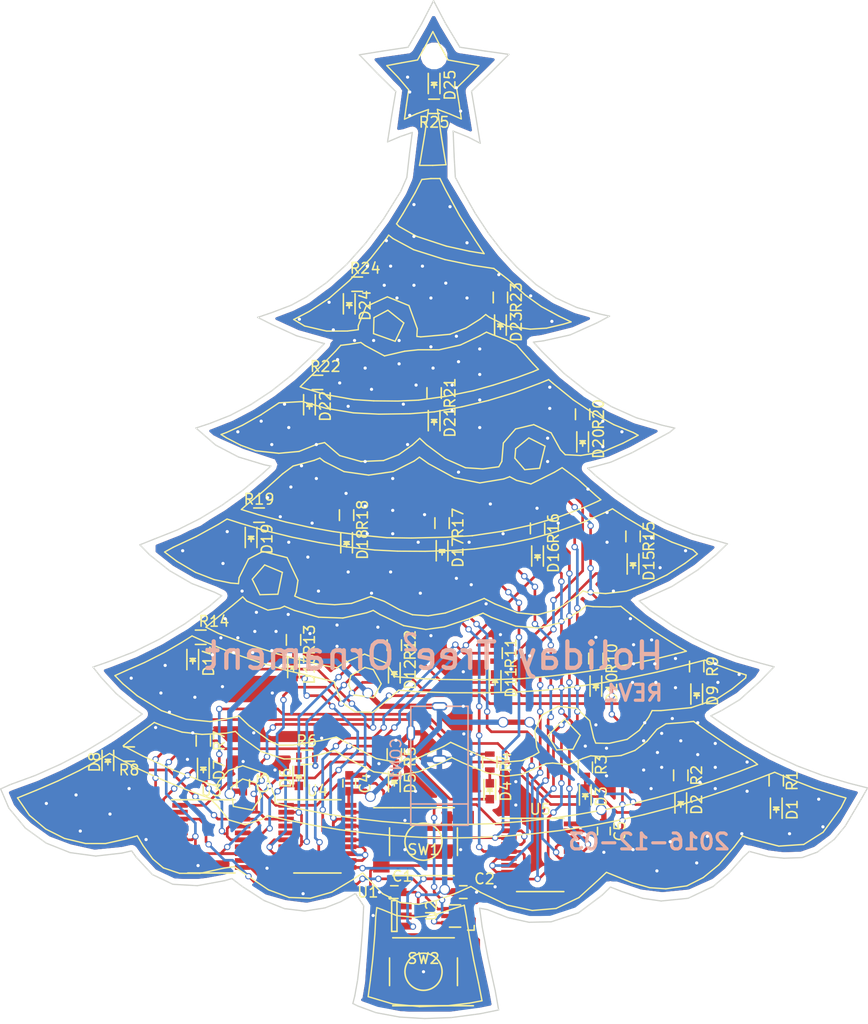
<source format=kicad_pcb>
(kicad_pcb (version 4) (host pcbnew 4.0.4-stable)
  (title_block (title "Holiday Tree2 Ornament") (date 2016-12-03) (rev REV1) (comment 1 "Alex J. Grede"))
  (layers (0 F.Cu signal) (31 B.Cu signal) (34 B.Paste user) (35 F.Paste user) (36 B.SilkS user hide) (37 F.SilkS user) (38 B.Mask user) (39 F.Mask user) (44 Edge.Cuts user))
  (net 0 "")
  (net 1 GND)
  (net 2 VCC)
  (net 3 "Net-(D1-Pad1)")
  (net 4 "Net-(D2-Pad1)")
  (net 5 "Net-(D3-Pad1)")
  (net 6 "Net-(D4-Pad1)")
  (net 7 "Net-(D5-Pad1)")
  (net 8 "Net-(D6-Pad1)")
  (net 9 "Net-(D7-Pad1)")
  (net 10 "Net-(D8-Pad1)")
  (net 11 "Net-(D9-Pad1)")
  (net 12 "Net-(D10-Pad1)")
  (net 13 "Net-(D11-Pad1)")
  (net 14 "Net-(D12-Pad1)")
  (net 15 "Net-(D13-Pad1)")
  (net 16 "Net-(D14-Pad1)")
  (net 17 "Net-(D15-Pad1)")
  (net 18 "Net-(D16-Pad1)")
  (net 19 "Net-(D17-Pad1)")
  (net 20 "Net-(D18-Pad1)")
  (net 21 "Net-(D19-Pad1)")
  (net 22 "Net-(D20-Pad1)")
  (net 23 "Net-(D21-Pad1)")
  (net 24 "Net-(D22-Pad1)")
  (net 25 "Net-(D23-Pad1)")
  (net 26 "Net-(D24-Pad1)")
  (net 27 "Net-(D25-Pad1)")
  (net 28 /O2)
  (net 29 /O3)
  (net 30 /O4)
  (net 31 /O5)
  (net 32 /O6)
  (net 33 /O7)
  (net 34 /O8)
  (net 35 /O9)
  (net 36 /O10)
  (net 37 /O11)
  (net 38 /O12)
  (net 39 /O13)
  (net 40 /O14)
  (net 41 /O15)
  (net 42 /O16)
  (net 43 /O17)
  (net 44 /O18)
  (net 45 /O19)
  (net 46 /O20)
  (net 47 /O21)
  (net 48 /O22)
  (net 49 /O23)
  (net 50 /O24)
  (net 51 /O25)
  (net 52 /CLRIN)
  (net 53 /CLKIN)
  (net 54 /CLK)
  (net 55 /CLR)
  (net 56 /O25B)
  (net 57 /CLRBAR)
  (module myconn:VIA (layer F.Cu) (at 168.7 126.1)
    (fp_text reference REF** hide)
    (fp_text value VIA hide)
    (pad 1 thru_hole circle (at 0 0) (size 0.6 0.6) (drill 0.3) (layers *.Cu) (net 1 GND))
  )
  (module myconn:VIA (layer F.Cu) (at 168.7 128.3)
    (fp_text reference REF** hide)
    (fp_text value VIA hide)
    (pad 1 thru_hole circle (at 0 0) (size 0.6 0.6) (drill 0.3) (layers *.Cu) (net 1 GND))
  )
  (module myconn:VIA (layer F.Cu) (at 148.65 136.65)
    (fp_text reference REF** hide)
    (fp_text value VIA hide)
    (pad 1 thru_hole circle (at 0 0) (size 0.6 0.6) (drill 0.3) (layers *.Cu) (net 1 GND))
  )
  (module myconn:VIA (layer F.Cu) (at 149.8 124.6)
    (fp_text reference REF** hide)
    (fp_text value VIA hide)
    (pad 1 thru_hole circle (at 0 0) (size 0.6 0.6) (drill 0.3) (layers *.Cu) (net 1 GND))
  )
  (module myconn:VIA (layer F.Cu) (at 155.85 136.5)
    (fp_text reference REF** hide)
    (fp_text value VIA hide)
    (pad 1 thru_hole circle (at 0 0) (size 0.6 0.6) (drill 0.3) (layers *.Cu) (net 1 GND))
  )
  (module myconn:VIA (layer F.Cu) (at 155.25 138.7)
    (fp_text reference REF** hide)
    (fp_text value VIA hide)
    (pad 1 thru_hole circle (at 0 0) (size 0.6 0.6) (drill 0.3) (layers *.Cu) (net 1 GND))
  )
  (module myconn:VIA (layer F.Cu) (at 147.25 110.35)
    (fp_text reference REF** hide)
    (fp_text value VIA hide)
    (pad 1 thru_hole circle (at 0 0) (size 0.6 0.6) (drill 0.3) (layers *.Cu) (net 1 GND))
  )
  (module myconn:VIA (layer F.Cu) (at 144.25 110.15)
    (fp_text reference REF** hide)
    (fp_text value VIA hide)
    (pad 1 thru_hole circle (at 0 0) (size 0.6 0.6) (drill 0.3) (layers *.Cu) (net 1 GND))
  )
  (module myconn:VIA (layer F.Cu) (at 151.85 111.35)
    (fp_text reference REF** hide)
    (fp_text value VIA hide)
    (pad 1 thru_hole circle (at 0 0) (size 0.6 0.6) (drill 0.3) (layers *.Cu) (net 1 GND))
  )
  (module myconn:VIA (layer F.Cu) (at 151.85 113.35)
    (fp_text reference REF** hide)
    (fp_text value VIA hide)
    (pad 1 thru_hole circle (at 0 0) (size 0.6 0.6) (drill 0.3) (layers *.Cu) (net 1 GND))
  )
  (module myconn:VIA (layer F.Cu) (at 135.25 117.75)
    (fp_text reference REF** hide)
    (fp_text value VIA hide)
    (pad 1 thru_hole circle (at 0 0) (size 0.6 0.6) (drill 0.3) (layers *.Cu) (net 1 GND))
  )
  (module myconn:VIA (layer F.Cu) (at 135.65 115.15)
    (fp_text reference REF** hide)
    (fp_text value VIA hide)
    (pad 1 thru_hole circle (at 0 0) (size 0.6 0.6) (drill 0.3) (layers *.Cu) (net 1 GND))
  )
  (module myconn:VIA (layer F.Cu) (at 132.45 116.35)
    (fp_text reference REF** hide)
    (fp_text value VIA hide)
    (pad 1 thru_hole circle (at 0 0) (size 0.6 0.6) (drill 0.3) (layers *.Cu) (net 1 GND))
  )
  (module myconn:VIA (layer F.Cu) (at 141.05 117.15)
    (fp_text reference REF** hide)
    (fp_text value VIA hide)
    (pad 1 thru_hole circle (at 0 0) (size 0.6 0.6) (drill 0.3) (layers *.Cu) (net 1 GND))
  )
  (module myconn:VIA (layer F.Cu) (at 138.45 118.15)
    (fp_text reference REF** hide)
    (fp_text value VIA hide)
    (pad 1 thru_hole circle (at 0 0) (size 0.6 0.6) (drill 0.3) (layers *.Cu) (net 1 GND))
  )
  (module myconn:VIA (layer F.Cu) (at 136.05 119.55)
    (fp_text reference REF** hide)
    (fp_text value VIA hide)
    (pad 1 thru_hole circle (at 0 0) (size 0.6 0.6) (drill 0.3) (layers *.Cu) (net 1 GND))
  )
  (module myconn:VIA (layer F.Cu) (at 124.45 128.15)
    (fp_text reference REF** hide)
    (fp_text value VIA hide)
    (pad 1 thru_hole circle (at 0 0) (size 0.6 0.6) (drill 0.3) (layers *.Cu) (net 1 GND))
  )
  (module myconn:VIA (layer F.Cu) (at 130.45 129.15)
    (fp_text reference REF** hide)
    (fp_text value VIA hide)
    (pad 1 thru_hole circle (at 0 0) (size 0.6 0.6) (drill 0.3) (layers *.Cu) (net 1 GND))
  )
  (module myconn:VIA (layer F.Cu) (at 127.25 127.35)
    (fp_text reference REF** hide)
    (fp_text value VIA hide)
    (pad 1 thru_hole circle (at 0 0) (size 0.6 0.6) (drill 0.3) (layers *.Cu) (net 1 GND))
  )
  (module myconn:VIA (layer F.Cu) (at 127.65 130.75)
    (fp_text reference REF** hide)
    (fp_text value VIA hide)
    (pad 1 thru_hole circle (at 0 0) (size 0.6 0.6) (drill 0.3) (layers *.Cu) (net 1 GND))
  )
  (module myconn:VIA (layer F.Cu) (at 133.85 131.55)
    (fp_text reference REF** hide)
    (fp_text value VIA hide)
    (pad 1 thru_hole circle (at 0 0) (size 0.6 0.6) (drill 0.3) (layers *.Cu) (net 1 GND))
  )
  (module myconn:VIA (layer F.Cu) (at 197.65 130.35)
    (fp_text reference REF** hide)
    (fp_text value VIA hide)
    (pad 1 thru_hole circle (at 0 0) (size 0.6 0.6) (drill 0.3) (layers *.Cu) (net 1 GND))
  )
  (module myconn:VIA (layer F.Cu) (at 186.05 126.15)
    (fp_text reference REF** hide)
    (fp_text value VIA hide)
    (pad 1 thru_hole circle (at 0 0) (size 0.6 0.6) (drill 0.3) (layers *.Cu) (net 1 GND))
  )
  (module myconn:VIA (layer F.Cu) (at 185.85 123.55)
    (fp_text reference REF** hide)
    (fp_text value VIA hide)
    (pad 1 thru_hole circle (at 0 0) (size 0.6 0.6) (drill 0.3) (layers *.Cu) (net 1 GND))
  )
  (module myconn:VIA (layer F.Cu) (at 185.85 120.55)
    (fp_text reference REF** hide)
    (fp_text value VIA hide)
    (pad 1 thru_hole circle (at 0 0) (size 0.6 0.6) (drill 0.3) (layers *.Cu) (net 1 GND))
  )
  (module myconn:VIA (layer F.Cu) (at 183.45 120.15)
    (fp_text reference REF** hide)
    (fp_text value VIA hide)
    (pad 1 thru_hole circle (at 0 0) (size 0.6 0.6) (drill 0.3) (layers *.Cu) (net 1 GND))
  )
  (module myconn:VIA (layer F.Cu) (at 180.85 120.55)
    (fp_text reference REF** hide)
    (fp_text value VIA hide)
    (pad 1 thru_hole circle (at 0 0) (size 0.6 0.6) (drill 0.3) (layers *.Cu) (net 1 GND))
  )
  (module myconn:VIA (layer F.Cu) (at 182.05 123.35)
    (fp_text reference REF** hide)
    (fp_text value VIA hide)
    (pad 1 thru_hole circle (at 0 0) (size 0.6 0.6) (drill 0.3) (layers *.Cu) (net 1 GND))
  )
  (module myconn:VIA (layer F.Cu) (at 182.45 121.55)
    (fp_text reference REF** hide)
    (fp_text value VIA hide)
    (pad 1 thru_hole circle (at 0 0) (size 0.6 0.6) (drill 0.3) (layers *.Cu) (net 1 GND))
  )
  (module myconn:VIA (layer F.Cu) (at 182.45 124.75)
    (fp_text reference REF** hide)
    (fp_text value VIA hide)
    (pad 1 thru_hole circle (at 0 0) (size 0.6 0.6) (drill 0.3) (layers *.Cu) (net 1 GND))
  )
  (module myconn:VIA (layer F.Cu) (at 181.45 126.75)
    (fp_text reference REF** hide)
    (fp_text value VIA hide)
    (pad 1 thru_hole circle (at 0 0) (size 0.6 0.6) (drill 0.3) (layers *.Cu) (net 1 GND))
  )
  (module myconn:VIA (layer F.Cu) (at 177.25 125.55)
    (fp_text reference REF** hide)
    (fp_text value VIA hide)
    (pad 1 thru_hole circle (at 0 0) (size 0.6 0.6) (drill 0.3) (layers *.Cu) (net 1 GND))
  )
  (module myconn:VIA (layer F.Cu) (at 177.25 122.95)
    (fp_text reference REF** hide)
    (fp_text value VIA hide)
    (pad 1 thru_hole circle (at 0 0) (size 0.6 0.6) (drill 0.3) (layers *.Cu) (net 1 GND))
  )
  (module myconn:VIA (layer F.Cu) (at 176.25 120.75)
    (fp_text reference REF** hide)
    (fp_text value VIA hide)
    (pad 1 thru_hole circle (at 0 0) (size 0.6 0.6) (drill 0.3) (layers *.Cu) (net 1 GND))
  )
  (module myconn:VIA (layer F.Cu) (at 158.5 59.75)
    (fp_text reference REF** hide)
    (fp_text value VIA hide)
    (pad 1 thru_hole circle (at 0 0) (size 0.6 0.6) (drill 0.3) (layers *.Cu) (net 1 GND))
  )
  (module myconn:VIA (layer F.Cu) (at 158.7 61.15)
    (fp_text reference REF** hide)
    (fp_text value VIA hide)
    (pad 1 thru_hole circle (at 0 0) (size 0.6 0.6) (drill 0.3) (layers *.Cu) (net 1 GND))
  )
  (module myconn:VIA (layer F.Cu) (at 158.7 63.35)
    (fp_text reference REF** hide)
    (fp_text value VIA hide)
    (pad 1 thru_hole circle (at 0 0) (size 0.6 0.6) (drill 0.3) (layers *.Cu) (net 1 GND))
  )
  (module myconn:VIA (layer F.Cu) (at 163.1 60.75)
    (fp_text reference REF** hide)
    (fp_text value VIA hide)
    (pad 1 thru_hole circle (at 0 0) (size 0.6 0.6) (drill 0.3) (layers *.Cu) (net 1 GND))
  )
  (module myconn:VIA (layer F.Cu) (at 163.5 62.95)
    (fp_text reference REF** hide)
    (fp_text value VIA hide)
    (pad 1 thru_hole circle (at 0 0) (size 0.6 0.6) (drill 0.3) (layers *.Cu) (net 1 GND))
  )
  (module myconn:VIA (layer F.Cu) (at 159.1 79.35)
    (fp_text reference REF** hide)
    (fp_text value VIA hide)
    (pad 1 thru_hole circle (at 0 0) (size 0.6 0.6) (drill 0.3) (layers *.Cu) (net 1 GND))
  )
  (module myconn:VIA (layer F.Cu) (at 156.3 79.35)
    (fp_text reference REF** hide)
    (fp_text value VIA hide)
    (pad 1 thru_hole circle (at 0 0) (size 0.6 0.6) (drill 0.3) (layers *.Cu) (net 1 GND))
  )
  (module myconn:VIA (layer F.Cu) (at 157.5 80.55)
    (fp_text reference REF** hide)
    (fp_text value VIA hide)
    (pad 1 thru_hole circle (at 0 0) (size 0.6 0.6) (drill 0.3) (layers *.Cu) (net 1 GND))
  )
  (module myconn:VIA (layer F.Cu) (at 160.7 80.55)
    (fp_text reference REF** hide)
    (fp_text value VIA hide)
    (pad 1 thru_hole circle (at 0 0) (size 0.6 0.6) (drill 0.3) (layers *.Cu) (net 1 GND))
  )
  (module myconn:VIA (layer F.Cu) (at 164.1 80.55)
    (fp_text reference REF** hide)
    (fp_text value VIA hide)
    (pad 1 thru_hole circle (at 0 0) (size 0.6 0.6) (drill 0.3) (layers *.Cu) (net 1 GND))
  )
  (module myconn:VIA (layer F.Cu) (at 162.1 79.15)
    (fp_text reference REF** hide)
    (fp_text value VIA hide)
    (pad 1 thru_hole circle (at 0 0) (size 0.6 0.6) (drill 0.3) (layers *.Cu) (net 1 GND))
  )
  (module myconn:VIA (layer F.Cu) (at 159.9 77.55)
    (fp_text reference REF** hide)
    (fp_text value VIA hide)
    (pad 1 thru_hole circle (at 0 0) (size 0.6 0.6) (drill 0.3) (layers *.Cu) (net 1 GND))
  )
  (module myconn:VIA (layer F.Cu) (at 156.9 77.55)
    (fp_text reference REF** hide)
    (fp_text value VIA hide)
    (pad 1 thru_hole circle (at 0 0) (size 0.6 0.6) (drill 0.3) (layers *.Cu) (net 1 GND))
  )
  (module myconn:VIA (layer F.Cu) (at 154.7 77.55)
    (fp_text reference REF** hide)
    (fp_text value VIA hide)
    (pad 1 thru_hole circle (at 0 0) (size 0.6 0.6) (drill 0.3) (layers *.Cu) (net 1 GND))
  )
  (module myconn:VIA (layer F.Cu) (at 156.5 75.15)
    (fp_text reference REF** hide)
    (fp_text value VIA hide)
    (pad 1 thru_hole circle (at 0 0) (size 0.6 0.6) (drill 0.3) (layers *.Cu) (net 1 GND))
  )
  (module myconn:VIA (layer F.Cu) (at 159.1 74.75)
    (fp_text reference REF** hide)
    (fp_text value VIA hide)
    (pad 1 thru_hole circle (at 0 0) (size 0.6 0.6) (drill 0.3) (layers *.Cu) (net 1 GND))
  )
  (module myconn:VIA (layer F.Cu) (at 159.1 71.75)
    (fp_text reference REF** hide)
    (fp_text value VIA hide)
    (pad 1 thru_hole circle (at 0 0) (size 0.6 0.6) (drill 0.3) (layers *.Cu) (net 1 GND))
  )
  (module myconn:VIA (layer F.Cu) (at 162.5 71.95)
    (fp_text reference REF** hide)
    (fp_text value VIA hide)
    (pad 1 thru_hole circle (at 0 0) (size 0.6 0.6) (drill 0.3) (layers *.Cu) (net 1 GND))
  )
  (module myconn:VIA (layer F.Cu) (at 164.1 75.35)
    (fp_text reference REF** hide)
    (fp_text value VIA hide)
    (pad 1 thru_hole circle (at 0 0) (size 0.6 0.6) (drill 0.3) (layers *.Cu) (net 1 GND))
  )
  (module myconn:VIA (layer F.Cu) (at 167.1 78.35)
    (fp_text reference REF** hide)
    (fp_text value VIA hide)
    (pad 1 thru_hole circle (at 0 0) (size 0.6 0.6) (drill 0.3) (layers *.Cu) (net 1 GND))
  )
  (module myconn:VIA (layer F.Cu) (at 170.1 80.35)
    (fp_text reference REF** hide)
    (fp_text value VIA hide)
    (pad 1 thru_hole circle (at 0 0) (size 0.6 0.6) (drill 0.3) (layers *.Cu) (net 1 GND))
  )
  (module myconn:VIA (layer F.Cu) (at 172.1 82.75)
    (fp_text reference REF** hide)
    (fp_text value VIA hide)
    (pad 1 thru_hole circle (at 0 0) (size 0.6 0.6) (drill 0.3) (layers *.Cu) (net 1 GND))
  )
  (module myconn:VIA (layer F.Cu) (at 171.9 88.95)
    (fp_text reference REF** hide)
    (fp_text value VIA hide)
    (pad 1 thru_hole circle (at 0 0) (size 0.6 0.6) (drill 0.3) (layers *.Cu) (net 1 GND))
  )
  (module myconn:VIA (layer F.Cu) (at 171.9 90.95)
    (fp_text reference REF** hide)
    (fp_text value VIA hide)
    (pad 1 thru_hole circle (at 0 0) (size 0.6 0.6) (drill 0.3) (layers *.Cu) (net 1 GND))
  )
  (module myconn:VIA (layer F.Cu) (at 175.5 98.55)
    (fp_text reference REF** hide)
    (fp_text value VIA hide)
    (pad 1 thru_hole circle (at 0 0) (size 0.6 0.6) (drill 0.3) (layers *.Cu) (net 1 GND))
  )
  (module myconn:VIA (layer F.Cu) (at 176.9 92.15)
    (fp_text reference REF** hide)
    (fp_text value VIA hide)
    (pad 1 thru_hole circle (at 0 0) (size 0.6 0.6) (drill 0.3) (layers *.Cu) (net 1 GND))
  )
  (module myconn:VIA (layer F.Cu) (at 176.9 94.55)
    (fp_text reference REF** hide)
    (fp_text value VIA hide)
    (pad 1 thru_hole circle (at 0 0) (size 0.6 0.6) (drill 0.3) (layers *.Cu) (net 1 GND))
  )
  (module myconn:VIA (layer F.Cu) (at 178.7 93.15)
    (fp_text reference REF** hide)
    (fp_text value VIA hide)
    (pad 1 thru_hole circle (at 0 0) (size 0.6 0.6) (drill 0.3) (layers *.Cu) (net 1 GND))
  )
  (module myconn:VIA (layer F.Cu) (at 171.7 93.75)
    (fp_text reference REF** hide)
    (fp_text value VIA hide)
    (pad 1 thru_hole circle (at 0 0) (size 0.6 0.6) (drill 0.3) (layers *.Cu) (net 1 GND))
  )
  (module myconn:VIA (layer F.Cu) (at 171.7 95.95)
    (fp_text reference REF** hide)
    (fp_text value VIA hide)
    (pad 1 thru_hole circle (at 0 0) (size 0.6 0.6) (drill 0.3) (layers *.Cu) (net 1 GND))
  )
  (module myconn:VIA (layer F.Cu) (at 167.5 102.75)
    (fp_text reference REF** hide)
    (fp_text value VIA hide)
    (pad 1 thru_hole circle (at 0 0) (size 0.6 0.6) (drill 0.3) (layers *.Cu) (net 1 GND))
  )
  (module myconn:VIA (layer F.Cu) (at 165.9 109.35)
    (fp_text reference REF** hide)
    (fp_text value VIA hide)
    (pad 1 thru_hole circle (at 0 0) (size 0.6 0.6) (drill 0.3) (layers *.Cu) (net 1 GND))
  )
  (module myconn:VIA (layer F.Cu) (at 163.1 106.95)
    (fp_text reference REF** hide)
    (fp_text value VIA hide)
    (pad 1 thru_hole circle (at 0 0) (size 0.6 0.6) (drill 0.3) (layers *.Cu) (net 1 GND))
  )
  (module myconn:VIA (layer F.Cu) (at 164.5 107.55)
    (fp_text reference REF** hide)
    (fp_text value VIA hide)
    (pad 1 thru_hole circle (at 0 0) (size 0.6 0.6) (drill 0.3) (layers *.Cu) (net 1 GND))
  )
  (module myconn:VIA (layer F.Cu) (at 164.3 103.55)
    (fp_text reference REF** hide)
    (fp_text value VIA hide)
    (pad 1 thru_hole circle (at 0 0) (size 0.6 0.6) (drill 0.3) (layers *.Cu) (net 1 GND))
  )
  (module myconn:VIA (layer F.Cu) (at 160.7 112.35)
    (fp_text reference REF** hide)
    (fp_text value VIA hide)
    (pad 1 thru_hole circle (at 0 0) (size 0.6 0.6) (drill 0.3) (layers *.Cu) (net 1 GND))
  )
  (module myconn:VIA (layer F.Cu) (at 155.7 111.55)
    (fp_text reference REF** hide)
    (fp_text value VIA hide)
    (pad 1 thru_hole circle (at 0 0) (size 0.6 0.6) (drill 0.3) (layers *.Cu) (net 1 GND))
  )
  (module myconn:VIA (layer F.Cu) (at 152.9 106.35)
    (fp_text reference REF** hide)
    (fp_text value VIA hide)
    (pad 1 thru_hole circle (at 0 0) (size 0.6 0.6) (drill 0.3) (layers *.Cu) (net 1 GND))
  )
  (module myconn:VIA (layer F.Cu) (at 156.9 106.35)
    (fp_text reference REF** hide)
    (fp_text value VIA hide)
    (pad 1 thru_hole circle (at 0 0) (size 0.6 0.6) (drill 0.3) (layers *.Cu) (net 1 GND))
  )
  (module myconn:VIA (layer F.Cu) (at 155.1 108.35)
    (fp_text reference REF** hide)
    (fp_text value VIA hide)
    (pad 1 thru_hole circle (at 0 0) (size 0.6 0.6) (drill 0.3) (layers *.Cu) (net 1 GND))
  )
  (module myconn:VIA (layer F.Cu) (at 159.7 108.35)
    (fp_text reference REF** hide)
    (fp_text value VIA hide)
    (pad 1 thru_hole circle (at 0 0) (size 0.6 0.6) (drill 0.3) (layers *.Cu) (net 1 GND))
  )
  (module myconn:VIA (layer F.Cu) (at 150.1 108.15)
    (fp_text reference REF** hide)
    (fp_text value VIA hide)
    (pad 1 thru_hole circle (at 0 0) (size 0.6 0.6) (drill 0.3) (layers *.Cu) (net 1 GND))
  )
  (module myconn:VIA (layer F.Cu) (at 147.3 103.55)
    (fp_text reference REF** hide)
    (fp_text value VIA hide)
    (pad 1 thru_hole circle (at 0 0) (size 0.6 0.6) (drill 0.3) (layers *.Cu) (net 1 GND))
  )
  (module myconn:VIA (layer F.Cu) (at 149.1 104.95)
    (fp_text reference REF** hide)
    (fp_text value VIA hide)
    (pad 1 thru_hole circle (at 0 0) (size 0.6 0.6) (drill 0.3) (layers *.Cu) (net 1 GND))
  )
  (module myconn:VIA (layer F.Cu) (at 147.5 98.35)
    (fp_text reference REF** hide)
    (fp_text value VIA hide)
    (pad 1 thru_hole circle (at 0 0) (size 0.6 0.6) (drill 0.3) (layers *.Cu) (net 1 GND))
  )
  (module myconn:VIA (layer F.Cu) (at 148.5 96.35)
    (fp_text reference REF** hide)
    (fp_text value VIA hide)
    (pad 1 thru_hole circle (at 0 0) (size 0.6 0.6) (drill 0.3) (layers *.Cu) (net 1 GND))
  )
  (module myconn:VIA (layer F.Cu) (at 145.7 94.35)
    (fp_text reference REF** hide)
    (fp_text value VIA hide)
    (pad 1 thru_hole circle (at 0 0) (size 0.6 0.6) (drill 0.3) (layers *.Cu) (net 1 GND))
  )
  (module myconn:VIA (layer F.Cu) (at 147.3 92.75)
    (fp_text reference REF** hide)
    (fp_text value VIA hide)
    (pad 1 thru_hole circle (at 0 0) (size 0.6 0.6) (drill 0.3) (layers *.Cu) (net 1 GND))
  )
  (module myconn:VIA (layer F.Cu) (at 144.7 92.15)
    (fp_text reference REF** hide)
    (fp_text value VIA hide)
    (pad 1 thru_hole circle (at 0 0) (size 0.6 0.6) (drill 0.3) (layers *.Cu) (net 1 GND))
  )
  (module myconn:VIA (layer F.Cu) (at 142.5 93.15)
    (fp_text reference REF** hide)
    (fp_text value VIA hide)
    (pad 1 thru_hole circle (at 0 0) (size 0.6 0.6) (drill 0.3) (layers *.Cu) (net 1 GND))
  )
  (module myconn:VIA (layer F.Cu) (at 146.9 90.55)
    (fp_text reference REF** hide)
    (fp_text value VIA hide)
    (pad 1 thru_hole circle (at 0 0) (size 0.6 0.6) (drill 0.3) (layers *.Cu) (net 1 GND))
  )
  (module myconn:VIA (layer F.Cu) (at 151.9 86.35)
    (fp_text reference REF** hide)
    (fp_text value VIA hide)
    (pad 1 thru_hole circle (at 0 0) (size 0.6 0.6) (drill 0.3) (layers *.Cu) (net 1 GND))
  )
  (module myconn:VIA (layer F.Cu) (at 151.5 83.55)
    (fp_text reference REF** hide)
    (fp_text value VIA hide)
    (pad 1 thru_hole circle (at 0 0) (size 0.6 0.6) (drill 0.3) (layers *.Cu) (net 1 GND))
  )
  (module myconn:VIA (layer F.Cu) (at 151.1 80.95)
    (fp_text reference REF** hide)
    (fp_text value VIA hide)
    (pad 1 thru_hole circle (at 0 0) (size 0.6 0.6) (drill 0.3) (layers *.Cu) (net 1 GND))
  )
  (module myconn:VIA (layer F.Cu) (at 148.3 82.55)
    (fp_text reference REF** hide)
    (fp_text value VIA hide)
    (pad 1 thru_hole circle (at 0 0) (size 0.6 0.6) (drill 0.3) (layers *.Cu) (net 1 GND))
  )
  (module myconn:VIA (layer F.Cu) (at 163.3 86.55)
    (fp_text reference REF** hide)
    (fp_text value VIA hide)
    (pad 1 thru_hole circle (at 0 0) (size 0.6 0.6) (drill 0.3) (layers *.Cu) (net 1 GND))
  )
  (module myconn:VIA (layer F.Cu) (at 162.7 91.15)
    (fp_text reference REF** hide)
    (fp_text value VIA hide)
    (pad 1 thru_hole circle (at 0 0) (size 0.6 0.6) (drill 0.3) (layers *.Cu) (net 1 GND))
  )
  (module myconn:VIA (layer F.Cu) (at 165.3 92.75)
    (fp_text reference REF** hide)
    (fp_text value VIA hide)
    (pad 1 thru_hole circle (at 0 0) (size 0.6 0.6) (drill 0.3) (layers *.Cu) (net 1 GND))
  )
  (module myconn:VIA (layer F.Cu) (at 165.3 90.15)
    (fp_text reference REF** hide)
    (fp_text value VIA hide)
    (pad 1 thru_hole circle (at 0 0) (size 0.6 0.6) (drill 0.3) (layers *.Cu) (net 1 GND))
  )
  (module myconn:VIA (layer F.Cu) (at 165.3 87.75)
    (fp_text reference REF** hide)
    (fp_text value VIA hide)
    (pad 1 thru_hole circle (at 0 0) (size 0.6 0.6) (drill 0.3) (layers *.Cu) (net 1 GND))
  )
  (module myconn:VIA (layer F.Cu) (at 165.3 85.35)
    (fp_text reference REF** hide)
    (fp_text value VIA hide)
    (pad 1 thru_hole circle (at 0 0) (size 0.6 0.6) (drill 0.3) (layers *.Cu) (net 1 GND))
  )
  (module myconn:VIA (layer F.Cu) (at 163.1 84.15)
    (fp_text reference REF** hide)
    (fp_text value VIA hide)
    (pad 1 thru_hole circle (at 0 0) (size 0.6 0.6) (drill 0.3) (layers *.Cu) (net 1 GND))
  )
  (module myconn:VIA (layer F.Cu) (at 160.7 85.15)
    (fp_text reference REF** hide)
    (fp_text value VIA hide)
    (pad 1 thru_hole circle (at 0 0) (size 0.6 0.6) (drill 0.3) (layers *.Cu) (net 1 GND))
  )
  (module myconn:VIA (layer F.Cu) (at 157.7 86.75)
    (fp_text reference REF** hide)
    (fp_text value VIA hide)
    (pad 1 thru_hole circle (at 0 0) (size 0.6 0.6) (drill 0.3) (layers *.Cu) (net 1 GND))
  )
  (module myconn:VIA (layer F.Cu) (at 154.5 87.15)
    (fp_text reference REF** hide)
    (fp_text value VIA hide)
    (pad 1 thru_hole circle (at 0 0) (size 0.6 0.6) (drill 0.3) (layers *.Cu) (net 1 GND))
  )
  (module myconn:VIA (layer F.Cu) (at 157.7 84.55)
    (fp_text reference REF** hide)
    (fp_text value VIA hide)
    (pad 1 thru_hole circle (at 0 0) (size 0.6 0.6) (drill 0.3) (layers *.Cu) (net 1 GND))
  )
  (module myconn:VIA (layer F.Cu) (at 155.3 84.55)
    (fp_text reference REF** hide)
    (fp_text value VIA hide)
    (pad 1 thru_hole circle (at 0 0) (size 0.6 0.6) (drill 0.3) (layers *.Cu) (net 1 GND))
  )
  (module myconn:VIA (layer F.Cu) (at 153.5 84.55)
    (fp_text reference REF** hide)
    (fp_text value VIA hide)
    (pad 1 thru_hole circle (at 0 0) (size 0.6 0.6) (drill 0.3) (layers *.Cu) (net 1 GND))
  )
  (module myconn:VIA (layer F.Cu) (at 149.3 112.15)
    (fp_text reference REF** hide)
    (fp_text value VIA hide)
    (pad 1 thru_hole circle (at 0 0) (size 0.6 0.6) (drill 0.3) (layers *.Cu) (net 1 GND))
  )
  (module myconn:VIA (layer F.Cu) (at 145.7 113.75)
    (fp_text reference REF** hide)
    (fp_text value VIA hide)
    (pad 1 thru_hole circle (at 0 0) (size 0.6 0.6) (drill 0.3) (layers *.Cu) (net 1 GND))
  )
  (module myconn:VIA (layer F.Cu) (at 142.1 113.95)
    (fp_text reference REF** hide)
    (fp_text value VIA hide)
    (pad 1 thru_hole circle (at 0 0) (size 0.6 0.6) (drill 0.3) (layers *.Cu) (net 1 GND))
  )
  (module myconn:VIA (layer F.Cu) (at 142.5 112.55)
    (fp_text reference REF** hide)
    (fp_text value VIA hide)
    (pad 1 thru_hole circle (at 0 0) (size 0.6 0.6) (drill 0.3) (layers *.Cu) (net 1 GND))
  )
  (module myconn:VIA (layer F.Cu) (at 144.1 111.95)
    (fp_text reference REF** hide)
    (fp_text value VIA hide)
    (pad 1 thru_hole circle (at 0 0) (size 0.6 0.6) (drill 0.3) (layers *.Cu) (net 1 GND))
  )
  (module myconn:VIA (layer F.Cu) (at 146.1 111.95)
    (fp_text reference REF** hide)
    (fp_text value VIA hide)
    (pad 1 thru_hole circle (at 0 0) (size 0.6 0.6) (drill 0.3) (layers *.Cu) (net 1 GND))
  )
  (module myconn:VIA (layer F.Cu) (at 143.9 113.95)
    (fp_text reference REF** hide)
    (fp_text value VIA hide)
    (pad 1 thru_hole circle (at 0 0) (size 0.6 0.6) (drill 0.3) (layers *.Cu) (net 1 GND))
  )
  (module myconn:VIA (layer F.Cu) (at 140.1 114.15)
    (fp_text reference REF** hide)
    (fp_text value VIA hide)
    (pad 1 thru_hole circle (at 0 0) (size 0.6 0.6) (drill 0.3) (layers *.Cu) (net 1 GND))
  )
  (module myconn:VIA (layer F.Cu) (at 140.9 112.55)
    (fp_text reference REF** hide)
    (fp_text value VIA hide)
    (pad 1 thru_hole circle (at 0 0) (size 0.6 0.6) (drill 0.3) (layers *.Cu) (net 1 GND))
  )
  (module myconn:VIA (layer F.Cu) (at 141.3 110.75)
    (fp_text reference REF** hide)
    (fp_text value VIA hide)
    (pad 1 thru_hole circle (at 0 0) (size 0.6 0.6) (drill 0.3) (layers *.Cu) (net 1 GND))
  )
  (module myconn:VIA (layer F.Cu) (at 142.9 108.15)
    (fp_text reference REF** hide)
    (fp_text value VIA hide)
    (pad 1 thru_hole circle (at 0 0) (size 0.6 0.6) (drill 0.3) (layers *.Cu) (net 1 GND))
  )
  (module myconn:VIA (layer F.Cu) (at 141.1 105.55)
    (fp_text reference REF** hide)
    (fp_text value VIA hide)
    (pad 1 thru_hole circle (at 0 0) (size 0.6 0.6) (drill 0.3) (layers *.Cu) (net 1 GND))
  )
  (module myconn:VIA (layer F.Cu) (at 137.3 104.35)
    (fp_text reference REF** hide)
    (fp_text value VIA hide)
    (pad 1 thru_hole circle (at 0 0) (size 0.6 0.6) (drill 0.3) (layers *.Cu) (net 1 GND))
  )
  (module myconn:VIA (layer F.Cu) (at 141.5 102.55)
    (fp_text reference REF** hide)
    (fp_text value VIA hide)
    (pad 1 thru_hole circle (at 0 0) (size 0.6 0.6) (drill 0.3) (layers *.Cu) (net 1 GND))
  )
  (module myconn:VIA (layer F.Cu) (at 145.3 99.35)
    (fp_text reference REF** hide)
    (fp_text value VIA hide)
    (pad 1 thru_hole circle (at 0 0) (size 0.6 0.6) (drill 0.3) (layers *.Cu) (net 1 GND))
  )
  (module myconn:VIA (layer F.Cu) (at 146.5 101.15)
    (fp_text reference REF** hide)
    (fp_text value VIA hide)
    (pad 1 thru_hole circle (at 0 0) (size 0.6 0.6) (drill 0.3) (layers *.Cu) (net 1 GND))
  )
  (module myconn:VIA (layer F.Cu) (at 149.9 97.55)
    (fp_text reference REF** hide)
    (fp_text value VIA hide)
    (pad 1 thru_hole circle (at 0 0) (size 0.6 0.6) (drill 0.3) (layers *.Cu) (net 1 GND))
  )
  (module myconn:VIA (layer F.Cu) (at 149.9 94.35)
    (fp_text reference REF** hide)
    (fp_text value VIA hide)
    (pad 1 thru_hole circle (at 0 0) (size 0.6 0.6) (drill 0.3) (layers *.Cu) (net 1 GND))
  )
  (module myconn:VIA (layer F.Cu) (at 154.5 95.95)
    (fp_text reference REF** hide)
    (fp_text value VIA hide)
    (pad 1 thru_hole circle (at 0 0) (size 0.6 0.6) (drill 0.3) (layers *.Cu) (net 1 GND))
  )
  (module myconn:VIA (layer F.Cu) (at 157.1 97.55)
    (fp_text reference REF** hide)
    (fp_text value VIA hide)
    (pad 1 thru_hole circle (at 0 0) (size 0.6 0.6) (drill 0.3) (layers *.Cu) (net 1 GND))
  )
  (module myconn:VIA (layer F.Cu) (at 154.7 102.75)
    (fp_text reference REF** hide)
    (fp_text value VIA hide)
    (pad 1 thru_hole circle (at 0 0) (size 0.6 0.6) (drill 0.3) (layers *.Cu) (net 1 GND))
  )
  (module myconn:VIA (layer F.Cu) (at 157.1 100.55)
    (fp_text reference REF** hide)
    (fp_text value VIA hide)
    (pad 1 thru_hole circle (at 0 0) (size 0.6 0.6) (drill 0.3) (layers *.Cu) (net 1 GND))
  )
  (module myconn:VIA (layer F.Cu) (at 157.1 102.75)
    (fp_text reference REF** hide)
    (fp_text value VIA hide)
    (pad 1 thru_hole circle (at 0 0) (size 0.6 0.6) (drill 0.3) (layers *.Cu) (net 1 GND))
  )
  (module myconn:VIA (layer F.Cu) (at 159.5 103.55)
    (fp_text reference REF** hide)
    (fp_text value VIA hide)
    (pad 1 thru_hole circle (at 0 0) (size 0.6 0.6) (drill 0.3) (layers *.Cu) (net 1 GND))
  )
  (module myconn:VIA (layer F.Cu) (at 160.1 100.95)
    (fp_text reference REF** hide)
    (fp_text value VIA hide)
    (pad 1 thru_hole circle (at 0 0) (size 0.6 0.6) (drill 0.3) (layers *.Cu) (net 1 GND))
  )
  (module myconn:VIA (layer F.Cu) (at 152.7 98.95)
    (fp_text reference REF** hide)
    (fp_text value VIA hide)
    (pad 1 thru_hole circle (at 0 0) (size 0.6 0.6) (drill 0.3) (layers *.Cu) (net 1 GND))
  )
  (module myconn:VIA (layer F.Cu) (at 154.5 100.15)
    (fp_text reference REF** hide)
    (fp_text value VIA hide)
    (pad 1 thru_hole circle (at 0 0) (size 0.6 0.6) (drill 0.3) (layers *.Cu) (net 1 GND))
  )
  (module myconn:VIA (layer F.Cu) (at 158.5 94.35)
    (fp_text reference REF** hide)
    (fp_text value VIA hide)
    (pad 1 thru_hole circle (at 0 0) (size 0.6 0.6) (drill 0.3) (layers *.Cu) (net 1 GND))
  )
  (module myconn:VIA (layer F.Cu) (at 155.1 89.15)
    (fp_text reference REF** hide)
    (fp_text value VIA hide)
    (pad 1 thru_hole circle (at 0 0) (size 0.6 0.6) (drill 0.3) (layers *.Cu) (net 1 GND))
  )
  (module myconn:VIA (layer F.Cu) (at 152.1 88.55)
    (fp_text reference REF** hide)
    (fp_text value VIA hide)
    (pad 1 thru_hole circle (at 0 0) (size 0.6 0.6) (drill 0.3) (layers *.Cu) (net 1 GND))
  )
  (module myconn:VIA (layer F.Cu) (at 152.9 90.75)
    (fp_text reference REF** hide)
    (fp_text value VIA hide)
    (pad 1 thru_hole circle (at 0 0) (size 0.6 0.6) (drill 0.3) (layers *.Cu) (net 1 GND))
  )
  (module myconn:VIA (layer F.Cu) (at 158.1 90.55)
    (fp_text reference REF** hide)
    (fp_text value VIA hide)
    (pad 1 thru_hole circle (at 0 0) (size 0.6 0.6) (drill 0.3) (layers *.Cu) (net 1 GND))
  )
  (module myconn:VIA (layer F.Cu) (at 159.3 88.75)
    (fp_text reference REF** hide)
    (fp_text value VIA hide)
    (pad 1 thru_hole circle (at 0 0) (size 0.6 0.6) (drill 0.3) (layers *.Cu) (net 1 GND))
  )
  (module myconn:VIA (layer F.Cu) (at 160.9 87.15)
    (fp_text reference REF** hide)
    (fp_text value VIA hide)
    (pad 1 thru_hole circle (at 0 0) (size 0.6 0.6) (drill 0.3) (layers *.Cu) (net 1 GND))
  )
  (module myconn:VIA (layer F.Cu) (at 162.7 88.75)
    (fp_text reference REF** hide)
    (fp_text value VIA hide)
    (pad 1 thru_hole circle (at 0 0) (size 0.6 0.6) (drill 0.3) (layers *.Cu) (net 1 GND))
  )
  (module myconn:VIA (layer F.Cu) (at 181.8 115)
    (fp_text reference REF** hide)
    (fp_text value VIA hide)
    (pad 1 thru_hole circle (at 0 0) (size 0.6 0.6) (drill 0.3) (layers *.Cu) (net 1 GND))
  )
  (module myconn:VIA (layer F.Cu) (at 181.9 116.75)
    (fp_text reference REF** hide)
    (fp_text value VIA hide)
    (pad 1 thru_hole circle (at 0 0) (size 0.6 0.6) (drill 0.3) (layers *.Cu) (net 1 GND))
  )
  (module myconn:VIA (layer F.Cu) (at 179.7 116.75)
    (fp_text reference REF** hide)
    (fp_text value VIA hide)
    (pad 1 thru_hole circle (at 0 0) (size 0.6 0.6) (drill 0.3) (layers *.Cu) (net 1 GND))
  )
  (module myconn:VIA (layer F.Cu) (at 179.8 115)
    (fp_text reference REF** hide)
    (fp_text value VIA hide)
    (pad 1 thru_hole circle (at 0 0) (size 0.6 0.6) (drill 0.3) (layers *.Cu) (net 1 GND))
  )
  (module myconn:VIA (layer F.Cu) (at 181.5 112.75)
    (fp_text reference REF** hide)
    (fp_text value VIA hide)
    (pad 1 thru_hole circle (at 0 0) (size 0.6 0.6) (drill 0.3) (layers *.Cu) (net 1 GND))
  )
  (module myconn:VIA (layer F.Cu) (at 179.8 113.2)
    (fp_text reference REF** hide)
    (fp_text value VIA hide)
    (pad 1 thru_hole circle (at 0 0) (size 0.6 0.6) (drill 0.3) (layers *.Cu) (net 1 GND))
  )
  (module myconn:VIA (layer F.Cu) (at 179.5 110.75)
    (fp_text reference REF** hide)
    (fp_text value VIA hide)
    (pad 1 thru_hole circle (at 0 0) (size 0.6 0.6) (drill 0.3) (layers *.Cu) (net 1 GND))
  )
  (module myconn:VIA (layer F.Cu) (at 177.9 108.15)
    (fp_text reference REF** hide)
    (fp_text value VIA hide)
    (pad 1 thru_hole circle (at 0 0) (size 0.6 0.6) (drill 0.3) (layers *.Cu) (net 1 GND))
  )
  (module myconn:VIA (layer F.Cu) (at 182.3 105.95)
    (fp_text reference REF** hide)
    (fp_text value VIA hide)
    (pad 1 thru_hole circle (at 0 0) (size 0.6 0.6) (drill 0.3) (layers *.Cu) (net 1 GND))
  )
  (module myconn:VIA (layer F.Cu) (at 184.7 104.35)
    (fp_text reference REF** hide)
    (fp_text value VIA hide)
    (pad 1 thru_hole circle (at 0 0) (size 0.6 0.6) (drill 0.3) (layers *.Cu) (net 1 GND))
  )
  (module myconn:VIA (layer F.Cu) (at 181.5 103.15)
    (fp_text reference REF** hide)
    (fp_text value VIA hide)
    (pad 1 thru_hole circle (at 0 0) (size 0.6 0.6) (drill 0.3) (layers *.Cu) (net 1 GND))
  )
  (module myconn:VIA (layer F.Cu) (at 177.3 103.55)
    (fp_text reference REF** hide)
    (fp_text value VIA hide)
    (pad 1 thru_hole circle (at 0 0) (size 0.6 0.6) (drill 0.3) (layers *.Cu) (net 1 GND))
  )
  (module myconn:VIA (layer F.Cu) (at 177.3 100.75)
    (fp_text reference REF** hide)
    (fp_text value VIA hide)
    (pad 1 thru_hole circle (at 0 0) (size 0.6 0.6) (drill 0.3) (layers *.Cu) (net 1 GND))
  )
  (module myconn:VIA (layer F.Cu) (at 172.7 101.75)
    (fp_text reference REF** hide)
    (fp_text value VIA hide)
    (pad 1 thru_hole circle (at 0 0) (size 0.6 0.6) (drill 0.3) (layers *.Cu) (net 1 GND))
  )
  (module myconn:VIA (layer F.Cu) (at 170.7 100.35)
    (fp_text reference REF** hide)
    (fp_text value VIA hide)
    (pad 1 thru_hole circle (at 0 0) (size 0.6 0.6) (drill 0.3) (layers *.Cu) (net 1 GND))
  )
  (module myconn:VIA (layer F.Cu) (at 166.3 99.95)
    (fp_text reference REF** hide)
    (fp_text value VIA hide)
    (pad 1 thru_hole circle (at 0 0) (size 0.6 0.6) (drill 0.3) (layers *.Cu) (net 1 GND))
  )
  (module myconn:VIA (layer F.Cu) (at 163.3 96.95)
    (fp_text reference REF** hide)
    (fp_text value VIA hide)
    (pad 1 thru_hole circle (at 0 0) (size 0.6 0.6) (drill 0.3) (layers *.Cu) (net 1 GND))
  )
  (module myconn:VIA (layer F.Cu) (at 150.4 122)
    (fp_text reference REF** hide)
    (fp_text value VIA hide)
    (pad 1 thru_hole circle (at 0 0) (size 0.6 0.6) (drill 0.3) (layers *.Cu) (net 1 GND))
  )
  (module myconn:VIA (layer F.Cu) (at 154.8 125.6)
    (fp_text reference REF** hide)
    (fp_text value VIA hide)
    (pad 1 thru_hole circle (at 0 0) (size 0.6 0.6) (drill 0.3) (layers *.Cu) (net 1 GND))
  )
  (module myconn:VIA (layer F.Cu) (at 155.8 124.4)
    (fp_text reference REF** hide)
    (fp_text value VIA hide)
    (pad 1 thru_hole circle (at 0 0) (size 0.6 0.6) (drill 0.3) (layers *.Cu) (net 1 GND))
  )
  (module myconn:VIA (layer F.Cu) (at 157.4 122.2)
    (fp_text reference REF** hide)
    (fp_text value VIA hide)
    (pad 1 thru_hole circle (at 0 0) (size 0.6 0.6) (drill 0.3) (layers *.Cu) (net 1 GND))
  )
  (module myconn:VIA (layer F.Cu) (at 163.8 121.6)
    (fp_text reference REF** hide)
    (fp_text value VIA hide)
    (pad 1 thru_hole circle (at 0 0) (size 0.6 0.6) (drill 0.3) (layers *.Cu) (net 1 GND))
  )
  (module myconn:VIA (layer F.Cu) (at 163.75 119)
    (fp_text reference REF** hide)
    (fp_text value VIA hide)
    (pad 1 thru_hole circle (at 0 0) (size 0.6 0.6) (drill 0.3) (layers *.Cu) (net 1 GND))
  )
  (module myconn:VIA (layer F.Cu) (at 163.75 115.75)
    (fp_text reference REF** hide)
    (fp_text value VIA hide)
    (pad 1 thru_hole circle (at 0 0) (size 0.6 0.6) (drill 0.3) (layers *.Cu) (net 1 GND))
  )
  (module myconn:VIA (layer F.Cu) (at 167.25 112.25)
    (fp_text reference REF** hide)
    (fp_text value VIA hide)
    (pad 1 thru_hole circle (at 0 0) (size 0.6 0.6) (drill 0.3) (layers *.Cu) (net 1 GND))
  )
  (module myconn:VIA (layer F.Cu) (at 168.25 115.5)
    (fp_text reference REF** hide)
    (fp_text value VIA hide)
    (pad 1 thru_hole circle (at 0 0) (size 0.6 0.6) (drill 0.3) (layers *.Cu) (net 1 GND))
  )
  (module myconn:VIA (layer F.Cu) (at 170 114.25)
    (fp_text reference REF** hide)
    (fp_text value VIA hide)
    (pad 1 thru_hole circle (at 0 0) (size 0.6 0.6) (drill 0.3) (layers *.Cu) (net 1 GND))
  )
  (module myconn:VIA (layer F.Cu) (at 176.25 112.5)
    (fp_text reference REF** hide)
    (fp_text value VIA hide)
    (pad 1 thru_hole circle (at 0 0) (size 0.6 0.6) (drill 0.3) (layers *.Cu) (net 1 GND))
  )
  (module myconn:VIA (layer F.Cu) (at 183.75 117.25)
    (fp_text reference REF** hide)
    (fp_text value VIA hide)
    (pad 1 thru_hole circle (at 0 0) (size 0.6 0.6) (drill 0.3) (layers *.Cu) (net 1 GND))
  )
  (module myconn:VIA (layer F.Cu) (at 189.75 116)
    (fp_text reference REF** hide)
    (fp_text value VIA hide)
    (pad 1 thru_hole circle (at 0 0) (size 0.6 0.6) (drill 0.3) (layers *.Cu) (net 1 GND))
  )
  (module myconn:VIA (layer F.Cu) (at 187.75 116.75)
    (fp_text reference REF** hide)
    (fp_text value VIA hide)
    (pad 1 thru_hole circle (at 0 0) (size 0.6 0.6) (drill 0.3) (layers *.Cu) (net 1 GND))
  )
  (module myconn:VIA (layer F.Cu) (at 187.5 115)
    (fp_text reference REF** hide)
    (fp_text value VIA hide)
    (pad 1 thru_hole circle (at 0 0) (size 0.6 0.6) (drill 0.3) (layers *.Cu) (net 1 GND))
  )
  (module myconn:VIA (layer F.Cu) (at 183.75 114.5)
    (fp_text reference REF** hide)
    (fp_text value VIA hide)
    (pad 1 thru_hole circle (at 0 0) (size 0.6 0.6) (drill 0.3) (layers *.Cu) (net 1 GND))
  )
  (module myconn:VIA (layer F.Cu) (at 185.75 133.75)
    (fp_text reference REF** hide)
    (fp_text value VIA hide)
    (pad 1 thru_hole circle (at 0 0) (size 0.6 0.6) (drill 0.3) (layers *.Cu) (net 1 GND))
  )
  (module myconn:VIA (layer F.Cu) (at 182 134.5)
    (fp_text reference REF** hide)
    (fp_text value VIA hide)
    (pad 1 thru_hole circle (at 0 0) (size 0.6 0.6) (drill 0.3) (layers *.Cu) (net 1 GND))
  )
  (module myconn:VIA (layer F.Cu) (at 183.25 131.75)
    (fp_text reference REF** hide)
    (fp_text value VIA hide)
    (pad 1 thru_hole circle (at 0 0) (size 0.6 0.6) (drill 0.3) (layers *.Cu) (net 1 GND))
  )
  (module myconn:VIA (layer F.Cu) (at 186.75 131.25)
    (fp_text reference REF** hide)
    (fp_text value VIA hide)
    (pad 1 thru_hole circle (at 0 0) (size 0.6 0.6) (drill 0.3) (layers *.Cu) (net 1 GND))
  )
  (module myconn:VIA (layer F.Cu) (at 190 131)
    (fp_text reference REF** hide)
    (fp_text value VIA hide)
    (pad 1 thru_hole circle (at 0 0) (size 0.6 0.6) (drill 0.3) (layers *.Cu) (net 1 GND))
  )
  (module myconn:VIA (layer F.Cu) (at 194.5 131)
    (fp_text reference REF** hide)
    (fp_text value VIA hide)
    (pad 1 thru_hole circle (at 0 0) (size 0.6 0.6) (drill 0.3) (layers *.Cu) (net 1 GND))
  )
  (module myconn:VIA (layer F.Cu) (at 197.25 127.75)
    (fp_text reference REF** hide)
    (fp_text value VIA hide)
    (pad 1 thru_hole circle (at 0 0) (size 0.6 0.6) (drill 0.3) (layers *.Cu) (net 1 GND))
  )
  (module myconn:VIA (layer F.Cu) (at 190.5 127)
    (fp_text reference REF** hide)
    (fp_text value VIA hide)
    (pad 1 thru_hole circle (at 0 0) (size 0.6 0.6) (drill 0.3) (layers *.Cu) (net 1 GND))
  )
  (module myconn:VIA (layer F.Cu) (at 190.5 124.25)
    (fp_text reference REF** hide)
    (fp_text value VIA hide)
    (pad 1 thru_hole circle (at 0 0) (size 0.6 0.6) (drill 0.3) (layers *.Cu) (net 1 GND))
  )
  (module myconn:VIA (layer F.Cu) (at 187.5 126.75)
    (fp_text reference REF** hide)
    (fp_text value VIA hide)
    (pad 1 thru_hole circle (at 0 0) (size 0.6 0.6) (drill 0.3) (layers *.Cu) (net 1 GND))
  )
  (module myconn:VIA (layer F.Cu) (at 187.5 124.75)
    (fp_text reference REF** hide)
    (fp_text value VIA hide)
    (pad 1 thru_hole circle (at 0 0) (size 0.6 0.6) (drill 0.3) (layers *.Cu) (net 1 GND))
  )
  (module myconn:VIA (layer F.Cu) (at 187.5 122.5)
    (fp_text reference REF** hide)
    (fp_text value VIA hide)
    (pad 1 thru_hole circle (at 0 0) (size 0.6 0.6) (drill 0.3) (layers *.Cu) (net 1 GND))
  )
  (module myconn:VIA (layer F.Cu) (at 184.25 122.25)
    (fp_text reference REF** hide)
    (fp_text value VIA hide)
    (pad 1 thru_hole circle (at 0 0) (size 0.6 0.6) (drill 0.3) (layers *.Cu) (net 1 GND))
  )
  (module myconn:VIA (layer F.Cu) (at 180.75 122.25)
    (fp_text reference REF** hide)
    (fp_text value VIA hide)
    (pad 1 thru_hole circle (at 0 0) (size 0.6 0.6) (drill 0.3) (layers *.Cu) (net 1 GND))
  )
  (module myconn:VIA (layer F.Cu) (at 180.75 125)
    (fp_text reference REF** hide)
    (fp_text value VIA hide)
    (pad 1 thru_hole circle (at 0 0) (size 0.6 0.6) (drill 0.3) (layers *.Cu) (net 1 GND))
  )
  (module myconn:VIA (layer F.Cu) (at 179.75 132.5)
    (fp_text reference REF** hide)
    (fp_text value VIA hide)
    (pad 1 thru_hole circle (at 0 0) (size 0.6 0.6) (drill 0.3) (layers *.Cu) (net 1 GND))
  )
  (module myconn:VIA (layer F.Cu) (at 177 132.75)
    (fp_text reference REF** hide)
    (fp_text value VIA hide)
    (pad 1 thru_hole circle (at 0 0) (size 0.6 0.6) (drill 0.3) (layers *.Cu) (net 1 GND))
  )
  (module myconn:VIA (layer F.Cu) (at 175.25 122.75)
    (fp_text reference REF** hide)
    (fp_text value VIA hide)
    (pad 1 thru_hole circle (at 0 0) (size 0.6 0.6) (drill 0.3) (layers *.Cu) (net 1 GND))
  )
  (module myconn:VIA (layer F.Cu) (at 164.5 123.5)
    (fp_text reference REF** hide)
    (fp_text value VIA hide)
    (pad 1 thru_hole circle (at 0 0) (size 0.6 0.6) (drill 0.3) (layers *.Cu) (net 1 GND))
  )
  (module myconn:VIA (layer F.Cu) (at 166.75 136)
    (fp_text reference REF** hide)
    (fp_text value VIA hide)
    (pad 1 thru_hole circle (at 0 0) (size 0.6 0.6) (drill 0.3) (layers *.Cu) (net 1 GND))
  )
  (module myconn:VIA (layer F.Cu) (at 160 144)
    (fp_text reference REF** hide)
    (fp_text value VIA hide)
    (pad 1 thru_hole circle (at 0 0) (size 0.6 0.6) (drill 0.3) (layers *.Cu) (net 1 GND))
  )
  (module myconn:VIA (layer F.Cu) (at 165 136.5)
    (fp_text reference REF** hide)
    (fp_text value VIA hide)
    (pad 1 thru_hole circle (at 0 0) (size 0.6 0.6) (drill 0.3) (layers *.Cu) (net 1 GND))
  )
  (module myconn:VIA (layer F.Cu) (at 163.5 132.5)
    (fp_text reference REF** hide)
    (fp_text value VIA hide)
    (pad 1 thru_hole circle (at 0 0) (size 0.6 0.6) (drill 0.3) (layers *.Cu) (net 1 GND))
  )
  (module myconn:VIA (layer F.Cu) (at 159.25 127)
    (fp_text reference REF** hide)
    (fp_text value VIA hide)
    (pad 1 thru_hole circle (at 0 0) (size 0.6 0.6) (drill 0.3) (layers *.Cu) (net 1 GND))
  )
  (module myconn:VIA (layer F.Cu) (at 158.25 132.5)
    (fp_text reference REF** hide)
    (fp_text value VIA hide)
    (pad 1 thru_hole circle (at 0 0) (size 0.6 0.6) (drill 0.3) (layers *.Cu) (net 1 GND))
  )
  (module myconn:VIA (layer F.Cu) (at 158.25 129.75)
    (fp_text reference REF** hide)
    (fp_text value VIA hide)
    (pad 1 thru_hole circle (at 0 0) (size 0.6 0.6) (drill 0.3) (layers *.Cu) (net 1 GND))
  )
  (module myconn:VIA (layer F.Cu) (at 145.25 134.25)
    (fp_text reference REF** hide)
    (fp_text value VIA hide)
    (pad 1 thru_hole circle (at 0 0) (size 0.6 0.6) (drill 0.3) (layers *.Cu) (net 1 GND))
  )
  (module myconn:VIA (layer F.Cu) (at 138.75 134)
    (fp_text reference REF** hide)
    (fp_text value VIA hide)
    (pad 1 thru_hole circle (at 0 0) (size 0.6 0.6) (drill 0.3) (layers *.Cu) (net 1 GND))
  )
  (module myconn:VIA (layer F.Cu) (at 132.25 126.75)
    (fp_text reference REF** hide)
    (fp_text value VIA hide)
    (pad 1 thru_hole circle (at 0 0) (size 0.6 0.6) (drill 0.3) (layers *.Cu) (net 1 GND))
  )
  (module myconn:VIA (layer F.Cu) (at 134.75 121)
    (fp_text reference REF** hide)
    (fp_text value VIA hide)
    (pad 1 thru_hole circle (at 0 0) (size 0.6 0.6) (drill 0.3) (layers *.Cu) (net 1 GND))
  )
  (module myconn:VIA (layer F.Cu) (at 138.25 121.5)
    (fp_text reference REF** hide)
    (fp_text value VIA hide)
    (pad 1 thru_hole circle (at 0 0) (size 0.6 0.6) (drill 0.3) (layers *.Cu) (net 1 GND))
  )
  (module myconn:VIA (layer F.Cu) (at 137.75 124)
    (fp_text reference REF** hide)
    (fp_text value VIA hide)
    (pad 1 thru_hole circle (at 0 0) (size 0.6 0.6) (drill 0.3) (layers *.Cu) (net 1 GND))
  )
  (module myconn:VIA (layer F.Cu) (at 146 125)
    (fp_text reference REF** hide)
    (fp_text value VIA hide)
    (pad 1 thru_hole circle (at 0 0) (size 0.6 0.6) (drill 0.3) (layers *.Cu) (net 1 GND))
  )
  (module myconn:VIA (layer F.Cu) (at 143 124.2)
    (fp_text reference REF** hide)
    (fp_text value VIA hide)
    (pad 1 thru_hole circle (at 0 0) (size 0.6 0.6) (drill 0.3) (layers *.Cu) (net 1 GND))
  )
  (module myconn:VIA (layer F.Cu) (at 144 121.5)
    (fp_text reference REF** hide)
    (fp_text value VIA hide)
    (pad 1 thru_hole circle (at 0 0) (size 0.6 0.6) (drill 0.3) (layers *.Cu) (net 1 GND))
  )
  (module myconn:VIA (layer F.Cu) (at 145.75 117.75)
    (fp_text reference REF** hide)
    (fp_text value VIA hide)
    (pad 1 thru_hole circle (at 0 0) (size 0.6 0.6) (drill 0.3) (layers *.Cu) (net 1 GND))
  )
  (module xmasOrn:PJ-007 (layer B.Cu) (at 161.5 124 90)
    (fp_text reference CON1 (at 0 -4.1 90) (layer B.SilkS) (effects (justify mirror)))
    (fp_text value BARREL_JACK)
    (pad 2 thru_hole oval (at 0 0 90) (size 0.8 1.5) (drill oval 0.5 1.2) (layers *.Cu *.Mask) (net 1 GND))
    (pad 1 thru_hole oval (at 5 0 90) (size 0.8 1.5) (drill oval 0.5 1.2) (layers *.Cu *.Mask) (net 2 VCC))
    (pad 3 thru_hole oval (at 2.5 -2.7) (size 0.8 1.5) (drill oval 0.5 1.2) (layers *.Cu *.Mask) (net 1 GND))
  )
  (module LEDs:LED_0603 (layer F.Cu) (at 184.25 128.25 270)
    (fp_text reference D2 (at 0 -1.5 270) (layer F.SilkS))
    (fp_text value LED)
    (pad 2 smd rect (at 0.7493 0 90) (size 0.79756 0.79756) (layers F.Cu F.Paste F.Mask) (net 28 /O2))
    (pad 1 smd rect (at -0.7493 0 90) (size 0.79756 0.79756) (layers F.Cu F.Paste F.Mask) (net 4 "Net-(D2-Pad1)"))
  )
  (module LEDs:LED_0603 (layer F.Cu) (at 175.25 127.5 270)
    (fp_text reference D3 (at 0 -1.5 270) (layer F.SilkS))
    (fp_text value LED)
    (pad 2 smd rect (at 0.7493 0 90) (size 0.79756 0.79756) (layers F.Cu F.Paste F.Mask) (net 29 /O3))
    (pad 1 smd rect (at -0.7493 0 90) (size 0.79756 0.79756) (layers F.Cu F.Paste F.Mask) (net 5 "Net-(D3-Pad1)"))
  )
  (module LEDs:LED_0603 (layer F.Cu) (at 166.25 127 270)
    (fp_text reference D4 (at 0 -1.5 270) (layer F.SilkS))
    (fp_text value LED)
    (pad 2 smd rect (at 0.7493 0 90) (size 0.79756 0.79756) (layers F.Cu F.Paste F.Mask) (net 30 /O4))
    (pad 1 smd rect (at -0.7493 0 90) (size 0.79756 0.79756) (layers F.Cu F.Paste F.Mask) (net 6 "Net-(D4-Pad1)"))
  )
  (module LEDs:LED_0603 (layer F.Cu) (at 157.25 126.25 270)
    (fp_text reference D5 (at 0 -1.5 270) (layer F.SilkS))
    (fp_text value LED)
    (pad 2 smd rect (at 0.7493 0 90) (size 0.79756 0.79756) (layers F.Cu F.Paste F.Mask) (net 31 /O5))
    (pad 1 smd rect (at -0.7493 0 90) (size 0.79756 0.79756) (layers F.Cu F.Paste F.Mask) (net 7 "Net-(D5-Pad1)"))
  )
  (module LEDs:LED_0603 (layer F.Cu) (at 148.25 125.75 270)
    (fp_text reference D6 (at 0 1.25 270) (layer F.SilkS))
    (fp_text value LED)
    (pad 2 smd rect (at 0.7493 0 90) (size 0.79756 0.79756) (layers F.Cu F.Paste F.Mask) (net 32 /O6))
    (pad 1 smd rect (at -0.7493 0 90) (size 0.79756 0.79756) (layers F.Cu F.Paste F.Mask) (net 8 "Net-(D6-Pad1)"))
  )
  (module LEDs:LED_0603 (layer F.Cu) (at 139.25 125 270)
    (fp_text reference D7 (at 0 -1.5 270) (layer F.SilkS))
    (fp_text value LED)
    (pad 2 smd rect (at 0.7493 0 90) (size 0.79756 0.79756) (layers F.Cu F.Paste F.Mask) (net 33 /O7))
    (pad 1 smd rect (at -0.7493 0 90) (size 0.79756 0.79756) (layers F.Cu F.Paste F.Mask) (net 9 "Net-(D7-Pad1)"))
  )
  (module LEDs:LED_0603 (layer F.Cu) (at 130.25 124.25 270)
    (fp_text reference D8 (at 0 1.25 270) (layer F.SilkS))
    (fp_text value LED)
    (pad 2 smd rect (at 0.7493 0 90) (size 0.79756 0.79756) (layers F.Cu F.Paste F.Mask) (net 34 /O8))
    (pad 1 smd rect (at -0.7493 0 90) (size 0.79756 0.79756) (layers F.Cu F.Paste F.Mask) (net 10 "Net-(D8-Pad1)"))
  )
  (module LEDs:LED_0603 (layer F.Cu) (at 185.75 118 270)
    (fp_text reference D9 (at 0 -1.5 270) (layer F.SilkS))
    (fp_text value LED)
    (pad 2 smd rect (at 0.7493 0 90) (size 0.79756 0.79756) (layers F.Cu F.Paste F.Mask) (net 35 /O9))
    (pad 1 smd rect (at -0.7493 0 90) (size 0.79756 0.79756) (layers F.Cu F.Paste F.Mask) (net 11 "Net-(D9-Pad1)"))
  )
  (module LEDs:LED_0603 (layer F.Cu) (at 176.25 117.25 270)
    (fp_text reference D10 (at 0 -1.5 270) (layer F.SilkS))
    (fp_text value LED)
    (pad 2 smd rect (at 0.7493 0 90) (size 0.79756 0.79756) (layers F.Cu F.Paste F.Mask) (net 36 /O10))
    (pad 1 smd rect (at -0.7493 0 90) (size 0.79756 0.79756) (layers F.Cu F.Paste F.Mask) (net 12 "Net-(D10-Pad1)"))
  )
  (module LEDs:LED_0603 (layer F.Cu) (at 166.75 116.75 270)
    (fp_text reference D11 (at 0 -1.5 270) (layer F.SilkS))
    (fp_text value LED)
    (pad 2 smd rect (at 0.7493 0 90) (size 0.79756 0.79756) (layers F.Cu F.Paste F.Mask) (net 37 /O11))
    (pad 1 smd rect (at -0.7493 0 90) (size 0.79756 0.79756) (layers F.Cu F.Paste F.Mask) (net 13 "Net-(D11-Pad1)"))
  )
  (module LEDs:LED_0603 (layer F.Cu) (at 157.25 116 270)
    (fp_text reference D12 (at 0 -1.5 270) (layer F.SilkS))
    (fp_text value LED)
    (pad 2 smd rect (at 0.7493 0 90) (size 0.79756 0.79756) (layers F.Cu F.Paste F.Mask) (net 38 /O12))
    (pad 1 smd rect (at -0.7493 0 90) (size 0.79756 0.79756) (layers F.Cu F.Paste F.Mask) (net 14 "Net-(D12-Pad1)"))
  )
  (module LEDs:LED_0603 (layer F.Cu) (at 147.75 115.5 270)
    (fp_text reference D13 (at 0 -1.5 270) (layer F.SilkS))
    (fp_text value LED)
    (pad 2 smd rect (at 0.7493 0 90) (size 0.79756 0.79756) (layers F.Cu F.Paste F.Mask) (net 39 /O13))
    (pad 1 smd rect (at -0.7493 0 90) (size 0.79756 0.79756) (layers F.Cu F.Paste F.Mask) (net 15 "Net-(D13-Pad1)"))
  )
  (module LEDs:LED_0603 (layer F.Cu) (at 138.25 114.75 270)
    (fp_text reference D14 (at 0 -1.5 270) (layer F.SilkS))
    (fp_text value LED)
    (pad 2 smd rect (at 0.7493 0 90) (size 0.79756 0.79756) (layers F.Cu F.Paste F.Mask) (net 40 /O14))
    (pad 1 smd rect (at -0.7493 0 90) (size 0.79756 0.79756) (layers F.Cu F.Paste F.Mask) (net 16 "Net-(D14-Pad1)"))
  )
  (module LEDs:LED_0603 (layer F.Cu) (at 179.75 105.75 270)
    (fp_text reference D15 (at 0 -1.5 270) (layer F.SilkS))
    (fp_text value LED)
    (pad 2 smd rect (at 0.7493 0 90) (size 0.79756 0.79756) (layers F.Cu F.Paste F.Mask) (net 41 /O15))
    (pad 1 smd rect (at -0.7493 0 90) (size 0.79756 0.79756) (layers F.Cu F.Paste F.Mask) (net 17 "Net-(D15-Pad1)"))
  )
  (module LEDs:LED_0603 (layer F.Cu) (at 170.75 105 270)
    (fp_text reference D16 (at 0 -1.5 270) (layer F.SilkS))
    (fp_text value LED)
    (pad 2 smd rect (at 0.7493 0 90) (size 0.79756 0.79756) (layers F.Cu F.Paste F.Mask) (net 42 /O16))
    (pad 1 smd rect (at -0.7493 0 90) (size 0.79756 0.79756) (layers F.Cu F.Paste F.Mask) (net 18 "Net-(D16-Pad1)"))
  )
  (module LEDs:LED_0603 (layer F.Cu) (at 161.75 104.5 270)
    (fp_text reference D17 (at 0 -1.5 270) (layer F.SilkS))
    (fp_text value LED)
    (pad 2 smd rect (at 0.7493 0 90) (size 0.79756 0.79756) (layers F.Cu F.Paste F.Mask) (net 43 /O17))
    (pad 1 smd rect (at -0.7493 0 90) (size 0.79756 0.79756) (layers F.Cu F.Paste F.Mask) (net 19 "Net-(D17-Pad1)"))
  )
  (module LEDs:LED_0603 (layer F.Cu) (at 152.75 103.75 270)
    (fp_text reference D18 (at 0 -1.5 270) (layer F.SilkS))
    (fp_text value LED)
    (pad 2 smd rect (at 0.7493 0 90) (size 0.79756 0.79756) (layers F.Cu F.Paste F.Mask) (net 44 /O18))
    (pad 1 smd rect (at -0.7493 0 90) (size 0.79756 0.79756) (layers F.Cu F.Paste F.Mask) (net 20 "Net-(D18-Pad1)"))
  )
  (module LEDs:LED_0603 (layer F.Cu) (at 143.75 103.25 270)
    (fp_text reference D19 (at 0 -1.5 270) (layer F.SilkS))
    (fp_text value LED)
    (pad 2 smd rect (at 0.7493 0 90) (size 0.79756 0.79756) (layers F.Cu F.Paste F.Mask) (net 45 /O19))
    (pad 1 smd rect (at -0.7493 0 90) (size 0.79756 0.79756) (layers F.Cu F.Paste F.Mask) (net 21 "Net-(D19-Pad1)"))
  )
  (module LEDs:LED_0603 (layer F.Cu) (at 175 94.25 270)
    (fp_text reference D20 (at 0 -1.5 270) (layer F.SilkS))
    (fp_text value LED)
    (pad 2 smd rect (at 0.7493 0 90) (size 0.79756 0.79756) (layers F.Cu F.Paste F.Mask) (net 46 /O20))
    (pad 1 smd rect (at -0.7493 0 90) (size 0.79756 0.79756) (layers F.Cu F.Paste F.Mask) (net 22 "Net-(D20-Pad1)"))
  )
  (module LEDs:LED_0603 (layer F.Cu) (at 161 92.25 270)
    (fp_text reference D21 (at 0 -1.5 270) (layer F.SilkS))
    (fp_text value LED)
    (pad 2 smd rect (at 0.7493 0 90) (size 0.79756 0.79756) (layers F.Cu F.Paste F.Mask) (net 47 /O21))
    (pad 1 smd rect (at -0.7493 0 90) (size 0.79756 0.79756) (layers F.Cu F.Paste F.Mask) (net 23 "Net-(D21-Pad1)"))
  )
  (module LEDs:LED_0603 (layer F.Cu) (at 149.25 90.75 270)
    (fp_text reference D22 (at 0 -1.5 270) (layer F.SilkS))
    (fp_text value LED)
    (pad 2 smd rect (at 0.7493 0 90) (size 0.79756 0.79756) (layers F.Cu F.Paste F.Mask) (net 48 /O22))
    (pad 1 smd rect (at -0.7493 0 90) (size 0.79756 0.79756) (layers F.Cu F.Paste F.Mask) (net 24 "Net-(D22-Pad1)"))
  )
  (module LEDs:LED_0603 (layer F.Cu) (at 167.25 83.25 270)
    (fp_text reference D23 (at 0 -1.5 270) (layer F.SilkS))
    (fp_text value LED)
    (pad 2 smd rect (at 0.7493 0 90) (size 0.79756 0.79756) (layers F.Cu F.Paste F.Mask) (net 49 /O23))
    (pad 1 smd rect (at -0.7493 0 90) (size 0.79756 0.79756) (layers F.Cu F.Paste F.Mask) (net 25 "Net-(D23-Pad1)"))
  )
  (module LEDs:LED_0603 (layer F.Cu) (at 153 81.25 270)
    (fp_text reference D24 (at 0 -1.5 270) (layer F.SilkS))
    (fp_text value LED)
    (pad 2 smd rect (at 0.7493 0 90) (size 0.79756 0.79756) (layers F.Cu F.Paste F.Mask) (net 50 /O24))
    (pad 1 smd rect (at -0.7493 0 90) (size 0.79756 0.79756) (layers F.Cu F.Paste F.Mask) (net 26 "Net-(D24-Pad1)"))
  )
  (module LEDs:LED_0603 (layer F.Cu) (at 161 60.5 270)
    (fp_text reference D25 (at 0 -1.5 270) (layer F.SilkS))
    (fp_text value LED)
    (pad 2 smd rect (at 0.7493 0 90) (size 0.79756 0.79756) (layers F.Cu F.Paste F.Mask) (net 51 /O25))
    (pad 1 smd rect (at -0.7493 0 90) (size 0.79756 0.79756) (layers F.Cu F.Paste F.Mask) (net 27 "Net-(D25-Pad1)"))
  )
  (module Housings_SSOP:TSSOP-20_4.4x6.5mm_Pitch0.65mm (layer F.Cu) (at 140 131.25)
    (fp_text reference U3 (at 0 -4.3) (layer F.SilkS))
    (fp_text value SN74ABT273)
    (pad 1 smd rect (at -2.95 -2.925) (size 1.45 0.45) (layers F.Cu F.Paste F.Mask) (net 57 /CLRBAR))
    (pad 2 smd rect (at -2.95 -2.275) (size 1.45 0.45) (layers F.Cu F.Paste F.Mask) (net 28 /O2))
    (pad 3 smd rect (at -2.95 -1.625) (size 1.45 0.45) (layers F.Cu F.Paste F.Mask) (net 56 /O25B))
    (pad 4 smd rect (at -2.95 -0.975) (size 1.45 0.45) (layers F.Cu F.Paste F.Mask) (net 28 /O2))
    (pad 5 smd rect (at -2.95 -0.325) (size 1.45 0.45) (layers F.Cu F.Paste F.Mask) (net 29 /O3))
    (pad 6 smd rect (at -2.95 0.325) (size 1.45 0.45) (layers F.Cu F.Paste F.Mask) (net 30 /O4))
    (pad 7 smd rect (at -2.95 0.975) (size 1.45 0.45) (layers F.Cu F.Paste F.Mask) (net 29 /O3))
    (pad 8 smd rect (at -2.95 1.625) (size 1.45 0.45) (layers F.Cu F.Paste F.Mask) (net 30 /O4))
    (pad 9 smd rect (at -2.95 2.275) (size 1.45 0.45) (layers F.Cu F.Paste F.Mask) (net 31 /O5))
    (pad 10 smd rect (at -2.95 2.925) (size 1.45 0.45) (layers F.Cu F.Paste F.Mask) (net 1 GND))
    (pad 11 smd rect (at 2.95 2.925) (size 1.45 0.45) (layers F.Cu F.Paste F.Mask) (net 54 /CLK))
    (pad 12 smd rect (at 2.95 2.275) (size 1.45 0.45) (layers F.Cu F.Paste F.Mask) (net 32 /O6))
    (pad 13 smd rect (at 2.95 1.625) (size 1.45 0.45) (layers F.Cu F.Paste F.Mask) (net 31 /O5))
    (pad 14 smd rect (at 2.95 0.975) (size 1.45 0.45) (layers F.Cu F.Paste F.Mask) (net 32 /O6))
    (pad 15 smd rect (at 2.95 0.325) (size 1.45 0.45) (layers F.Cu F.Paste F.Mask) (net 33 /O7))
    (pad 16 smd rect (at 2.95 -0.325) (size 1.45 0.45) (layers F.Cu F.Paste F.Mask) (net 34 /O8))
    (pad 17 smd rect (at 2.95 -0.975) (size 1.45 0.45) (layers F.Cu F.Paste F.Mask) (net 33 /O7))
    (pad 18 smd rect (at 2.95 -1.625) (size 1.45 0.45) (layers F.Cu F.Paste F.Mask) (net 34 /O8))
    (pad 19 smd rect (at 2.95 -2.275) (size 1.45 0.45) (layers F.Cu F.Paste F.Mask) (net 35 /O9))
    (pad 20 smd rect (at 2.95 -2.925) (size 1.45 0.45) (layers F.Cu F.Paste F.Mask) (net 2 VCC))
  )
  (module Housings_SSOP:TSSOP-20_4.4x6.5mm_Pitch0.65mm (layer F.Cu) (at 150 131.25)
    (fp_text reference U4 (at 0 -4.3) (layer F.SilkS))
    (fp_text value SN74ABT273)
    (pad 1 smd rect (at -2.95 -2.925) (size 1.45 0.45) (layers F.Cu F.Paste F.Mask) (net 57 /CLRBAR))
    (pad 2 smd rect (at -2.95 -2.275) (size 1.45 0.45) (layers F.Cu F.Paste F.Mask) (net 36 /O10))
    (pad 3 smd rect (at -2.95 -1.625) (size 1.45 0.45) (layers F.Cu F.Paste F.Mask) (net 35 /O9))
    (pad 4 smd rect (at -2.95 -0.975) (size 1.45 0.45) (layers F.Cu F.Paste F.Mask) (net 36 /O10))
    (pad 5 smd rect (at -2.95 -0.325) (size 1.45 0.45) (layers F.Cu F.Paste F.Mask) (net 37 /O11))
    (pad 6 smd rect (at -2.95 0.325) (size 1.45 0.45) (layers F.Cu F.Paste F.Mask) (net 38 /O12))
    (pad 7 smd rect (at -2.95 0.975) (size 1.45 0.45) (layers F.Cu F.Paste F.Mask) (net 37 /O11))
    (pad 8 smd rect (at -2.95 1.625) (size 1.45 0.45) (layers F.Cu F.Paste F.Mask) (net 38 /O12))
    (pad 9 smd rect (at -2.95 2.275) (size 1.45 0.45) (layers F.Cu F.Paste F.Mask) (net 39 /O13))
    (pad 10 smd rect (at -2.95 2.925) (size 1.45 0.45) (layers F.Cu F.Paste F.Mask) (net 1 GND))
    (pad 11 smd rect (at 2.95 2.925) (size 1.45 0.45) (layers F.Cu F.Paste F.Mask) (net 54 /CLK))
    (pad 12 smd rect (at 2.95 2.275) (size 1.45 0.45) (layers F.Cu F.Paste F.Mask) (net 40 /O14))
    (pad 13 smd rect (at 2.95 1.625) (size 1.45 0.45) (layers F.Cu F.Paste F.Mask) (net 39 /O13))
    (pad 14 smd rect (at 2.95 0.975) (size 1.45 0.45) (layers F.Cu F.Paste F.Mask) (net 40 /O14))
    (pad 15 smd rect (at 2.95 0.325) (size 1.45 0.45) (layers F.Cu F.Paste F.Mask) (net 41 /O15))
    (pad 16 smd rect (at 2.95 -0.325) (size 1.45 0.45) (layers F.Cu F.Paste F.Mask) (net 42 /O16))
    (pad 17 smd rect (at 2.95 -0.975) (size 1.45 0.45) (layers F.Cu F.Paste F.Mask) (net 41 /O15))
    (pad 18 smd rect (at 2.95 -1.625) (size 1.45 0.45) (layers F.Cu F.Paste F.Mask) (net 42 /O16))
    (pad 19 smd rect (at 2.95 -2.275) (size 1.45 0.45) (layers F.Cu F.Paste F.Mask) (net 43 /O17))
    (pad 20 smd rect (at 2.95 -2.925) (size 1.45 0.45) (layers F.Cu F.Paste F.Mask) (net 2 VCC))
  )
  (module Housings_SSOP:TSSOP-20_4.4x6.5mm_Pitch0.65mm (layer F.Cu) (at 171 133)
    (fp_text reference U5 (at 0 -4.3) (layer F.SilkS))
    (fp_text value SN74ABT273)
    (pad 1 smd rect (at -2.95 -2.925) (size 1.45 0.45) (layers F.Cu F.Paste F.Mask) (net 57 /CLRBAR))
    (pad 2 smd rect (at -2.95 -2.275) (size 1.45 0.45) (layers F.Cu F.Paste F.Mask) (net 44 /O18))
    (pad 3 smd rect (at -2.95 -1.625) (size 1.45 0.45) (layers F.Cu F.Paste F.Mask) (net 43 /O17))
    (pad 4 smd rect (at -2.95 -0.975) (size 1.45 0.45) (layers F.Cu F.Paste F.Mask) (net 44 /O18))
    (pad 5 smd rect (at -2.95 -0.325) (size 1.45 0.45) (layers F.Cu F.Paste F.Mask) (net 45 /O19))
    (pad 6 smd rect (at -2.95 0.325) (size 1.45 0.45) (layers F.Cu F.Paste F.Mask) (net 46 /O20))
    (pad 7 smd rect (at -2.95 0.975) (size 1.45 0.45) (layers F.Cu F.Paste F.Mask) (net 45 /O19))
    (pad 8 smd rect (at -2.95 1.625) (size 1.45 0.45) (layers F.Cu F.Paste F.Mask) (net 46 /O20))
    (pad 9 smd rect (at -2.95 2.275) (size 1.45 0.45) (layers F.Cu F.Paste F.Mask) (net 47 /O21))
    (pad 10 smd rect (at -2.95 2.925) (size 1.45 0.45) (layers F.Cu F.Paste F.Mask) (net 1 GND))
    (pad 11 smd rect (at 2.95 2.925) (size 1.45 0.45) (layers F.Cu F.Paste F.Mask) (net 54 /CLK))
    (pad 12 smd rect (at 2.95 2.275) (size 1.45 0.45) (layers F.Cu F.Paste F.Mask) (net 48 /O22))
    (pad 13 smd rect (at 2.95 1.625) (size 1.45 0.45) (layers F.Cu F.Paste F.Mask) (net 47 /O21))
    (pad 14 smd rect (at 2.95 0.975) (size 1.45 0.45) (layers F.Cu F.Paste F.Mask) (net 48 /O22))
    (pad 15 smd rect (at 2.95 0.325) (size 1.45 0.45) (layers F.Cu F.Paste F.Mask) (net 49 /O23))
    (pad 16 smd rect (at 2.95 -0.325) (size 1.45 0.45) (layers F.Cu F.Paste F.Mask) (net 50 /O24))
    (pad 17 smd rect (at 2.95 -0.975) (size 1.45 0.45) (layers F.Cu F.Paste F.Mask) (net 49 /O23))
    (pad 18 smd rect (at 2.95 -1.625) (size 1.45 0.45) (layers F.Cu F.Paste F.Mask) (net 50 /O24))
    (pad 19 smd rect (at 2.95 -2.275) (size 1.45 0.45) (layers F.Cu F.Paste F.Mask) (net 51 /O25))
    (pad 20 smd rect (at 2.95 -2.925) (size 1.45 0.45) (layers F.Cu F.Paste F.Mask) (net 2 VCC))
  )
  (module LEDs:LED_0603 (layer F.Cu) (at 193.25 128.75 270)
    (fp_text reference D1 (at 0 -1.5 270) (layer F.SilkS))
    (fp_text value LED)
    (pad 2 smd rect (at 0.7493 0 90) (size 0.79756 0.79756) (layers F.Cu F.Paste F.Mask) (net 2 VCC))
    (pad 1 smd rect (at -0.7493 0 90) (size 0.79756 0.79756) (layers F.Cu F.Paste F.Mask) (net 3 "Net-(D1-Pad1)"))
  )
  (module Resistors_SMD:R_0603 (layer F.Cu) (at 184.25 125.5 270)
    (fp_text reference R2 (at 0 -1.5 270) (layer F.SilkS))
    (fp_text value 560)
    (pad 1 smd rect (at -0.75 0 270) (size 0.5 0.9) (layers F.Cu F.Paste F.Mask) (net 1 GND))
    (pad 2 smd rect (at 0.75 0 270) (size 0.5 0.9) (layers F.Cu F.Paste F.Mask) (net 4 "Net-(D2-Pad1)"))
  )
  (module Resistors_SMD:R_0603 (layer F.Cu) (at 175.25 124.75 270)
    (fp_text reference R3 (at -0.25 -1.5 270) (layer F.SilkS))
    (fp_text value 560)
    (pad 1 smd rect (at -0.75 0 270) (size 0.5 0.9) (layers F.Cu F.Paste F.Mask) (net 1 GND))
    (pad 2 smd rect (at 0.75 0 270) (size 0.5 0.9) (layers F.Cu F.Paste F.Mask) (net 5 "Net-(D3-Pad1)"))
  )
  (module Resistors_SMD:R_0603 (layer F.Cu) (at 166.25 124.25 270)
    (fp_text reference R4 (at 0 -1.5 270) (layer F.SilkS))
    (fp_text value 560)
    (pad 1 smd rect (at -0.75 0 270) (size 0.5 0.9) (layers F.Cu F.Paste F.Mask) (net 1 GND))
    (pad 2 smd rect (at 0.75 0 270) (size 0.5 0.9) (layers F.Cu F.Paste F.Mask) (net 6 "Net-(D4-Pad1)"))
  )
  (module Resistors_SMD:R_0603 (layer F.Cu) (at 157.25 123.5 270)
    (fp_text reference R5 (at 0.25 -1.5 270) (layer F.SilkS))
    (fp_text value 560)
    (pad 1 smd rect (at -0.75 0 270) (size 0.5 0.9) (layers F.Cu F.Paste F.Mask) (net 1 GND))
    (pad 2 smd rect (at 0.75 0 270) (size 0.5 0.9) (layers F.Cu F.Paste F.Mask) (net 7 "Net-(D5-Pad1)"))
  )
  (module Resistors_SMD:R_0603 (layer F.Cu) (at 149 123.8 180)
    (fp_text reference R6 (at 0 1.55 180) (layer F.SilkS))
    (fp_text value 560)
    (pad 1 smd rect (at -0.75 0 180) (size 0.5 0.9) (layers F.Cu F.Paste F.Mask) (net 1 GND))
    (pad 2 smd rect (at 0.75 0 180) (size 0.5 0.9) (layers F.Cu F.Paste F.Mask) (net 8 "Net-(D6-Pad1)"))
  )
  (module Resistors_SMD:R_0603 (layer F.Cu) (at 139.25 122.25 270)
    (fp_text reference R7 (at 0 -1.5 270) (layer F.SilkS))
    (fp_text value 560)
    (pad 1 smd rect (at -0.75 0 270) (size 0.5 0.9) (layers F.Cu F.Paste F.Mask) (net 1 GND))
    (pad 2 smd rect (at 0.75 0 270) (size 0.5 0.9) (layers F.Cu F.Paste F.Mask) (net 9 "Net-(D7-Pad1)"))
  )
  (module Resistors_SMD:R_0603 (layer F.Cu) (at 132.25 123.5 180)
    (fp_text reference R8 (at 0 -1.5 180) (layer F.SilkS))
    (fp_text value 560)
    (pad 1 smd rect (at -0.75 0 180) (size 0.5 0.9) (layers F.Cu F.Paste F.Mask) (net 1 GND))
    (pad 2 smd rect (at 0.75 0 180) (size 0.5 0.9) (layers F.Cu F.Paste F.Mask) (net 10 "Net-(D8-Pad1)"))
  )
  (module Resistors_SMD:R_0603 (layer F.Cu) (at 185.75 115.25 270)
    (fp_text reference R9 (at 0 -1.5 270) (layer F.SilkS))
    (fp_text value 560)
    (pad 1 smd rect (at -0.75 0 270) (size 0.5 0.9) (layers F.Cu F.Paste F.Mask) (net 1 GND))
    (pad 2 smd rect (at 0.75 0 270) (size 0.5 0.9) (layers F.Cu F.Paste F.Mask) (net 11 "Net-(D9-Pad1)"))
  )
  (module Resistors_SMD:R_0603 (layer F.Cu) (at 176.25 114.5 270)
    (fp_text reference R10 (at 0 -1.5 270) (layer F.SilkS))
    (fp_text value 560)
    (pad 1 smd rect (at -0.75 0 270) (size 0.5 0.9) (layers F.Cu F.Paste F.Mask) (net 1 GND))
    (pad 2 smd rect (at 0.75 0 270) (size 0.5 0.9) (layers F.Cu F.Paste F.Mask) (net 12 "Net-(D10-Pad1)"))
  )
  (module Resistors_SMD:R_0603 (layer F.Cu) (at 166.75 114 270)
    (fp_text reference R11 (at 0 -1.5 270) (layer F.SilkS))
    (fp_text value 560)
    (pad 1 smd rect (at -0.75 0 270) (size 0.5 0.9) (layers F.Cu F.Paste F.Mask) (net 1 GND))
    (pad 2 smd rect (at 0.75 0 270) (size 0.5 0.9) (layers F.Cu F.Paste F.Mask) (net 13 "Net-(D11-Pad1)"))
  )
  (module Resistors_SMD:R_0603 (layer F.Cu) (at 157.25 113.25 270)
    (fp_text reference R12 (at 0 -1.5 270) (layer F.SilkS))
    (fp_text value 560)
    (pad 1 smd rect (at -0.75 0 270) (size 0.5 0.9) (layers F.Cu F.Paste F.Mask) (net 1 GND))
    (pad 2 smd rect (at 0.75 0 270) (size 0.5 0.9) (layers F.Cu F.Paste F.Mask) (net 14 "Net-(D12-Pad1)"))
  )
  (module Resistors_SMD:R_0603 (layer F.Cu) (at 147.75 112.75 270)
    (fp_text reference R13 (at 0 -1.5 270) (layer F.SilkS))
    (fp_text value 560)
    (pad 1 smd rect (at -0.75 0 270) (size 0.5 0.9) (layers F.Cu F.Paste F.Mask) (net 1 GND))
    (pad 2 smd rect (at 0.75 0 270) (size 0.5 0.9) (layers F.Cu F.Paste F.Mask) (net 15 "Net-(D13-Pad1)"))
  )
  (module Resistors_SMD:R_0603 (layer F.Cu) (at 139 112.5 180)
    (fp_text reference R14 (at -1.25 1.5 180) (layer F.SilkS))
    (fp_text value 560)
    (pad 1 smd rect (at -0.75 0 180) (size 0.5 0.9) (layers F.Cu F.Paste F.Mask) (net 1 GND))
    (pad 2 smd rect (at 0.75 0 180) (size 0.5 0.9) (layers F.Cu F.Paste F.Mask) (net 16 "Net-(D14-Pad1)"))
  )
  (module Resistors_SMD:R_0603 (layer F.Cu) (at 179.75 103 270)
    (fp_text reference R15 (at 0 -1.5 270) (layer F.SilkS))
    (fp_text value 560)
    (pad 1 smd rect (at -0.75 0 270) (size 0.5 0.9) (layers F.Cu F.Paste F.Mask) (net 1 GND))
    (pad 2 smd rect (at 0.75 0 270) (size 0.5 0.9) (layers F.Cu F.Paste F.Mask) (net 17 "Net-(D15-Pad1)"))
  )
  (module Resistors_SMD:R_0603 (layer F.Cu) (at 170.75 102.25 270)
    (fp_text reference R16 (at 0 -1.5 270) (layer F.SilkS))
    (fp_text value 560)
    (pad 1 smd rect (at -0.75 0 270) (size 0.5 0.9) (layers F.Cu F.Paste F.Mask) (net 1 GND))
    (pad 2 smd rect (at 0.75 0 270) (size 0.5 0.9) (layers F.Cu F.Paste F.Mask) (net 18 "Net-(D16-Pad1)"))
  )
  (module Resistors_SMD:R_0603 (layer F.Cu) (at 161.75 101.75 270)
    (fp_text reference R17 (at 0 -1.5 270) (layer F.SilkS))
    (fp_text value 560)
    (pad 1 smd rect (at -0.75 0 270) (size 0.5 0.9) (layers F.Cu F.Paste F.Mask) (net 1 GND))
    (pad 2 smd rect (at 0.75 0 270) (size 0.5 0.9) (layers F.Cu F.Paste F.Mask) (net 19 "Net-(D17-Pad1)"))
  )
  (module Resistors_SMD:R_0603 (layer F.Cu) (at 152.75 101 270)
    (fp_text reference R18 (at 0 -1.5 270) (layer F.SilkS))
    (fp_text value 560)
    (pad 1 smd rect (at -0.75 0 270) (size 0.5 0.9) (layers F.Cu F.Paste F.Mask) (net 1 GND))
    (pad 2 smd rect (at 0.75 0 270) (size 0.5 0.9) (layers F.Cu F.Paste F.Mask) (net 20 "Net-(D18-Pad1)"))
  )
  (module Resistors_SMD:R_0603 (layer F.Cu) (at 144.5 101 180)
    (fp_text reference R19 (at 0 1.5 180) (layer F.SilkS))
    (fp_text value 560)
    (pad 1 smd rect (at -0.75 0 180) (size 0.5 0.9) (layers F.Cu F.Paste F.Mask) (net 1 GND))
    (pad 2 smd rect (at 0.75 0 180) (size 0.5 0.9) (layers F.Cu F.Paste F.Mask) (net 21 "Net-(D19-Pad1)"))
  )
  (module Resistors_SMD:R_0603 (layer F.Cu) (at 175 91.5 270)
    (fp_text reference R20 (at 0 -1.5 270) (layer F.SilkS))
    (fp_text value 560)
    (pad 1 smd rect (at -0.75 0 270) (size 0.5 0.9) (layers F.Cu F.Paste F.Mask) (net 1 GND))
    (pad 2 smd rect (at 0.75 0 270) (size 0.5 0.9) (layers F.Cu F.Paste F.Mask) (net 22 "Net-(D20-Pad1)"))
  )
  (module Resistors_SMD:R_0603 (layer F.Cu) (at 161 89.5 270)
    (fp_text reference R21 (at 0 -1.5 270) (layer F.SilkS))
    (fp_text value 560)
    (pad 1 smd rect (at -0.75 0 270) (size 0.5 0.9) (layers F.Cu F.Paste F.Mask) (net 1 GND))
    (pad 2 smd rect (at 0.75 0 270) (size 0.5 0.9) (layers F.Cu F.Paste F.Mask) (net 23 "Net-(D21-Pad1)"))
  )
  (module Resistors_SMD:R_0603 (layer F.Cu) (at 150 88.5 180)
    (fp_text reference R22 (at -0.75 1.5 180) (layer F.SilkS))
    (fp_text value 560)
    (pad 1 smd rect (at -0.75 0 180) (size 0.5 0.9) (layers F.Cu F.Paste F.Mask) (net 1 GND))
    (pad 2 smd rect (at 0.75 0 180) (size 0.5 0.9) (layers F.Cu F.Paste F.Mask) (net 24 "Net-(D22-Pad1)"))
  )
  (module Resistors_SMD:R_0603 (layer F.Cu) (at 153.75 79.25 180)
    (fp_text reference R24 (at -0.75 1.5 180) (layer F.SilkS))
    (fp_text value 560)
    (pad 1 smd rect (at -0.75 0 180) (size 0.5 0.9) (layers F.Cu F.Paste F.Mask) (net 1 GND))
    (pad 2 smd rect (at 0.75 0 180) (size 0.5 0.9) (layers F.Cu F.Paste F.Mask) (net 26 "Net-(D24-Pad1)"))
  )
  (module Resistors_SMD:R_0603 (layer F.Cu) (at 161 62.5 180)
    (fp_text reference R25 (at 0 -1.5 180) (layer F.SilkS))
    (fp_text value 560)
    (pad 1 smd rect (at -0.75 0 180) (size 0.5 0.9) (layers F.Cu F.Paste F.Mask) (net 1 GND))
    (pad 2 smd rect (at 0.75 0 180) (size 0.5 0.9) (layers F.Cu F.Paste F.Mask) (net 27 "Net-(D25-Pad1)"))
  )
  (module Resistors_SMD:R_0603 (layer F.Cu) (at 167.25 80.5 270)
    (fp_text reference R23 (at 0 -1.5 270) (layer F.SilkS))
    (fp_text value 560)
    (pad 1 smd rect (at -0.75 0 270) (size 0.5 0.9) (layers F.Cu F.Paste F.Mask) (net 1 GND))
    (pad 2 smd rect (at 0.75 0 270) (size 0.5 0.9) (layers F.Cu F.Paste F.Mask) (net 25 "Net-(D23-Pad1)"))
  )
  (module Resistors_SMD:R_0603 (layer F.Cu) (at 193.25 126 270)
    (fp_text reference R1 (at 0 -1.5 270) (layer F.SilkS))
    (fp_text value 560)
    (pad 1 smd rect (at -0.75 0 270) (size 0.5 0.9) (layers F.Cu F.Paste F.Mask) (net 1 GND))
    (pad 2 smd rect (at 0.75 0 270) (size 0.5 0.9) (layers F.Cu F.Paste F.Mask) (net 3 "Net-(D1-Pad1)"))
  )
  (module xmasOrn:ADTSM6 (layer F.Cu) (at 160 131.75)
    (fp_text reference SW1 (at 0 0.75) (layer F.SilkS))
    (fp_text value SW_PUSH)
    (pad 1 smd rect (at -3.975 -2.25) (size 1.55 1.3) (layers F.Cu F.Paste F.Mask) (net 1 GND))
    (pad 1 smd rect (at 3.975 -2.25) (size 1.55 1.3) (layers F.Cu F.Paste F.Mask) (net 1 GND))
    (pad 2 smd rect (at -3.975 2.25) (size 1.55 1.3) (layers F.Cu F.Paste F.Mask) (net 52 /CLRIN))
    (pad 2 smd rect (at 3.975 2.25) (size 1.55 1.3) (layers F.Cu F.Paste F.Mask) (net 52 /CLRIN))
  )
  (module xmasOrn:ADTSM6 (layer F.Cu) (at 160 144 180)
    (fp_text reference SW2 (at 0 1.25 180) (layer F.SilkS))
    (fp_text value SW_PUSH)
    (pad 1 smd rect (at -3.975 -2.25 180) (size 1.55 1.3) (layers F.Cu F.Paste F.Mask) (net 1 GND))
    (pad 1 smd rect (at 3.975 -2.25 180) (size 1.55 1.3) (layers F.Cu F.Paste F.Mask) (net 1 GND))
    (pad 2 smd rect (at -3.975 2.25 180) (size 1.55 1.3) (layers F.Cu F.Paste F.Mask) (net 53 /CLKIN))
    (pad 2 smd rect (at 3.975 2.25 180) (size 1.55 1.3) (layers F.Cu F.Paste F.Mask) (net 53 /CLKIN))
  )
  (module Capacitors_SMD:C_0603 (layer F.Cu) (at 157.25 136.5)
    (fp_text reference C1 (at 0.75 -1.5) (layer F.SilkS))
    (fp_text value 0.1u)
    (pad 1 smd rect (at -0.75 0) (size 0.8 0.75) (layers F.Cu F.Paste F.Mask) (net 1 GND))
    (pad 2 smd rect (at 0.75 0) (size 0.8 0.75) (layers F.Cu F.Paste F.Mask) (net 2 VCC))
  )
  (module Capacitors_SMD:C_0603 (layer F.Cu) (at 163.75 136.5 180)
    (fp_text reference C2 (at -2 1.25 180) (layer F.SilkS))
    (fp_text value 10u)
    (pad 1 smd rect (at -0.75 0 180) (size 0.8 0.75) (layers F.Cu F.Paste F.Mask) (net 1 GND))
    (pad 2 smd rect (at 0.75 0 180) (size 0.8 0.75) (layers F.Cu F.Paste F.Mask) (net 2 VCC))
  )
  (module Capacitors_SMD:C_0603 (layer F.Cu) (at 143 126.25 270)
    (fp_text reference C3 (at 0 -1.9 270) (layer F.SilkS))
    (fp_text value 10u)
    (pad 1 smd rect (at -0.75 0 270) (size 0.8 0.75) (layers F.Cu F.Paste F.Mask) (net 1 GND))
    (pad 2 smd rect (at 0.75 0 270) (size 0.8 0.75) (layers F.Cu F.Paste F.Mask) (net 2 VCC))
  )
  (module Capacitors_SMD:C_0603 (layer F.Cu) (at 153 126.25 270)
    (fp_text reference C4 (at 0 -1.5 270) (layer F.SilkS))
    (fp_text value 10u)
    (pad 1 smd rect (at -0.75 0 270) (size 0.8 0.75) (layers F.Cu F.Paste F.Mask) (net 1 GND))
    (pad 2 smd rect (at 0.75 0 270) (size 0.8 0.75) (layers F.Cu F.Paste F.Mask) (net 2 VCC))
  )
  (module Capacitors_SMD:C_0603 (layer F.Cu) (at 177 130.75 90)
    (fp_text reference C5 (at 0 1.5 90) (layer F.SilkS))
    (fp_text value 10u)
    (pad 1 smd rect (at -0.75 0 90) (size 0.8 0.75) (layers F.Cu F.Paste F.Mask) (net 1 GND))
    (pad 2 smd rect (at 0.75 0 90) (size 0.8 0.75) (layers F.Cu F.Paste F.Mask) (net 2 VCC))
  )
  (module TO_SOT_Packages_SMD:SOT-23-6 (layer F.Cu) (at 157.25 138.75)
    (fp_text reference U1 (at -2.5 -2.25) (layer F.SilkS))
    (fp_text value MAX6817)
    (pad 1 smd rect (at -1.1 -0.95) (size 1.06 0.65) (layers F.Cu F.Paste F.Mask) (net 52 /CLRIN))
    (pad 2 smd rect (at -1.1 0) (size 1.06 0.65) (layers F.Cu F.Paste F.Mask) (net 1 GND))
    (pad 3 smd rect (at -1.1 0.95) (size 1.06 0.65) (layers F.Cu F.Paste F.Mask) (net 53 /CLKIN))
    (pad 4 smd rect (at 1.1 0.95) (size 1.06 0.65) (layers F.Cu F.Paste F.Mask) (net 54 /CLK))
    (pad 6 smd rect (at 1.1 -0.95) (size 1.06 0.65) (layers F.Cu F.Paste F.Mask) (net 55 /CLR))
    (pad 5 smd rect (at 1.1 0) (size 1.06 0.65) (layers F.Cu F.Paste F.Mask) (net 2 VCC))
  )
  (module TO_SOT_Packages_SMD:SC-70-6 (layer F.Cu) (at 163 138.75 90)
    (fp_text reference U2 (at 0.5 -2.25 90) (layer F.SilkS))
    (fp_text value NC7WZ14)
    (pad 1 smd rect (at -0.65024 0.94996 90) (size 0.39878 0.7493) (layers F.Cu F.Paste F.Mask) (net 55 /CLR))
    (pad 2 smd rect (at 0 0.94996 90) (size 0.39878 0.7493) (layers F.Cu F.Paste F.Mask) (net 1 GND))
    (pad 3 smd rect (at 0.65024 0.94996 90) (size 0.39878 0.7493) (layers F.Cu F.Paste F.Mask) (net 51 /O25))
    (pad 4 smd rect (at 0.65024 -0.94996 90) (size 0.39878 0.7493) (layers F.Cu F.Paste F.Mask) (net 56 /O25B))
    (pad 5 smd rect (at 0 -0.94996 90) (size 0.39878 0.7493) (layers F.Cu F.Paste F.Mask) (net 2 VCC))
    (pad 6 smd rect (at -0.65024 -0.94996 90) (size 0.39878 0.7493) (layers F.Cu F.Paste F.Mask) (net 57 /CLRBAR))
  )
  (module myconn:VIA (layer F.Cu) (at 149.5 101.75)
    (fp_text reference REF** hide)
    (fp_text value VIA hide)
    (pad 1 thru_hole circle (at 0 0) (size 0.6 0.6) (drill 0.3) (layers *.Cu) (net 1 GND))
  )
  (module xmasOrn:xmastreeSS (layer F.Cu) (at 161 100.5)
    (fp_text reference svg2mod hide)
    (fp_text value G*** hide)
    (fp_line (start -3.250575 47.765699) (end -5.47438 47.354788) (layer Edge.Cuts) (width 0.12))
    (fp_line (start -5.47438 47.354788) (end -7.185495 46.727033) (layer Edge.Cuts) (width 0.12))
    (fp_line (start -7.185495 46.727033) (end -7.659582 46.489816) (layer Edge.Cuts) (width 0.12))
    (fp_line (start -7.659582 46.489816) (end -7.478528 45.776705) (layer Edge.Cuts) (width 0.12))
    (fp_line (start -7.478528 45.776705) (end -7.210652 44.271822) (layer Edge.Cuts) (width 0.12))
    (fp_line (start -7.210652 44.271822) (end -6.95417 42.081097) (layer Edge.Cuts) (width 0.12))
    (fp_line (start -6.95417 42.081097) (end -6.750014 39.617592) (layer Edge.Cuts) (width 0.12))
    (fp_line (start -6.750014 39.617592) (end -6.639116 37.294371) (layer Edge.Cuts) (width 0.12))
    (fp_line (start -6.639116 37.294371) (end -7.411512 36.129211) (layer Edge.Cuts) (width 0.12))
    (fp_line (start -7.411512 36.129211) (end -8.814935 36.911545) (layer Edge.Cuts) (width 0.12))
    (fp_line (start -8.814935 36.911545) (end -10.287988 37.486542) (layer Edge.Cuts) (width 0.12))
    (fp_line (start -10.287988 37.486542) (end -12.210196 37.782915) (layer Edge.Cuts) (width 0.12))
    (fp_line (start -12.210196 37.782915) (end -14.099564 37.557863) (layer Edge.Cuts) (width 0.12))
    (fp_line (start -14.099564 37.557863) (end -16.032158 36.791676) (layer Edge.Cuts) (width 0.12))
    (fp_line (start -16.032158 36.791676) (end -18.08404 35.464642) (layer Edge.Cuts) (width 0.12))
    (fp_line (start -18.08404 35.464642) (end -19.069306 34.720636) (layer Edge.Cuts) (width 0.12))
    (fp_line (start -19.069306 34.720636) (end -19.708925 34.9159) (layer Edge.Cuts) (width 0.12))
    (fp_line (start -19.708925 34.9159) (end -22.315795 35.394272) (layer Edge.Cuts) (width 0.12))
    (fp_line (start -22.315795 35.394272) (end -24.627078 35.262349) (layer Edge.Cuts) (width 0.12))
    (fp_line (start -24.627078 35.262349) (end -26.554348 34.348139) (layer Edge.Cuts) (width 0.12))
    (fp_line (start -26.554348 34.348139) (end -28.08621 32.709242) (layer Edge.Cuts) (width 0.12))
    (fp_line (start -28.08621 32.709242) (end -28.507974 32.115473) (layer Edge.Cuts) (width 0.12))
    (fp_line (start -28.507974 32.115473) (end -29.408478 32.323825) (layer Edge.Cuts) (width 0.12))
    (fp_line (start -29.408478 32.323825) (end -31.894516 32.605723) (layer Edge.Cuts) (width 0.12))
    (fp_line (start -31.894516 32.605723) (end -34.316707 32.278682) (layer Edge.Cuts) (width 0.12))
    (fp_line (start -34.316707 32.278682) (end -36.563497 31.386934) (layer Edge.Cuts) (width 0.12))
    (fp_line (start -36.563497 31.386934) (end -38.523331 29.974708) (layer Edge.Cuts) (width 0.12))
    (fp_line (start -38.523331 29.974708) (end -40.084652 28.086235) (layer Edge.Cuts) (width 0.12))
    (fp_line (start -40.084652 28.086235) (end -40.857448 26.279705) (layer Edge.Cuts) (width 0.12))
    (fp_line (start -40.857448 26.279705) (end -39.953436 25.875133) (layer Edge.Cuts) (width 0.12))
    (fp_line (start -39.953436 25.875133) (end -37.605928 25.018994) (layer Edge.Cuts) (width 0.12))
    (fp_line (start -37.605928 25.018994) (end -35.204736 23.949613) (layer Edge.Cuts) (width 0.12))
    (fp_line (start -35.204736 23.949613) (end -32.804296 22.695421) (layer Edge.Cuts) (width 0.12))
    (fp_line (start -32.804296 22.695421) (end -30.459045 21.284847) (layer Edge.Cuts) (width 0.12))
    (fp_line (start -30.459045 21.284847) (end -28.223419 19.74632) (layer Edge.Cuts) (width 0.12))
    (fp_line (start -28.223419 19.74632) (end -27.522708 19.23035) (layer Edge.Cuts) (width 0.12))
    (fp_line (start -27.522708 19.23035) (end -28.378304 18.606237) (layer Edge.Cuts) (width 0.12))
    (fp_line (start -28.378304 18.606237) (end -29.977816 17.295195) (layer Edge.Cuts) (width 0.12))
    (fp_line (start -29.977816 17.295195) (end -31.371856 15.799872) (layer Edge.Cuts) (width 0.12))
    (fp_line (start -31.371856 15.799872) (end -32.152868 14.805576) (layer Edge.Cuts) (width 0.12))
    (fp_line (start -32.152868 14.805576) (end -30.721645 14.310649) (layer Edge.Cuts) (width 0.12))
    (fp_line (start -30.721645 14.310649) (end -28.280102 13.361837) (layer Edge.Cuts) (width 0.12))
    (fp_line (start -28.280102 13.361837) (end -25.881761 12.176063) (layer Edge.Cuts) (width 0.12))
    (fp_line (start -25.881761 12.176063) (end -23.515307 10.747118) (layer Edge.Cuts) (width 0.12))
    (fp_line (start -23.515307 10.747118) (end -21.169423 9.068793) (layer Edge.Cuts) (width 0.12))
    (fp_line (start -21.169423 9.068793) (end -20.026276 8.083255) (layer Edge.Cuts) (width 0.12))
    (fp_line (start -20.026276 8.083255) (end -20.737068 7.740986) (layer Edge.Cuts) (width 0.12))
    (fp_line (start -20.737068 7.740986) (end -22.833072 6.942295) (layer Edge.Cuts) (width 0.12))
    (fp_line (start -22.833072 6.942295) (end -24.940571 5.725816) (layer Edge.Cuts) (width 0.12))
    (fp_line (start -24.940571 5.725816) (end -26.83205 4.223263) (layer Edge.Cuts) (width 0.12))
    (fp_line (start -26.83205 4.223263) (end -27.736048 3.293028) (layer Edge.Cuts) (width 0.12))
    (fp_line (start -27.736048 3.293028) (end -26.315472 2.726488) (layer Edge.Cuts) (width 0.12))
    (fp_line (start -26.315472 2.726488) (end -24.192828 1.888183) (layer Edge.Cuts) (width 0.12))
    (fp_line (start -24.192828 1.888183) (end -22.076134 0.82896) (layer Edge.Cuts) (width 0.12))
    (fp_line (start -22.076134 0.82896) (end -20.000519 -0.429858) (layer Edge.Cuts) (width 0.12))
    (fp_line (start -20.000519 -0.429858) (end -18.001115 -1.866948) (layer Edge.Cuts) (width 0.12))
    (fp_line (start -18.001115 -1.866948) (end -16.113053 -3.46099) (layer Edge.Cuts) (width 0.12))
    (fp_line (start -16.113053 -3.46099) (end -15.39015 -4.122398) (layer Edge.Cuts) (width 0.12))
    (fp_line (start -15.39015 -4.122398) (end -16.010215 -4.243423) (layer Edge.Cuts) (width 0.12))
    (fp_line (start -16.010215 -4.243423) (end -18.437413 -4.974851) (layer Edge.Cuts) (width 0.12))
    (fp_line (start -18.437413 -4.974851) (end -20.58576 -6.096893) (layer Edge.Cuts) (width 0.12))
    (fp_line (start -20.58576 -6.096893) (end -22.452721 -7.705525) (layer Edge.Cuts) (width 0.12))
    (fp_line (start -22.452721 -7.705525) (end -21.176038 -8.124802) (layer Edge.Cuts) (width 0.12))
    (fp_line (start -21.176038 -8.124802) (end -19.222769 -8.892461) (layer Edge.Cuts) (width 0.12))
    (fp_line (start -19.222769 -8.892461) (end -17.278137 -9.911253) (layer Edge.Cuts) (width 0.12))
    (fp_line (start -17.278137 -9.911253) (end -15.349666 -11.176204) (layer Edge.Cuts) (width 0.12))
    (fp_line (start -15.349666 -11.176204) (end -13.444875 -12.68234) (layer Edge.Cuts) (width 0.12))
    (fp_line (start -13.444875 -12.68234) (end -11.571286 -14.424687) (layer Edge.Cuts) (width 0.12))
    (fp_line (start -11.571286 -14.424687) (end -10.335865 -15.66266) (layer Edge.Cuts) (width 0.12))
    (fp_line (start -10.335865 -15.66266) (end -10.641589 -15.735286) (layer Edge.Cuts) (width 0.12))
    (fp_line (start -10.641589 -15.735286) (end -12.964354 -16.392025) (layer Edge.Cuts) (width 0.12))
    (fp_line (start -12.964354 -16.392025) (end -15.257995 -17.437308) (layer Edge.Cuts) (width 0.12))
    (fp_line (start -15.257995 -17.437308) (end -16.629617 -18.125949) (layer Edge.Cuts) (width 0.12))
    (fp_line (start -16.629617 -18.125949) (end -15.338158 -18.563359) (layer Edge.Cuts) (width 0.12))
    (fp_line (start -15.338158 -18.563359) (end -13.48339 -19.264373) (layer Edge.Cuts) (width 0.12))
    (fp_line (start -13.48339 -19.264373) (end -12.03648 -20.050554) (layer Edge.Cuts) (width 0.12))
    (fp_line (start -12.03648 -20.050554) (end -10.101665 -21.428445) (layer Edge.Cuts) (width 0.12))
    (fp_line (start -10.101665 -21.428445) (end -8.242392 -23.114401) (layer Edge.Cuts) (width 0.12))
    (fp_line (start -8.242392 -23.114401) (end -6.462252 -25.104305) (layer Edge.Cuts) (width 0.12))
    (fp_line (start -6.462252 -25.104305) (end -4.76484 -27.39404) (layer Edge.Cuts) (width 0.12))
    (fp_line (start -4.76484 -27.39404) (end -3.153747 -29.979493) (layer Edge.Cuts) (width 0.12))
    (fp_line (start -3.153747 -29.979493) (end -2.574006 -31.302298) (layer Edge.Cuts) (width 0.12))
    (fp_line (start -2.574006 -31.302298) (end -2.321805 -33.519149) (layer Edge.Cuts) (width 0.12))
    (fp_line (start -2.321805 -33.519149) (end -2.057979 -35.542386) (layer Edge.Cuts) (width 0.12))
    (fp_line (start -2.057979 -35.542386) (end -3.194014 -35.15447) (layer Edge.Cuts) (width 0.12))
    (fp_line (start -3.194014 -35.15447) (end -4.389707 -34.651934) (layer Edge.Cuts) (width 0.12))
    (fp_line (start -4.389707 -34.651934) (end -4.002272 -37.089525) (layer Edge.Cuts) (width 0.12))
    (fp_line (start -4.002272 -37.089525) (end -3.612339 -39.397527) (layer Edge.Cuts) (width 0.12))
    (fp_line (start -3.612339 -39.397527) (end -5.349756 -41.103127) (layer Edge.Cuts) (width 0.12))
    (fp_line (start -5.349756 -41.103127) (end -7.04221 -42.85362) (layer Edge.Cuts) (width 0.12))
    (fp_line (start -7.04221 -42.85362) (end -4.840138 -43.208298) (layer Edge.Cuts) (width 0.12))
    (fp_line (start -4.840138 -43.208298) (end -2.457083 -43.566953) (layer Edge.Cuts) (width 0.12))
    (fp_line (start -2.457083 -43.566953) (end -1.171629 -45.785126) (layer Edge.Cuts) (width 0.12))
    (fp_line (start -1.171629 -45.785126) (end -0.05226 -47.954361) (layer Edge.Cuts) (width 0.12))
    (fp_line (start -0.05226 -47.954361) (end 1.08735 -45.788234) (layer Edge.Cuts) (width 0.12))
    (fp_line (start 1.08735 -45.788234) (end 2.428221 -43.566415) (layer Edge.Cuts) (width 0.12))
    (fp_line (start 2.428221 -43.566415) (end 4.790029 -43.210115) (layer Edge.Cuts) (width 0.12))
    (fp_line (start 4.790029 -43.210115) (end 7.050702 -42.891998) (layer Edge.Cuts) (width 0.12))
    (fp_line (start 7.050702 -42.891998) (end 5.311325 -41.15208) (layer Edge.Cuts) (width 0.12))
    (fp_line (start 5.311325 -41.15208) (end 3.523932 -39.412635) (layer Edge.Cuts) (width 0.12))
    (fp_line (start 3.523932 -39.412635) (end 3.942257 -36.968086) (layer Edge.Cuts) (width 0.12))
    (fp_line (start 3.942257 -36.968086) (end 4.343182 -34.523342) (layer Edge.Cuts) (width 0.12))
    (fp_line (start 4.343182 -34.523342) (end 3.217668 -35.102353) (layer Edge.Cuts) (width 0.12))
    (fp_line (start 3.217668 -35.102353) (end 1.791912 -35.671196) (layer Edge.Cuts) (width 0.12))
    (fp_line (start 1.791912 -35.671196) (end 1.891108 -33.238018) (layer Edge.Cuts) (width 0.12))
    (fp_line (start 1.891108 -33.238018) (end 2.001001 -31.320443) (layer Edge.Cuts) (width 0.12))
    (fp_line (start 2.001001 -31.320443) (end 2.696588 -30.003229) (layer Edge.Cuts) (width 0.12))
    (fp_line (start 2.696588 -30.003229) (end 3.874673 -27.929331) (layer Edge.Cuts) (width 0.12))
    (fp_line (start 3.874673 -27.929331) (end 5.120094 -26.041745) (layer Edge.Cuts) (width 0.12))
    (fp_line (start 5.120094 -26.041745) (end 6.429842 -24.344648) (layer Edge.Cuts) (width 0.12))
    (fp_line (start 6.429842 -24.344648) (end 7.800905 -22.842213) (layer Edge.Cuts) (width 0.12))
    (fp_line (start 7.800905 -22.842213) (end 9.632053 -21.195612) (layer Edge.Cuts) (width 0.12))
    (fp_line (start 9.632053 -21.195612) (end 11.46768 -19.958938) (layer Edge.Cuts) (width 0.12))
    (fp_line (start 11.46768 -19.958938) (end 13.433833 -19.061366) (layer Edge.Cuts) (width 0.12))
    (fp_line (start 13.433833 -19.061366) (end 15.65656 -18.432073) (layer Edge.Cuts) (width 0.12))
    (fp_line (start 15.65656 -18.432073) (end 16.534332 -18.241991) (layer Edge.Cuts) (width 0.12))
    (fp_line (start 16.534332 -18.241991) (end 15.398711 -17.631093) (layer Edge.Cuts) (width 0.12))
    (fp_line (start 15.398711 -17.631093) (end 12.822517 -16.473564) (layer Edge.Cuts) (width 0.12))
    (fp_line (start 12.822517 -16.473564) (end 10.312058 -15.916864) (layer Edge.Cuts) (width 0.12))
    (fp_line (start 10.312058 -15.916864) (end 9.35876 -15.796776) (layer Edge.Cuts) (width 0.12))
    (fp_line (start 9.35876 -15.796776) (end 10.153746 -14.921022) (layer Edge.Cuts) (width 0.12))
    (fp_line (start 10.153746 -14.921022) (end 12.228354 -12.863501) (layer Edge.Cuts) (width 0.12))
    (fp_line (start 12.228354 -12.863501) (end 14.418329 -11.127989) (layer Edge.Cuts) (width 0.12))
    (fp_line (start 14.418329 -11.127989) (end 16.705008 -9.725978) (layer Edge.Cuts) (width 0.12))
    (fp_line (start 16.705008 -9.725978) (end 19.069726 -8.66896) (layer Edge.Cuts) (width 0.12))
    (fp_line (start 19.069726 -8.66896) (end 21.493819 -7.968425) (layer Edge.Cuts) (width 0.12))
    (fp_line (start 21.493819 -7.968425) (end 22.677715 -7.700069) (layer Edge.Cuts) (width 0.12))
    (fp_line (start 22.677715 -7.700069) (end 22.212605 -7.310068) (layer Edge.Cuts) (width 0.12))
    (fp_line (start 22.212605 -7.310068) (end 18.685356 -5.397074) (layer Edge.Cuts) (width 0.12))
    (fp_line (start 18.685356 -5.397074) (end 16.642428 -4.484517) (layer Edge.Cuts) (width 0.12))
    (fp_line (start 16.642428 -4.484517) (end 14.778232 -3.989084) (layer Edge.Cuts) (width 0.12))
    (fp_line (start 14.778232 -3.989084) (end 14.468062 -3.921527) (layer Edge.Cuts) (width 0.12))
    (fp_line (start 14.468062 -3.921527) (end 15.191436 -3.246505) (layer Edge.Cuts) (width 0.12))
    (fp_line (start 15.191436 -3.246505) (end 17.274934 -1.555437) (layer Edge.Cuts) (width 0.12))
    (fp_line (start 17.274934 -1.555437) (end 19.582362 0.042581) (layer Edge.Cuts) (width 0.12))
    (fp_line (start 19.582362 0.042581) (end 21.902133 1.273985) (layer Edge.Cuts) (width 0.12))
    (fp_line (start 21.902133 1.273985) (end 24.379507 2.277158) (layer Edge.Cuts) (width 0.12))
    (fp_line (start 24.379507 2.277158) (end 26.736767 2.93984) (layer Edge.Cuts) (width 0.12))
    (fp_line (start 26.736767 2.93984) (end 27.640845 3.200241) (layer Edge.Cuts) (width 0.12))
    (fp_line (start 27.640845 3.200241) (end 26.575395 4.232397) (layer Edge.Cuts) (width 0.12))
    (fp_line (start 26.575395 4.232397) (end 24.852019 5.660022) (layer Edge.Cuts) (width 0.12))
    (fp_line (start 24.852019 5.660022) (end 22.395978 7.224893) (layer Edge.Cuts) (width 0.12))
    (fp_line (start 22.395978 7.224893) (end 19.995565 8.305897) (layer Edge.Cuts) (width 0.12))
    (fp_line (start 19.995565 8.305897) (end 19.337054 8.572789) (layer Edge.Cuts) (width 0.12))
    (fp_line (start 19.337054 8.572789) (end 20.354394 9.45915) (layer Edge.Cuts) (width 0.12))
    (fp_line (start 20.354394 9.45915) (end 22.521823 10.94437) (layer Edge.Cuts) (width 0.12))
    (fp_line (start 22.521823 10.94437) (end 24.538434 12.106222) (layer Edge.Cuts) (width 0.12))
    (fp_line (start 24.538434 12.106222) (end 26.544004 13.058916) (layer Edge.Cuts) (width 0.12))
    (fp_line (start 26.544004 13.058916) (end 28.601686 13.829352) (layer Edge.Cuts) (width 0.12))
    (fp_line (start 28.601686 13.829352) (end 30.774629 14.444434) (layer Edge.Cuts) (width 0.12))
    (fp_line (start 30.774629 14.444434) (end 32.040268 14.783868) (layer Edge.Cuts) (width 0.12))
    (fp_line (start 32.040268 14.783868) (end 30.702201 16.171874) (layer Edge.Cuts) (width 0.12))
    (fp_line (start 30.702201 16.171874) (end 28.794005 17.886374) (layer Edge.Cuts) (width 0.12))
    (fp_line (start 28.794005 17.886374) (end 27.112074 18.887146) (layer Edge.Cuts) (width 0.12))
    (fp_line (start 27.112074 18.887146) (end 26.085947 19.400673) (layer Edge.Cuts) (width 0.12))
    (fp_line (start 26.085947 19.400673) (end 27.22103 20.200909) (layer Edge.Cuts) (width 0.12))
    (fp_line (start 27.22103 20.200909) (end 29.507206 21.700254) (layer Edge.Cuts) (width 0.12))
    (fp_line (start 29.507206 21.700254) (end 31.828792 22.999228) (layer Edge.Cuts) (width 0.12))
    (fp_line (start 31.828792 22.999228) (end 34.198247 24.103601) (layer Edge.Cuts) (width 0.12))
    (fp_line (start 34.198247 24.103601) (end 36.628033 25.019138) (layer Edge.Cuts) (width 0.12))
    (fp_line (start 36.628033 25.019138) (end 39.130609 25.75161) (layer Edge.Cuts) (width 0.12))
    (fp_line (start 39.130609 25.75161) (end 40.857448 26.188535) (layer Edge.Cuts) (width 0.12))
    (fp_line (start 40.857448 26.188535) (end 40.332721 27.111233) (layer Edge.Cuts) (width 0.12))
    (fp_line (start 40.332721 27.111233) (end 38.752892 29.779298) (layer Edge.Cuts) (width 0.12))
    (fp_line (start 38.752892 29.779298) (end 37.714079 31.033388) (layer Edge.Cuts) (width 0.12))
    (fp_line (start 37.714079 31.033388) (end 36.112931 32.237118) (layer Edge.Cuts) (width 0.12))
    (fp_line (start 36.112931 32.237118) (end 34.676739 32.749337) (layer Edge.Cuts) (width 0.12))
    (fp_line (start 34.676739 32.749337) (end 32.974548 32.808645) (layer Edge.Cuts) (width 0.12))
    (fp_line (start 32.974548 32.808645) (end 31.540184 32.659102) (layer Edge.Cuts) (width 0.12))
    (fp_line (start 31.540184 32.659102) (end 29.707118 32.164964) (layer Edge.Cuts) (width 0.12))
    (fp_line (start 29.707118 32.164964) (end 29.145575 32.68969) (layer Edge.Cuts) (width 0.12))
    (fp_line (start 29.145575 32.68969) (end 27.812314 34.186231) (layer Edge.Cuts) (width 0.12))
    (fp_line (start 27.812314 34.186231) (end 26.291334 35.47178) (layer Edge.Cuts) (width 0.12))
    (fp_line (start 26.291334 35.47178) (end 23.9403 36.581704) (layer Edge.Cuts) (width 0.12))
    (fp_line (start 23.9403 36.581704) (end 21.391324 36.837062) (layer Edge.Cuts) (width 0.12))
    (fp_line (start 21.391324 36.837062) (end 19.656496 36.585374) (layer Edge.Cuts) (width 0.12))
    (fp_line (start 19.656496 36.585374) (end 17.696124 35.942967) (layer Edge.Cuts) (width 0.12))
    (fp_line (start 17.696124 35.942967) (end 16.618487 35.522226) (layer Edge.Cuts) (width 0.12))
    (fp_line (start 16.618487 35.522226) (end 15.853314 36.273905) (layer Edge.Cuts) (width 0.12))
    (fp_line (start 15.853314 36.273905) (end 13.606877 37.953995) (layer Edge.Cuts) (width 0.12))
    (fp_line (start 13.606877 37.953995) (end 11.039615 38.795718) (layer Edge.Cuts) (width 0.12))
    (fp_line (start 11.039615 38.795718) (end 8.943543 38.841163) (layer Edge.Cuts) (width 0.12))
    (fp_line (start 8.943543 38.841163) (end 6.961928 38.410285) (layer Edge.Cuts) (width 0.12))
    (fp_line (start 6.961928 38.410285) (end 5.024214 37.647559) (layer Edge.Cuts) (width 0.12))
    (fp_line (start 5.024214 37.647559) (end 4.291799 37.515803) (layer Edge.Cuts) (width 0.12))
    (fp_line (start 4.291799 37.515803) (end 4.520852 39.231739) (layer Edge.Cuts) (width 0.12))
    (fp_line (start 4.520852 39.231739) (end 5.075568 42.167832) (layer Edge.Cuts) (width 0.12))
    (fp_line (start 5.075568 42.167832) (end 5.757281 45.272071) (layer Edge.Cuts) (width 0.12))
    (fp_line (start 5.757281 45.272071) (end 6.084715 47.098295) (layer Edge.Cuts) (width 0.12))
    (fp_line (start 6.084715 47.098295) (end 4.332545 47.454532) (layer Edge.Cuts) (width 0.12))
    (fp_line (start 4.332545 47.454532) (end 1.605461 47.81573) (layer Edge.Cuts) (width 0.12))
    (fp_line (start 1.605461 47.81573) (end -0.894067 47.905915) (layer Edge.Cuts) (width 0.12))
    (fp_line (start -0.894067 47.905915) (end -3.250575 47.765699) (layer Edge.Cuts) (width 0.12))
  )
  (module xmasOrn:1.5mmHole (layer F.Cu) (at 161 57.75)
    (fp_text reference REF** hide)
    (fp_text value 1.5mmHole hide)
    (pad "" np_thru_hole circle (at 0 0 90) (size 1.5 1.5) (drill 1.5) (layers *.Cu))
  )
  (gr_text REV1 (at 179.75 117.75) (layer B.SilkS) (effects (font (size 1.5 1.5) (thickness 0.3)) (justify mirror)))
  (gr_text 2 (at 158.75 113) (layer B.SilkS) (effects (font (size 1.5 1.5) (thickness 0.3)) (justify mirror)))
  (gr_text "Holiday Tree Ornament" (at 161 114.25) (layer B.SilkS) (effects (font (size 2.5 2.5) (thickness 0.4)) (justify mirror)))
  (gr_text 2016-12-03 (at 181.25 131.75) (layer B.SilkS) (effects (font (size 1.5 1.5) (thickness 0.3)) (justify mirror)))
  (segment (start 164.5 136.5) (end 165 136.5) (width 0.5) (layer F.Cu) (net 1))
  (segment (start 143 125.5) (end 143 124.2) (width 0.5) (layer F.Cu) (net 1))
  (segment (start 170.75 101.5) (end 170.75 100.4) (width 0.5) (layer F.Cu) (net 1))
  (segment (start 170.75 100.4) (end 170.7 100.35) (width 0.5) (layer F.Cu) (net 1))
  (segment (start 157.25 122.75) (end 157.25 122.35) (width 0.5) (layer F.Cu) (net 1))
  (segment (start 157.25 122.35) (end 157.4 122.2) (width 0.5) (layer F.Cu) (net 1))
  (segment (start 161.75 62.5) (end 163.05 62.5) (width 0.5) (layer F.Cu) (net 1))
  (segment (start 163.05 62.5) (end 163.5 62.95) (width 0.5) (layer F.Cu) (net 1))
  (segment (start 167.25 79.75) (end 167.25 78.5) (width 0.5) (layer F.Cu) (net 1))
  (segment (start 167.25 78.5) (end 167.1 78.35) (width 0.5) (layer F.Cu) (net 1))
  (segment (start 157.25 112.5) (end 156.65 112.5) (width 0.5) (layer F.Cu) (net 1))
  (segment (start 156.65 112.5) (end 155.7 111.55) (width 0.5) (layer F.Cu) (net 1))
  (segment (start 166.75 113.25) (end 166.75 112.75) (width 0.5) (layer F.Cu) (net 1))
  (segment (start 166.75 112.75) (end 167.25 112.25) (width 0.5) (layer F.Cu) (net 1))
  (segment (start 168.25 115.5) (end 168.25 113.25) (width 0.5) (layer B.Cu) (net 1))
  (segment (start 168.25 113.25) (end 167.25 112.25) (width 0.5) (layer B.Cu) (net 1))
  (segment (start 155.85 136.5) (end 154.5 136.5) (width 0.5) (layer B.Cu) (net 1))
  (segment (start 149.1 136.2) (end 148.65 136.65) (width 0.5) (layer B.Cu) (net 1))
  (segment (start 154.2 136.2) (end 149.1 136.2) (width 0.5) (layer B.Cu) (net 1))
  (segment (start 154.5 136.5) (end 154.2 136.2) (width 0.5) (layer B.Cu) (net 1))
  (segment (start 163.94996 138.75) (end 164.55 138.75) (width 0.25) (layer F.Cu) (net 1))
  (segment (start 164.4 144) (end 160 144) (width 0.25) (layer F.Cu) (net 1))
  (segment (start 165.2 143.2) (end 164.4 144) (width 0.25) (layer F.Cu) (net 1))
  (segment (start 165.2 141) (end 165.2 143.2) (width 0.25) (layer F.Cu) (net 1))
  (segment (start 164.8 140.6) (end 165.2 141) (width 0.25) (layer F.Cu) (net 1))
  (segment (start 164.8 139) (end 164.8 140.6) (width 0.25) (layer F.Cu) (net 1))
  (segment (start 164.55 138.75) (end 164.8 139) (width 0.25) (layer F.Cu) (net 1))
  (segment (start 177 131.5) (end 177 132.75) (width 0.5) (layer F.Cu) (net 1))
  (segment (start 137.05 134.175) (end 135.975 134.175) (width 0.25) (layer F.Cu) (net 1))
  (segment (start 133.85 132.05) (end 133.85 131.55) (width 0.25) (layer F.Cu) (net 1))
  (segment (start 135.975 134.175) (end 133.85 132.05) (width 0.25) (layer F.Cu) (net 1))
  (segment (start 149.8 124.6) (end 149.8 122.6) (width 0.25) (layer B.Cu) (net 1))
  (segment (start 149.8 122.6) (end 150.4 122) (width 0.25) (layer B.Cu) (net 1))
  (segment (start 149.75 123.8) (end 149.75 124.55) (width 0.25) (layer F.Cu) (net 1))
  (segment (start 149.75 124.55) (end 149.8 124.6) (width 0.25) (layer F.Cu) (net 1))
  (segment (start 161.5 124) (end 164 124) (width 0.5) (layer B.Cu) (net 1))
  (segment (start 164 124) (end 164.5 123.5) (width 0.5) (layer B.Cu) (net 1))
  (segment (start 164.5 123.5) (end 164.674998 123.5) (width 0.5) (layer B.Cu) (net 1))
  (segment (start 164.674998 123.5) (end 164.5 123.5) (width 0.5) (layer B.Cu) (net 1))
  (segment (start 156.5 136.5) (end 155.85 136.5) (width 0.5) (layer F.Cu) (net 1))
  (segment (start 156.15 138.75) (end 155.3 138.75) (width 0.5) (layer F.Cu) (net 1))
  (segment (start 155.3 138.75) (end 155.25 138.7) (width 0.5) (layer F.Cu) (net 1))
  (segment (start 153 125.5) (end 154.7 125.5) (width 0.5) (layer F.Cu) (net 1))
  (segment (start 154.7 125.5) (end 154.8 125.6) (width 0.5) (layer F.Cu) (net 1))
  (segment (start 157.25 122.75) (end 157.55 122.75) (width 0.5) (layer F.Cu) (net 1))
  (segment (start 157.55 122.75) (end 158.8 121.5) (width 0.5) (layer F.Cu) (net 1))
  (segment (start 164.5 123.5) (end 166.25 123.5) (width 0.25) (layer F.Cu) (net 1))
  (segment (start 168.05 135.925) (end 166.825 135.925) (width 0.25) (layer F.Cu) (net 1))
  (segment (start 166.825 135.925) (end 166.75 136) (width 0.25) (layer F.Cu) (net 1))
  (segment (start 145.25 134.25) (end 146.975 134.25) (width 0.25) (layer F.Cu) (net 1))
  (segment (start 146.975 134.25) (end 147.05 134.175) (width 0.25) (layer F.Cu) (net 1))
  (segment (start 137.05 134.175) (end 138.575 134.175) (width 0.25) (layer F.Cu) (net 1))
  (segment (start 138.575 134.175) (end 138.75 134) (width 0.25) (layer F.Cu) (net 1))
  (segment (start 139.25 121.5) (end 138.25 121.5) (width 0.25) (layer F.Cu) (net 1))
  (segment (start 143 127) (end 142 127) (width 0.5) (layer F.Cu) (net 2))
  (segment (start 156 119) (end 161.5 119) (width 0.5) (layer F.Cu) (net 2))
  (segment (start 154.75 117.75) (end 156 119) (width 0.5) (layer F.Cu) (net 2))
  (via (at 154.75 117.75) (size 1) (drill 0.8) (layers F.Cu B.Cu) (net 2))
  (segment (start 151.75 114.75) (end 154.75 117.75) (width 0.5) (layer B.Cu) (net 2))
  (segment (start 146.5 114.75) (end 151.75 114.75) (width 0.5) (layer B.Cu) (net 2))
  (segment (start 141.75 119.5) (end 146.5 114.75) (width 0.5) (layer B.Cu) (net 2))
  (segment (start 141.75 127.25) (end 141.75 119.5) (width 0.5) (layer B.Cu) (net 2))
  (via (at 141.75 127.25) (size 1) (drill 0.8) (layers F.Cu B.Cu) (net 2))
  (segment (start 142 127) (end 141.75 127.25) (width 0.5) (layer F.Cu) (net 2))
  (segment (start 162 136.25) (end 161.75 136.25) (width 0.25) (layer B.Cu) (net 2))
  (via (at 159.5 136.75) (size 0.6) (drill 0.4) (layers F.Cu B.Cu) (net 2))
  (segment (start 161.25 136.75) (end 159.5 136.75) (width 0.25) (layer B.Cu) (net 2))
  (segment (start 161.75 136.25) (end 161.25 136.75) (width 0.25) (layer B.Cu) (net 2))
  (segment (start 163 136.5) (end 162.25 136.5) (width 0.5) (layer F.Cu) (net 2))
  (segment (start 159 124.75) (end 159 123.5) (width 0.5) (layer B.Cu) (net 2))
  (segment (start 162 127.75) (end 159 124.75) (width 0.5) (layer B.Cu) (net 2))
  (segment (start 162 136.25) (end 162 127.75) (width 0.5) (layer B.Cu) (net 2))
  (via (at 162 136.25) (size 1) (drill 0.8) (layers F.Cu B.Cu) (net 2))
  (segment (start 162.25 136.5) (end 162 136.25) (width 0.5) (layer F.Cu) (net 2))
  (segment (start 161.5 119) (end 161.5 119.5) (width 0.5) (layer B.Cu) (net 2))
  (segment (start 161.5 119.5) (end 162.5 120.5) (width 0.5) (layer B.Cu) (net 2))
  (segment (start 162.5 120.5) (end 167.5 120.5) (width 0.5) (layer B.Cu) (net 2))
  (via (at 167.5 120.5) (size 1) (drill 0.8) (layers F.Cu B.Cu) (net 2))
  (segment (start 167.5 120.5) (end 170 120.5) (width 0.5) (layer F.Cu) (net 2))
  (via (at 170 120.5) (size 1) (drill 0.8) (layers F.Cu B.Cu) (net 2))
  (segment (start 170 120.5) (end 176.75 127.25) (width 0.5) (layer B.Cu) (net 2))
  (segment (start 177 129) (end 177 130) (width 0.5) (layer F.Cu) (net 2))
  (segment (start 176.75 128.75) (end 177 129) (width 0.5) (layer F.Cu) (net 2))
  (via (at 176.75 128.75) (size 1) (drill 0.8) (layers F.Cu B.Cu) (net 2))
  (segment (start 176.75 127.25) (end 176.75 128.75) (width 0.5) (layer B.Cu) (net 2))
  (segment (start 161.5 119) (end 161.5 121) (width 0.5) (layer B.Cu) (net 2))
  (segment (start 161.5 121) (end 159 123.5) (width 0.5) (layer B.Cu) (net 2))
  (segment (start 154.5 127) (end 153 127) (width 0.5) (layer F.Cu) (net 2))
  (segment (start 159 123.5) (end 155 127.5) (width 0.5) (layer B.Cu) (net 2))
  (via (at 155 127.5) (size 1) (drill 0.8) (layers F.Cu B.Cu) (net 2))
  (segment (start 155 127.5) (end 154.5 127) (width 0.5) (layer F.Cu) (net 2))
  (segment (start 173.95 130.075) (end 176.925 130.075) (width 0.25) (layer F.Cu) (net 2))
  (segment (start 176.925 130.075) (end 177 130) (width 0.25) (layer F.Cu) (net 2))
  (segment (start 142.95 128.325) (end 142.95 127.05) (width 0.25) (layer F.Cu) (net 2))
  (segment (start 142.95 127.05) (end 143 127) (width 0.25) (layer F.Cu) (net 2))
  (segment (start 152.95 128.325) (end 152.95 127.05) (width 0.25) (layer F.Cu) (net 2))
  (segment (start 152.95 127.05) (end 153 127) (width 0.25) (layer F.Cu) (net 2))
  (segment (start 163 136.5) (end 163 138.5) (width 0.25) (layer F.Cu) (net 2))
  (segment (start 162.75 138.75) (end 162.05004 138.75) (width 0.25) (layer F.Cu) (net 2))
  (segment (start 163 138.5) (end 162.75 138.75) (width 0.25) (layer F.Cu) (net 2))
  (segment (start 158.35 138.75) (end 159.25 138.75) (width 0.25) (layer F.Cu) (net 2))
  (segment (start 159.25 138.75) (end 159.5 138.5) (width 0.25) (layer F.Cu) (net 2))
  (segment (start 159.5 138.5) (end 159.5 136.75) (width 0.25) (layer F.Cu) (net 2))
  (segment (start 159.25 136.5) (end 158 136.5) (width 0.25) (layer F.Cu) (net 2))
  (segment (start 159.5 136.75) (end 159.25 136.5) (width 0.25) (layer F.Cu) (net 2))
  (segment (start 176.75 127.25) (end 179 127.25) (width 0.25) (layer B.Cu) (net 2))
  (segment (start 179 127.25) (end 179.75 128) (width 0.25) (layer B.Cu) (net 2))
  (via (at 179.75 128) (size 0.6) (drill 0.4) (layers F.Cu B.Cu) (net 2))
  (segment (start 179.75 128) (end 180 128.25) (width 0.25) (layer F.Cu) (net 2))
  (segment (start 180 128.25) (end 187.75 128.25) (width 0.25) (layer F.Cu) (net 2))
  (segment (start 187.75 128.25) (end 188.9993 129.4993) (width 0.25) (layer F.Cu) (net 2))
  (segment (start 188.9993 129.4993) (end 193.25 129.4993) (width 0.25) (layer F.Cu) (net 2))
  (segment (start 193.25 128.0007) (end 193.25 126.75) (width 0.25) (layer F.Cu) (net 3))
  (segment (start 184.25 127.5007) (end 184.25 126.25) (width 0.25) (layer F.Cu) (net 4))
  (segment (start 175.25 126.7507) (end 175.25 125.5) (width 0.25) (layer F.Cu) (net 5))
  (segment (start 166.25 126.2507) (end 166.25 125) (width 0.25) (layer F.Cu) (net 6))
  (segment (start 157.25 125.5007) (end 157.25 124.25) (width 0.25) (layer F.Cu) (net 7))
  (segment (start 148.25 125.0007) (end 148.25 123.8) (width 0.25) (layer F.Cu) (net 8))
  (segment (start 139.25 124.2507) (end 139.25 123) (width 0.25) (layer F.Cu) (net 9))
  (segment (start 130.25 123.5007) (end 131.4993 123.5007) (width 0.25) (layer F.Cu) (net 10))
  (segment (start 131.4993 123.5007) (end 131.5 123.5) (width 0.25) (layer F.Cu) (net 10))
  (segment (start 185.75 117.2507) (end 185.75 116) (width 0.25) (layer F.Cu) (net 11))
  (segment (start 176.25 116.5007) (end 176.25 115.25) (width 0.25) (layer F.Cu) (net 12))
  (segment (start 166.75 116.0007) (end 166.75 114.75) (width 0.25) (layer F.Cu) (net 13))
  (segment (start 157.25 115.2507) (end 157.25 114) (width 0.25) (layer F.Cu) (net 14))
  (segment (start 147.75 114.7507) (end 147.75 113.5) (width 0.25) (layer F.Cu) (net 15))
  (segment (start 138.25 114.0007) (end 138.25 112.5) (width 0.25) (layer F.Cu) (net 16))
  (segment (start 179.75 105.0007) (end 179.75 103.75) (width 0.25) (layer F.Cu) (net 17))
  (segment (start 170.75 104.2507) (end 170.75 103) (width 0.25) (layer F.Cu) (net 18))
  (segment (start 161.75 103.7507) (end 161.75 102.5) (width 0.25) (layer F.Cu) (net 19))
  (segment (start 152.75 103.0007) (end 152.75 101.75) (width 0.25) (layer F.Cu) (net 20))
  (segment (start 143.75 102.5007) (end 143.75 101) (width 0.25) (layer F.Cu) (net 21))
  (segment (start 175 93.5007) (end 175 92.25) (width 0.25) (layer F.Cu) (net 22))
  (segment (start 161 91.5007) (end 161 90.25) (width 0.25) (layer F.Cu) (net 23))
  (segment (start 149.25 90.0007) (end 149.25 88.5) (width 0.25) (layer F.Cu) (net 24))
  (segment (start 167.25 82.5007) (end 167.25 81.25) (width 0.25) (layer F.Cu) (net 25))
  (segment (start 153 80.5007) (end 153 79.25) (width 0.25) (layer F.Cu) (net 26))
  (segment (start 161 59.7507) (end 160.7493 59.7507) (width 0.25) (layer F.Cu) (net 27))
  (segment (start 160.7493 59.7507) (end 160.25 60.25) (width 0.25) (layer F.Cu) (net 27))
  (segment (start 160.25 60.25) (end 160.25 62.5) (width 0.25) (layer F.Cu) (net 27))
  (segment (start 137.05 130.275) (end 135.775 130.275) (width 0.25) (layer F.Cu) (net 28))
  (segment (start 135.5 130) (end 135.5 128.5) (width 0.25) (layer F.Cu) (net 28))
  (segment (start 135.775 130.275) (end 135.5 130) (width 0.25) (layer F.Cu) (net 28))
  (segment (start 137.75 125.5) (end 136.5 126.75) (width 0.25) (layer B.Cu) (net 28))
  (segment (start 140.25 125) (end 138.25 125) (width 0.25) (layer F.Cu) (net 28))
  (segment (start 138.25 125) (end 137.75 125.5) (width 0.25) (layer F.Cu) (net 28))
  (via (at 137.75 125.5) (size 0.6) (drill 0.4) (layers F.Cu B.Cu) (net 28))
  (segment (start 135.725 128.975) (end 137.05 128.975) (width 0.25) (layer F.Cu) (net 28))
  (segment (start 135.5 128.75) (end 135.725 128.975) (width 0.25) (layer F.Cu) (net 28))
  (segment (start 135.5 127.75) (end 135.5 128.5) (width 0.25) (layer F.Cu) (net 28))
  (segment (start 135.5 128.5) (end 135.5 128.75) (width 0.25) (layer F.Cu) (net 28))
  (segment (start 136.5 126.75) (end 135.5 127.75) (width 0.25) (layer F.Cu) (net 28))
  (via (at 136.5 126.75) (size 0.6) (drill 0.4) (layers F.Cu B.Cu) (net 28))
  (segment (start 140.75 121.75) (end 140.75 123.5) (width 0.25) (layer B.Cu) (net 28))
  (via (at 140.75 123.5) (size 0.6) (drill 0.4) (layers F.Cu B.Cu) (net 28))
  (segment (start 140.75 123.5) (end 140.75 124.5) (width 0.25) (layer F.Cu) (net 28))
  (segment (start 140.75 124.5) (end 140.25 125) (width 0.25) (layer F.Cu) (net 28))
  (segment (start 160.25 119.75) (end 146.75 119.75) (width 0.25) (layer F.Cu) (net 28))
  (segment (start 178.2493 128.9993) (end 176.75 127.5) (width 0.25) (layer F.Cu) (net 28))
  (segment (start 176.75 127.5) (end 172 127.5) (width 0.25) (layer F.Cu) (net 28))
  (segment (start 172 127.5) (end 167 122.5) (width 0.25) (layer F.Cu) (net 28))
  (segment (start 167 122.5) (end 163 122.5) (width 0.25) (layer F.Cu) (net 28))
  (segment (start 163 122.5) (end 160.25 119.75) (width 0.25) (layer F.Cu) (net 28))
  (segment (start 184.25 128.9993) (end 178.2493 128.9993) (width 0.25) (layer F.Cu) (net 28))
  (segment (start 140.75 119.25) (end 140.75 121.75) (width 0.25) (layer B.Cu) (net 28))
  (via (at 140.75 119.25) (size 0.6) (drill 0.4) (layers F.Cu B.Cu) (net 28))
  (segment (start 146.25 119.25) (end 140.75 119.25) (width 0.25) (layer F.Cu) (net 28))
  (segment (start 146.75 119.75) (end 146.25 119.25) (width 0.25) (layer F.Cu) (net 28))
  (segment (start 140.75 121.5) (end 140.75 121.75) (width 0.25) (layer B.Cu) (net 28))
  (segment (start 137.05 132.225) (end 135.975 132.225) (width 0.25) (layer F.Cu) (net 29))
  (segment (start 135.675 131.925) (end 135.675 130.925) (width 0.25) (layer F.Cu) (net 29))
  (segment (start 135.975 132.225) (end 135.675 131.925) (width 0.25) (layer F.Cu) (net 29))
  (segment (start 135.675 130.925) (end 137.05 130.925) (width 0.25) (layer F.Cu) (net 29))
  (segment (start 175.25 128.2493) (end 171.9993 128.2493) (width 0.25) (layer F.Cu) (net 29))
  (segment (start 171.9993 128.2493) (end 168 124.25) (width 0.25) (layer F.Cu) (net 29))
  (segment (start 168 124.25) (end 164 124.25) (width 0.25) (layer F.Cu) (net 29))
  (segment (start 164 124.25) (end 160 120.25) (width 0.25) (layer F.Cu) (net 29))
  (segment (start 160 120.25) (end 138.5 120.25) (width 0.25) (layer F.Cu) (net 29))
  (segment (start 138.5 120.25) (end 134.75 124) (width 0.25) (layer F.Cu) (net 29))
  (via (at 134.75 124) (size 0.6) (drill 0.4) (layers F.Cu B.Cu) (net 29))
  (segment (start 134.75 124) (end 134.75 125.75) (width 0.25) (layer B.Cu) (net 29))
  (segment (start 134.75 125.75) (end 134.75 130) (width 0.25) (layer F.Cu) (net 29))
  (via (at 134.75 125.75) (size 0.6) (drill 0.4) (layers F.Cu B.Cu) (net 29))
  (segment (start 134.75 130) (end 135.675 130.925) (width 0.25) (layer F.Cu) (net 29))
  (segment (start 137.05 132.875) (end 138.125 132.875) (width 0.25) (layer F.Cu) (net 30))
  (segment (start 138.5 132.5) (end 138.5 131.25) (width 0.25) (layer F.Cu) (net 30))
  (segment (start 138.125 132.875) (end 138.5 132.5) (width 0.25) (layer F.Cu) (net 30))
  (segment (start 138.175 131.575) (end 137.05 131.575) (width 0.25) (layer F.Cu) (net 30))
  (segment (start 138.5 131.25) (end 138.175 131.575) (width 0.25) (layer F.Cu) (net 30))
  (via (at 138.5 131.25) (size 0.6) (drill 0.4) (layers F.Cu B.Cu) (net 30))
  (segment (start 138.5 130) (end 138.5 131.25) (width 0.25) (layer B.Cu) (net 30))
  (segment (start 135.75 127.25) (end 138.5 130) (width 0.25) (layer B.Cu) (net 30))
  (segment (start 135.75 124.5) (end 135.75 127.25) (width 0.25) (layer B.Cu) (net 30))
  (segment (start 166.25 127.7493) (end 162.4993 127.7493) (width 0.25) (layer F.Cu) (net 30))
  (segment (start 151.25 123.5) (end 150.75 123) (width 0.25) (layer F.Cu) (net 30))
  (segment (start 158.25 123.5) (end 151.25 123.5) (width 0.25) (layer F.Cu) (net 30))
  (segment (start 162.4993 127.7493) (end 158.25 123.5) (width 0.25) (layer F.Cu) (net 30))
  (segment (start 141.25 123) (end 140.5 122.25) (width 0.25) (layer F.Cu) (net 30))
  (segment (start 150.75 123) (end 141.25 123) (width 0.25) (layer F.Cu) (net 30))
  (segment (start 138 122.25) (end 136 124.25) (width 0.25) (layer F.Cu) (net 30))
  (segment (start 140.5 122.25) (end 138 122.25) (width 0.25) (layer F.Cu) (net 30))
  (segment (start 136 124.25) (end 135.75 124.5) (width 0.25) (layer B.Cu) (net 30))
  (via (at 136 124.25) (size 0.6) (drill 0.4) (layers F.Cu B.Cu) (net 30))
  (segment (start 137.05 133.525) (end 138.111398 133.525) (width 0.25) (layer F.Cu) (net 31))
  (segment (start 138.761398 132.875) (end 142.95 132.875) (width 0.25) (layer F.Cu) (net 31))
  (segment (start 138.111398 133.525) (end 138.761398 132.875) (width 0.25) (layer F.Cu) (net 31))
  (segment (start 141 132.875) (end 142.95 132.875) (width 0.25) (layer F.Cu) (net 31))
  (segment (start 157.25 126.9993) (end 157.2493 126.9993) (width 0.25) (layer F.Cu) (net 31))
  (segment (start 157.2493 126.9993) (end 154.5 124.25) (width 0.25) (layer F.Cu) (net 31))
  (segment (start 154.5 124.25) (end 151.25 124.25) (width 0.25) (layer F.Cu) (net 31))
  (segment (start 151.25 124.25) (end 149.75 125.75) (width 0.25) (layer F.Cu) (net 31))
  (segment (start 149.75 125.75) (end 146.25 125.75) (width 0.25) (layer F.Cu) (net 31))
  (segment (start 146.25 125.75) (end 145.5 126.5) (width 0.25) (layer F.Cu) (net 31))
  (via (at 145.5 126.5) (size 0.6) (drill 0.4) (layers F.Cu B.Cu) (net 31))
  (segment (start 145.5 126.5) (end 144.75 127.25) (width 0.25) (layer B.Cu) (net 31))
  (segment (start 144.75 127.25) (end 144.75 129) (width 0.25) (layer B.Cu) (net 31))
  (segment (start 144.75 129) (end 141.5 132.25) (width 0.25) (layer B.Cu) (net 31))
  (via (at 141.5 132.25) (size 0.6) (drill 0.4) (layers F.Cu B.Cu) (net 31))
  (segment (start 141.5 132.25) (end 141 132.75) (width 0.25) (layer F.Cu) (net 31))
  (segment (start 141 132.75) (end 141 132.875) (width 0.25) (layer F.Cu) (net 31))
  (segment (start 142.95 132.225) (end 144.2 132.225) (width 0.25) (layer F.Cu) (net 32))
  (segment (start 144.2 132.225) (end 144.2 132.2) (width 0.25) (layer F.Cu) (net 32))
  (segment (start 145.5 130.5) (end 145.3 130.5) (width 0.25) (layer F.Cu) (net 32))
  (segment (start 143.875 133.525) (end 142.95 133.525) (width 0.25) (layer F.Cu) (net 32))
  (segment (start 144.2 133.2) (end 143.875 133.525) (width 0.25) (layer F.Cu) (net 32))
  (segment (start 144.2 131.6) (end 144.2 132.2) (width 0.25) (layer F.Cu) (net 32))
  (segment (start 144.2 132.2) (end 144.2 133.2) (width 0.25) (layer F.Cu) (net 32))
  (segment (start 145.3 130.5) (end 144.2 131.6) (width 0.25) (layer F.Cu) (net 32))
  (segment (start 146.7507 126.4993) (end 146.25 127) (width 0.25) (layer F.Cu) (net 32))
  (via (at 146.25 127) (size 0.6) (drill 0.4) (layers F.Cu B.Cu) (net 32))
  (segment (start 146.25 127) (end 145.5 127.75) (width 0.25) (layer B.Cu) (net 32))
  (segment (start 145.5 127.75) (end 145.5 130.5) (width 0.25) (layer B.Cu) (net 32))
  (segment (start 147.7507 126.4993) (end 146.7507 126.4993) (width 0.25) (layer F.Cu) (net 32))
  (segment (start 148.25 126.4993) (end 147.7507 126.4993) (width 0.25) (layer F.Cu) (net 32))
  (via (at 145.5 130.5) (size 0.6) (drill 0.4) (layers F.Cu B.Cu) (net 32))
  (segment (start 142.95 131.575) (end 141.825 131.575) (width 0.25) (layer F.Cu) (net 33))
  (segment (start 141.725 130.275) (end 142.95 130.275) (width 0.25) (layer F.Cu) (net 33))
  (segment (start 141.5 130.5) (end 141.725 130.275) (width 0.25) (layer F.Cu) (net 33))
  (segment (start 141.5 131.25) (end 141.5 131) (width 0.25) (layer F.Cu) (net 33))
  (segment (start 141.5 131) (end 141.5 130.5) (width 0.25) (layer F.Cu) (net 33))
  (segment (start 141.825 131.575) (end 141.5 131.25) (width 0.25) (layer F.Cu) (net 33))
  (segment (start 139.25 125.7493) (end 139.25 126.25) (width 0.25) (layer F.Cu) (net 33))
  (segment (start 139.75 126.75) (end 141 128) (width 0.25) (layer B.Cu) (net 33))
  (via (at 139.75 126.75) (size 0.6) (drill 0.4) (layers F.Cu B.Cu) (net 33))
  (segment (start 139.25 126.25) (end 139.75 126.75) (width 0.25) (layer F.Cu) (net 33))
  (via (at 141 130.75) (size 0.6) (drill 0.4) (layers F.Cu B.Cu) (net 33))
  (segment (start 141 128) (end 141 130.75) (width 0.25) (layer B.Cu) (net 33))
  (segment (start 141.25 131) (end 141.5 131) (width 0.25) (layer F.Cu) (net 33))
  (segment (start 141 130.75) (end 141.25 131) (width 0.25) (layer F.Cu) (net 33))
  (segment (start 140.625 129.625) (end 142.95 129.625) (width 0.25) (layer F.Cu) (net 34))
  (segment (start 142.95 130.925) (end 144.075 130.925) (width 0.25) (layer F.Cu) (net 34))
  (segment (start 144.125 129.625) (end 142.95 129.625) (width 0.25) (layer F.Cu) (net 34))
  (segment (start 144.5 130) (end 144.125 129.625) (width 0.25) (layer F.Cu) (net 34))
  (segment (start 144.5 130.5) (end 144.5 130) (width 0.25) (layer F.Cu) (net 34))
  (segment (start 144.075 130.925) (end 144.5 130.5) (width 0.25) (layer F.Cu) (net 34))
  (segment (start 130.25 124.9993) (end 135.9993 124.9993) (width 0.25) (layer F.Cu) (net 34))
  (segment (start 135.9993 124.9993) (end 138.5 127.5) (width 0.25) (layer F.Cu) (net 34))
  (via (at 138.5 127.5) (size 0.6) (drill 0.4) (layers F.Cu B.Cu) (net 34))
  (segment (start 138.5 127.5) (end 140.25 129.25) (width 0.25) (layer B.Cu) (net 34))
  (via (at 140.25 129.25) (size 0.6) (drill 0.4) (layers F.Cu B.Cu) (net 34))
  (segment (start 140.25 129.25) (end 140.625 129.625) (width 0.25) (layer F.Cu) (net 34))
  (segment (start 144.75 124.25) (end 144.75 126) (width 0.25) (layer F.Cu) (net 35))
  (via (at 144.75 126) (size 0.6) (drill 0.4) (layers F.Cu B.Cu) (net 35))
  (segment (start 144.75 126) (end 144.25 126.5) (width 0.25) (layer B.Cu) (net 35))
  (segment (start 144.25 126.5) (end 144.25 127) (width 0.25) (layer B.Cu) (net 35))
  (segment (start 144.25 127) (end 144 127.25) (width 0.25) (layer B.Cu) (net 35))
  (via (at 144 127.25) (size 0.6) (drill 0.4) (layers F.Cu B.Cu) (net 35))
  (segment (start 144 127.25) (end 144.25 127.5) (width 0.25) (layer F.Cu) (net 35))
  (segment (start 144.25 127.5) (end 144.25 128.975) (width 0.25) (layer F.Cu) (net 35))
  (segment (start 142.95 128.975) (end 144.25 128.975) (width 0.25) (layer F.Cu) (net 35))
  (segment (start 144.25 128.975) (end 144.475 128.975) (width 0.25) (layer F.Cu) (net 35))
  (segment (start 145.125 129.625) (end 147.05 129.625) (width 0.25) (layer F.Cu) (net 35))
  (segment (start 144.475 128.975) (end 145.125 129.625) (width 0.25) (layer F.Cu) (net 35))
  (segment (start 155.25 121) (end 154.899998 121) (width 0.25) (layer F.Cu) (net 35))
  (via (at 156.75 118) (size 0.6) (drill 0.4) (layers F.Cu B.Cu) (net 35))
  (segment (start 156.75 118) (end 155.25 119.5) (width 0.25) (layer B.Cu) (net 35))
  (segment (start 155.25 119.5) (end 155.25 121) (width 0.25) (layer B.Cu) (net 35))
  (via (at 155.25 121) (size 0.6) (drill 0.4) (layers F.Cu B.Cu) (net 35))
  (segment (start 166.2493 118.7493) (end 165.5 118) (width 0.25) (layer F.Cu) (net 35))
  (segment (start 185.75 118.7493) (end 166.2493 118.7493) (width 0.25) (layer F.Cu) (net 35))
  (segment (start 165.5 118) (end 156.75 118) (width 0.25) (layer F.Cu) (net 35))
  (via (at 145.25 123.75) (size 0.6) (drill 0.4) (layers F.Cu B.Cu) (net 35))
  (segment (start 145.25 123.75) (end 144.75 124.25) (width 0.25) (layer F.Cu) (net 35))
  (segment (start 145.25 121.55) (end 145.25 123.75) (width 0.25) (layer B.Cu) (net 35))
  (segment (start 145.8 121) (end 145.25 121.55) (width 0.25) (layer B.Cu) (net 35))
  (via (at 145.8 121) (size 0.6) (drill 0.4) (layers F.Cu B.Cu) (net 35))
  (segment (start 146.099998 120.700002) (end 145.8 121) (width 0.25) (layer F.Cu) (net 35))
  (segment (start 154.6 120.700002) (end 146.099998 120.700002) (width 0.25) (layer F.Cu) (net 35))
  (segment (start 154.899998 121) (end 154.6 120.700002) (width 0.25) (layer F.Cu) (net 35))
  (segment (start 147.05 128.975) (end 148.225 128.975) (width 0.25) (layer F.Cu) (net 36))
  (segment (start 148.225 130.275) (end 147.05 130.275) (width 0.25) (layer F.Cu) (net 36))
  (segment (start 148.5 130) (end 148.225 130.275) (width 0.25) (layer F.Cu) (net 36))
  (segment (start 148.5 129.25) (end 148.5 130) (width 0.25) (layer F.Cu) (net 36))
  (segment (start 176.25 117.9993) (end 169.2493 117.9993) (width 0.25) (layer F.Cu) (net 36))
  (segment (start 169.2493 117.9993) (end 168 116.75) (width 0.25) (layer F.Cu) (net 36))
  (segment (start 168 116.75) (end 161.75 116.75) (width 0.25) (layer F.Cu) (net 36))
  (segment (start 161.75 116.75) (end 158.25 113.25) (width 0.25) (layer F.Cu) (net 36))
  (segment (start 158.25 113.25) (end 155 113.25) (width 0.25) (layer F.Cu) (net 36))
  (segment (start 155 113.25) (end 152 116.25) (width 0.25) (layer F.Cu) (net 36))
  (via (at 152 116.25) (size 0.6) (drill 0.4) (layers F.Cu B.Cu) (net 36))
  (segment (start 152 116.25) (end 148.25 120) (width 0.25) (layer B.Cu) (net 36))
  (segment (start 148.25 120) (end 148.25 129) (width 0.25) (layer B.Cu) (net 36))
  (segment (start 148.25 129) (end 148.225 128.975) (width 0.25) (layer F.Cu) (net 36))
  (via (at 148.25 129) (size 0.6) (drill 0.4) (layers F.Cu B.Cu) (net 36))
  (segment (start 148.225 128.975) (end 148.5 129.25) (width 0.25) (layer F.Cu) (net 36))
  (segment (start 147.05 130.925) (end 148.175 130.925) (width 0.25) (layer F.Cu) (net 37))
  (segment (start 148.275 132.225) (end 147.05 132.225) (width 0.25) (layer F.Cu) (net 37))
  (segment (start 166.75 117.4993) (end 159.9993 117.4993) (width 0.25) (layer F.Cu) (net 37))
  (segment (start 153.5 116) (end 152.5 117) (width 0.25) (layer F.Cu) (net 37))
  (segment (start 158.5 116) (end 153.5 116) (width 0.25) (layer F.Cu) (net 37))
  (segment (start 159.9993 117.4993) (end 158.5 116) (width 0.25) (layer F.Cu) (net 37))
  (segment (start 152.5 117) (end 149 120.5) (width 0.25) (layer B.Cu) (net 37))
  (via (at 152.5 117) (size 0.6) (drill 0.4) (layers F.Cu B.Cu) (net 37))
  (via (at 149 131.75) (size 0.6) (drill 0.4) (layers F.Cu B.Cu) (net 37))
  (segment (start 149 120.5) (end 149 131.75) (width 0.25) (layer B.Cu) (net 37))
  (segment (start 149 131.75) (end 148.5 131.75) (width 0.25) (layer F.Cu) (net 37))
  (segment (start 148.5 131.25) (end 148.5 131.75) (width 0.25) (layer F.Cu) (net 37))
  (segment (start 148.5 131.75) (end 148.5 132) (width 0.25) (layer F.Cu) (net 37))
  (segment (start 148.5 132) (end 148.275 132.225) (width 0.25) (layer F.Cu) (net 37))
  (segment (start 148.175 130.925) (end 148.5 131.25) (width 0.25) (layer F.Cu) (net 37))
  (segment (start 147 130.75) (end 147 124.8) (width 0.25) (layer B.Cu) (net 38))
  (segment (start 145.5 132.25) (end 147 130.75) (width 0.25) (layer B.Cu) (net 38))
  (via (at 145.5 132.25) (size 0.6) (drill 0.4) (layers F.Cu B.Cu) (net 38))
  (segment (start 146.8 121) (end 146.8 119.2) (width 0.25) (layer B.Cu) (net 38))
  (segment (start 146.2 121.6) (end 146.8 121) (width 0.25) (layer B.Cu) (net 38))
  (segment (start 146.2 124) (end 146.2 121.6) (width 0.25) (layer B.Cu) (net 38))
  (segment (start 147 124.8) (end 146.2 124) (width 0.25) (layer B.Cu) (net 38))
  (segment (start 147.05 131.575) (end 145.925 131.575) (width 0.25) (layer F.Cu) (net 38))
  (segment (start 145.875 132.875) (end 147.05 132.875) (width 0.25) (layer F.Cu) (net 38))
  (segment (start 145.5 132.5) (end 145.875 132.875) (width 0.25) (layer F.Cu) (net 38))
  (segment (start 145.5 132) (end 145.5 132.25) (width 0.25) (layer F.Cu) (net 38))
  (segment (start 145.5 132.25) (end 145.5 132.5) (width 0.25) (layer F.Cu) (net 38))
  (segment (start 145.925 131.575) (end 145.5 132) (width 0.25) (layer F.Cu) (net 38))
  (segment (start 152.25 118.75) (end 152.25 118.65) (width 0.25) (layer F.Cu) (net 38))
  (segment (start 157.25 116.7493) (end 154.2507 116.7493) (width 0.25) (layer F.Cu) (net 38))
  (via (at 152.25 118.75) (size 0.6) (drill 0.4) (layers F.Cu B.Cu) (net 38))
  (segment (start 153.25 117.75) (end 152.25 118.75) (width 0.25) (layer B.Cu) (net 38))
  (via (at 153.25 117.75) (size 0.6) (drill 0.4) (layers F.Cu B.Cu) (net 38))
  (segment (start 154.2507 116.7493) (end 153.25 117.75) (width 0.25) (layer F.Cu) (net 38))
  (segment (start 146.8 118.4) (end 146.8 119.2) (width 0.25) (layer B.Cu) (net 38))
  (via (at 146.8 118.4) (size 0.6) (drill 0.4) (layers F.Cu B.Cu) (net 38))
  (segment (start 146.8 118) (end 146.8 118.4) (width 0.25) (layer F.Cu) (net 38))
  (segment (start 147.6 117.2) (end 146.8 118) (width 0.25) (layer F.Cu) (net 38))
  (segment (start 150.8 117.2) (end 147.6 117.2) (width 0.25) (layer F.Cu) (net 38))
  (segment (start 152.25 118.65) (end 150.8 117.2) (width 0.25) (layer F.Cu) (net 38))
  (segment (start 146.8 119.2) (end 146.8 119) (width 0.25) (layer B.Cu) (net 38))
  (segment (start 150.125 133.125) (end 150.125 131.875) (width 0.25) (layer F.Cu) (net 39))
  (segment (start 147.05 133.525) (end 149.725 133.525) (width 0.25) (layer F.Cu) (net 39))
  (segment (start 150.375 132.875) (end 152.95 132.875) (width 0.25) (layer F.Cu) (net 39))
  (segment (start 149.725 133.525) (end 150.125 133.125) (width 0.25) (layer F.Cu) (net 39))
  (segment (start 150.125 133.125) (end 150.375 132.875) (width 0.25) (layer F.Cu) (net 39))
  (segment (start 149.8 126.8) (end 150.2 126.8) (width 0.25) (layer F.Cu) (net 39))
  (via (at 149.8 126.8) (size 0.6) (drill 0.4) (layers F.Cu B.Cu) (net 39))
  (segment (start 148.6493 116.2493) (end 147.75 116.2493) (width 0.25) (layer F.Cu) (net 39))
  (segment (start 148.8 116.4) (end 148.6493 116.2493) (width 0.25) (layer F.Cu) (net 39))
  (via (at 148.8 116.4) (size 0.6) (drill 0.4) (layers F.Cu B.Cu) (net 39))
  (segment (start 148.8 117.8) (end 148.8 116.4) (width 0.25) (layer B.Cu) (net 39))
  (segment (start 149 118) (end 148.8 117.8) (width 0.25) (layer B.Cu) (net 39))
  (via (at 149 118) (size 0.6) (drill 0.4) (layers F.Cu B.Cu) (net 39))
  (segment (start 150.4 118) (end 149 118) (width 0.25) (layer F.Cu) (net 39))
  (segment (start 151.4 119) (end 150.4 118) (width 0.25) (layer F.Cu) (net 39))
  (via (at 151.4 119) (size 0.6) (drill 0.4) (layers F.Cu B.Cu) (net 39))
  (segment (start 153.8 121.4) (end 151.4 119) (width 0.25) (layer B.Cu) (net 39))
  (segment (start 153.8 123.2) (end 153.8 121.4) (width 0.25) (layer B.Cu) (net 39))
  (segment (start 152 125) (end 153.8 123.2) (width 0.25) (layer B.Cu) (net 39))
  (via (at 152 125) (size 0.6) (drill 0.4) (layers F.Cu B.Cu) (net 39))
  (segment (start 150.2 126.8) (end 152 125) (width 0.25) (layer F.Cu) (net 39))
  (segment (start 149.8 131.4) (end 149.8 126.8) (width 0.25) (layer B.Cu) (net 39))
  (segment (start 150.2 131.8) (end 149.8 131.4) (width 0.25) (layer B.Cu) (net 39))
  (segment (start 150.125 131.875) (end 150.2 131.8) (width 0.25) (layer F.Cu) (net 39))
  (via (at 150.2 131.8) (size 0.6) (drill 0.4) (layers F.Cu B.Cu) (net 39))
  (via (at 154.5 133) (size 0.6) (drill 0.4) (layers F.Cu B.Cu) (net 40))
  (segment (start 153.75 133) (end 154.5 133) (width 0.25) (layer B.Cu) (net 40))
  (segment (start 152.95 133.525) (end 154.225 133.525) (width 0.25) (layer F.Cu) (net 40))
  (segment (start 154.225 132.225) (end 152.95 132.225) (width 0.25) (layer F.Cu) (net 40))
  (segment (start 154.5 132.5) (end 154.225 132.225) (width 0.25) (layer F.Cu) (net 40))
  (segment (start 154.5 133.25) (end 154.5 133) (width 0.25) (layer F.Cu) (net 40))
  (segment (start 154.5 133) (end 154.5 132.5) (width 0.25) (layer F.Cu) (net 40))
  (segment (start 154.225 133.525) (end 154.5 133.25) (width 0.25) (layer F.Cu) (net 40))
  (segment (start 138.25 115.4993) (end 149.9993 115.4993) (width 0.25) (layer F.Cu) (net 40))
  (segment (start 153.25 125.75) (end 154.5 124.5) (width 0.25) (layer B.Cu) (net 40))
  (segment (start 154.5 124.5) (end 154.5 120) (width 0.25) (layer B.Cu) (net 40))
  (segment (start 153.25 118.75) (end 154.5 120) (width 0.25) (layer B.Cu) (net 40))
  (via (at 153.25 118.75) (size 0.6) (drill 0.4) (layers F.Cu B.Cu) (net 40))
  (segment (start 149.9993 115.4993) (end 153.25 118.75) (width 0.25) (layer F.Cu) (net 40))
  (segment (start 153.75 133) (end 153.25 132.5) (width 0.25) (layer B.Cu) (net 40))
  (segment (start 153.25 132.5) (end 153.25 125.75) (width 0.25) (layer B.Cu) (net 40))
  (segment (start 150.5 124) (end 150.5 128.75) (width 0.25) (layer B.Cu) (net 41))
  (via (at 150.5 128.75) (size 0.6) (drill 0.4) (layers F.Cu B.Cu) (net 41))
  (segment (start 150.5 128.75) (end 150.5 130.75) (width 0.25) (layer F.Cu) (net 41))
  (segment (start 150.5 130.75) (end 151.325 131.575) (width 0.25) (layer F.Cu) (net 41))
  (segment (start 152.95 131.575) (end 151.325 131.575) (width 0.25) (layer F.Cu) (net 41))
  (segment (start 152.95 131.575) (end 153.925 131.575) (width 0.25) (layer F.Cu) (net 41))
  (segment (start 153.775 130.275) (end 152.95 130.275) (width 0.25) (layer F.Cu) (net 41))
  (segment (start 154.25 130.75) (end 153.775 130.275) (width 0.25) (layer F.Cu) (net 41))
  (segment (start 154.25 131.25) (end 154.25 130.75) (width 0.25) (layer F.Cu) (net 41))
  (segment (start 153.925 131.575) (end 154.25 131.25) (width 0.25) (layer F.Cu) (net 41))
  (segment (start 168.75 114) (end 163.8 114) (width 0.25) (layer F.Cu) (net 41))
  (segment (start 176.2507 106.4993) (end 168.75 114) (width 0.25) (layer F.Cu) (net 41))
  (segment (start 161.25 115) (end 156.25 120) (width 0.25) (layer B.Cu) (net 41))
  (segment (start 156.25 120) (end 156.25 121) (width 0.25) (layer B.Cu) (net 41))
  (via (at 156.25 121) (size 0.6) (drill 0.4) (layers F.Cu B.Cu) (net 41))
  (segment (start 156.25 121) (end 155.25 122) (width 0.25) (layer F.Cu) (net 41))
  (segment (start 155.25 122) (end 152.5 122) (width 0.25) (layer F.Cu) (net 41))
  (segment (start 152.5 122) (end 151.75 122.75) (width 0.25) (layer F.Cu) (net 41))
  (via (at 151.75 122.75) (size 0.6) (drill 0.4) (layers F.Cu B.Cu) (net 41))
  (segment (start 151.75 122.75) (end 150.5 124) (width 0.25) (layer B.Cu) (net 41))
  (segment (start 176.2507 106.4993) (end 179.75 106.4993) (width 0.25) (layer F.Cu) (net 41))
  (segment (start 161.25 114.95) (end 161.25 115) (width 0.25) (layer B.Cu) (net 41))
  (segment (start 163 113.2) (end 161.25 114.95) (width 0.25) (layer B.Cu) (net 41))
  (via (at 163 113.2) (size 0.6) (drill 0.4) (layers F.Cu B.Cu) (net 41))
  (segment (start 163.8 114) (end 163 113.2) (width 0.25) (layer F.Cu) (net 41))
  (segment (start 152.95 130.925) (end 151.925 130.925) (width 0.25) (layer F.Cu) (net 42))
  (segment (start 151.875 129.625) (end 152.95 129.625) (width 0.25) (layer F.Cu) (net 42))
  (segment (start 151.5 130) (end 151.875 129.625) (width 0.25) (layer F.Cu) (net 42))
  (segment (start 151.5 130.5) (end 151.5 130.25) (width 0.25) (layer F.Cu) (net 42))
  (segment (start 151.5 130.25) (end 151.5 130) (width 0.25) (layer F.Cu) (net 42))
  (segment (start 151.925 130.925) (end 151.5 130.5) (width 0.25) (layer F.Cu) (net 42))
  (segment (start 151.5 130.25) (end 151.5 129.5) (width 0.25) (layer F.Cu) (net 42))
  (segment (start 170.75 106.5) (end 170.75 105.7493) (width 0.25) (layer F.Cu) (net 42))
  (segment (start 164 113.25) (end 170.75 106.5) (width 0.25) (layer F.Cu) (net 42))
  (via (at 164 113.25) (size 0.6) (drill 0.4) (layers F.Cu B.Cu) (net 42))
  (segment (start 157.75 119.5) (end 164 113.25) (width 0.25) (layer B.Cu) (net 42))
  (segment (start 157.75 120.5) (end 157.75 119.5) (width 0.25) (layer B.Cu) (net 42))
  (segment (start 157.25 121) (end 157.75 120.5) (width 0.25) (layer B.Cu) (net 42))
  (via (at 157.25 121) (size 0.6) (drill 0.4) (layers F.Cu B.Cu) (net 42))
  (segment (start 155.5 122.75) (end 157.25 121) (width 0.25) (layer F.Cu) (net 42))
  (segment (start 153 122.75) (end 155.5 122.75) (width 0.25) (layer F.Cu) (net 42))
  (via (at 153 122.75) (size 0.6) (drill 0.4) (layers F.Cu B.Cu) (net 42))
  (segment (start 151.25 124.5) (end 153 122.75) (width 0.25) (layer B.Cu) (net 42))
  (segment (start 151.25 129.25) (end 151.25 124.5) (width 0.25) (layer B.Cu) (net 42))
  (segment (start 151.5 129.5) (end 151.25 129.25) (width 0.25) (layer B.Cu) (net 42))
  (via (at 151.5 129.5) (size 0.6) (drill 0.4) (layers F.Cu B.Cu) (net 42))
  (segment (start 152.95 128.975) (end 153.975 128.975) (width 0.25) (layer F.Cu) (net 43))
  (segment (start 166.75 131.375) (end 168.05 131.375) (width 0.25) (layer F.Cu) (net 43))
  (segment (start 164.9993 105.2493) (end 168 108.25) (width 0.25) (layer F.Cu) (net 43))
  (via (at 168 108.25) (size 0.6) (drill 0.4) (layers F.Cu B.Cu) (net 43))
  (segment (start 168 108.25) (end 169 109.25) (width 0.25) (layer B.Cu) (net 43))
  (via (at 169 109.25) (size 0.6) (drill 0.4) (layers F.Cu B.Cu) (net 43))
  (segment (start 169 109.25) (end 169 112.5) (width 0.25) (layer F.Cu) (net 43))
  (via (at 169 112.5) (size 0.6) (drill 0.4) (layers F.Cu B.Cu) (net 43))
  (segment (start 169 112.5) (end 169 121.75) (width 0.25) (layer B.Cu) (net 43))
  (segment (start 161.75 105.2493) (end 164.9993 105.2493) (width 0.25) (layer F.Cu) (net 43))
  (segment (start 167.5 123.25) (end 169 121.75) (width 0.25) (layer B.Cu) (net 43))
  (segment (start 167.5 130.625) (end 167.5 123.25) (width 0.25) (layer B.Cu) (net 43))
  (segment (start 167.5 130.625) (end 166.75 131.375) (width 0.25) (layer B.Cu) (net 43))
  (via (at 166.75 131.375) (size 0.6) (drill 0.4) (layers F.Cu B.Cu) (net 43))
  (segment (start 155.375 131.375) (end 166.5 131.375) (width 0.25) (layer F.Cu) (net 43))
  (segment (start 166.5 131.375) (end 166.75 131.375) (width 0.25) (layer F.Cu) (net 43))
  (segment (start 154.75 130.75) (end 155.375 131.375) (width 0.25) (layer F.Cu) (net 43))
  (segment (start 154.75 129.75) (end 154.75 130.75) (width 0.25) (layer F.Cu) (net 43))
  (segment (start 153.975 128.975) (end 154.75 129.75) (width 0.25) (layer F.Cu) (net 43))
  (via (at 169.5 131.25) (size 0.6) (drill 0.4) (layers F.Cu B.Cu) (net 44))
  (segment (start 168.05 130.725) (end 169.225 130.725) (width 0.25) (layer F.Cu) (net 44))
  (segment (start 169.225 132.025) (end 168.05 132.025) (width 0.25) (layer F.Cu) (net 44))
  (segment (start 169.5 131.75) (end 169.225 132.025) (width 0.25) (layer F.Cu) (net 44))
  (segment (start 169.5 131) (end 169.5 131.25) (width 0.25) (layer F.Cu) (net 44))
  (segment (start 169.5 131.25) (end 169.5 131.5) (width 0.25) (layer F.Cu) (net 44))
  (segment (start 169.5 131.5) (end 169.5 131.75) (width 0.25) (layer F.Cu) (net 44))
  (segment (start 169.225 130.725) (end 169.5 131) (width 0.25) (layer F.Cu) (net 44))
  (segment (start 152.75 104.4993) (end 158.2493 104.4993) (width 0.25) (layer F.Cu) (net 44))
  (via (at 166 119.5) (size 0.6) (drill 0.4) (layers F.Cu B.Cu) (net 44))
  (segment (start 166 112.25) (end 166 119.5) (width 0.25) (layer B.Cu) (net 44))
  (segment (start 165 111.25) (end 166 112.25) (width 0.25) (layer B.Cu) (net 44))
  (via (at 165 111.25) (size 0.6) (drill 0.4) (layers F.Cu B.Cu) (net 44))
  (segment (start 158.2493 104.4993) (end 165 111.25) (width 0.25) (layer F.Cu) (net 44))
  (segment (start 166 119.5) (end 166 121) (width 0.25) (layer F.Cu) (net 44))
  (segment (start 166 121) (end 166.4 121.4) (width 0.25) (layer F.Cu) (net 44))
  (segment (start 166.4 121.4) (end 169.749998 121.4) (width 0.25) (layer F.Cu) (net 44))
  (segment (start 169.749998 121.4) (end 170.2 121.850002) (width 0.25) (layer F.Cu) (net 44))
  (segment (start 170.2 121.850002) (end 170.2 124.6) (width 0.25) (layer F.Cu) (net 44))
  (via (at 170.2 124.6) (size 0.6) (drill 0.4) (layers F.Cu B.Cu) (net 44))
  (segment (start 170.2 124.6) (end 169.799998 125.000002) (width 0.25) (layer B.Cu) (net 44))
  (segment (start 169.799998 125.000002) (end 169.799998 130.950002) (width 0.25) (layer B.Cu) (net 44))
  (segment (start 169.799998 130.950002) (end 169.5 131.25) (width 0.25) (layer B.Cu) (net 44))
  (segment (start 165.675 132.675) (end 168.05 132.675) (width 0.25) (layer F.Cu) (net 45))
  (segment (start 165.25 132.25) (end 165.675 132.675) (width 0.25) (layer F.Cu) (net 45))
  (via (at 165.25 132.25) (size 0.6) (drill 0.4) (layers F.Cu B.Cu) (net 45))
  (segment (start 165.25 121.75) (end 165.25 132.25) (width 0.25) (layer B.Cu) (net 45))
  (segment (start 168.05 132.675) (end 169.175 132.675) (width 0.25) (layer F.Cu) (net 45))
  (segment (start 169.275 133.975) (end 168.05 133.975) (width 0.25) (layer F.Cu) (net 45))
  (segment (start 169.5 133.75) (end 169.275 133.975) (width 0.25) (layer F.Cu) (net 45))
  (segment (start 169.5 133) (end 169.5 133.75) (width 0.25) (layer F.Cu) (net 45))
  (segment (start 169.175 132.675) (end 169.5 133) (width 0.25) (layer F.Cu) (net 45))
  (segment (start 143.75 103.9993) (end 143.75 104.75) (width 0.25) (layer F.Cu) (net 45))
  (segment (start 143.75 104.75) (end 149 110) (width 0.25) (layer F.Cu) (net 45))
  (segment (start 149 110) (end 162.5 110) (width 0.25) (layer F.Cu) (net 45))
  (segment (start 162.5 110) (end 164.25 111.75) (width 0.25) (layer F.Cu) (net 45))
  (via (at 164.25 111.75) (size 0.6) (drill 0.4) (layers F.Cu B.Cu) (net 45))
  (segment (start 164.25 111.75) (end 165.25 112.75) (width 0.25) (layer B.Cu) (net 45))
  (segment (start 165.25 112.75) (end 165.25 119) (width 0.25) (layer B.Cu) (net 45))
  (via (at 165.25 119) (size 0.6) (drill 0.4) (layers F.Cu B.Cu) (net 45))
  (segment (start 165.25 119) (end 165.25 121.75) (width 0.25) (layer F.Cu) (net 45))
  (via (at 165.25 121.75) (size 0.6) (drill 0.4) (layers F.Cu B.Cu) (net 45))
  (segment (start 170.75 125.5) (end 170.25 126) (width 0.25) (layer B.Cu) (net 46))
  (segment (start 166.5 134) (end 168 134) (width 0.25) (layer B.Cu) (net 46))
  (via (at 166.5 134) (size 0.6) (drill 0.4) (layers F.Cu B.Cu) (net 46))
  (segment (start 171 125.25) (end 170.75 125.5) (width 0.25) (layer B.Cu) (net 46))
  (via (at 171 125.25) (size 0.6) (drill 0.4) (layers F.Cu B.Cu) (net 46))
  (segment (start 170.25 131.75) (end 168 134) (width 0.25) (layer B.Cu) (net 46))
  (segment (start 170.25 126) (end 170.25 131.75) (width 0.25) (layer B.Cu) (net 46))
  (segment (start 168.05 133.325) (end 166.925 133.325) (width 0.25) (layer F.Cu) (net 46))
  (segment (start 166.925 133.325) (end 166.5 133.75) (width 0.25) (layer F.Cu) (net 46))
  (segment (start 166.5 133.75) (end 166.5 134) (width 0.25) (layer F.Cu) (net 46))
  (segment (start 166.5 134) (end 166.5 134.25) (width 0.25) (layer F.Cu) (net 46))
  (segment (start 166.5 134.25) (end 166.875 134.625) (width 0.25) (layer F.Cu) (net 46))
  (segment (start 166.875 134.625) (end 168.05 134.625) (width 0.25) (layer F.Cu) (net 46))
  (segment (start 175 106.25) (end 172.25 109) (width 0.25) (layer F.Cu) (net 46))
  (via (at 172.25 109) (size 0.6) (drill 0.4) (layers F.Cu B.Cu) (net 46))
  (segment (start 175 100) (end 175 106.25) (width 0.25) (layer F.Cu) (net 46))
  (segment (start 173 98) (end 175 100) (width 0.25) (layer F.Cu) (net 46))
  (segment (start 173 97) (end 173 98) (width 0.25) (layer F.Cu) (net 46))
  (segment (start 173 97) (end 175 95) (width 0.25) (layer F.Cu) (net 46))
  (segment (start 175 94.9993) (end 175 95) (width 0.25) (layer F.Cu) (net 46))
  (segment (start 172.25 109) (end 172.25 111.75) (width 0.25) (layer B.Cu) (net 46))
  (via (at 172.25 111.75) (size 0.6) (drill 0.4) (layers F.Cu B.Cu) (net 46))
  (segment (start 172.25 111.75) (end 171 113) (width 0.25) (layer F.Cu) (net 46))
  (segment (start 171 113) (end 171 117) (width 0.25) (layer F.Cu) (net 46))
  (via (at 171 117) (size 0.6) (drill 0.4) (layers F.Cu B.Cu) (net 46))
  (segment (start 171 117) (end 171 119.5) (width 0.25) (layer B.Cu) (net 46))
  (via (at 171 119.5) (size 0.6) (drill 0.4) (layers F.Cu B.Cu) (net 46))
  (segment (start 171 119.5) (end 171 125.25) (width 0.25) (layer F.Cu) (net 46))
  (segment (start 170.75 135.275) (end 170.85 135.275) (width 0.25) (layer F.Cu) (net 47))
  (segment (start 170.75 135.25) (end 170.75 135.275) (width 0.25) (layer F.Cu) (net 47))
  (via (at 170.75 135.25) (size 0.6) (drill 0.4) (layers F.Cu B.Cu) (net 47))
  (segment (start 170.75 126.75) (end 170.75 135.25) (width 0.25) (layer B.Cu) (net 47))
  (segment (start 171.5 126) (end 170.75 126.75) (width 0.25) (layer B.Cu) (net 47))
  (via (at 171.5 126) (size 0.6) (drill 0.4) (layers F.Cu B.Cu) (net 47))
  (segment (start 171.75 125.75) (end 171.5 126) (width 0.25) (layer F.Cu) (net 47))
  (segment (start 168.05 135.275) (end 170.85 135.275) (width 0.25) (layer F.Cu) (net 47))
  (segment (start 171.5 134.625) (end 173.95 134.625) (width 0.25) (layer F.Cu) (net 47))
  (segment (start 170.85 135.275) (end 171.5 134.625) (width 0.25) (layer F.Cu) (net 47))
  (segment (start 171.75 120.25) (end 171.75 125.75) (width 0.25) (layer F.Cu) (net 47))
  (segment (start 161 98.25) (end 169.5 106.75) (width 0.25) (layer F.Cu) (net 47))
  (via (at 169.5 106.75) (size 0.6) (drill 0.4) (layers F.Cu B.Cu) (net 47))
  (segment (start 169.5 106.75) (end 170.5 107.75) (width 0.25) (layer B.Cu) (net 47))
  (via (at 170.5 107.75) (size 0.6) (drill 0.4) (layers F.Cu B.Cu) (net 47))
  (segment (start 170.5 107.75) (end 170.5 111.25) (width 0.25) (layer F.Cu) (net 47))
  (via (at 170.5 111.25) (size 0.6) (drill 0.4) (layers F.Cu B.Cu) (net 47))
  (segment (start 170.5 111.25) (end 172 112.75) (width 0.25) (layer B.Cu) (net 47))
  (segment (start 172 112.75) (end 172 113.25) (width 0.25) (layer B.Cu) (net 47))
  (via (at 172 113.25) (size 0.6) (drill 0.4) (layers F.Cu B.Cu) (net 47))
  (segment (start 172 113.25) (end 172 117.25) (width 0.25) (layer F.Cu) (net 47))
  (via (at 172 117.25) (size 0.6) (drill 0.4) (layers F.Cu B.Cu) (net 47))
  (segment (start 172 117.25) (end 172 120) (width 0.25) (layer B.Cu) (net 47))
  (via (at 172 120) (size 0.6) (drill 0.4) (layers F.Cu B.Cu) (net 47))
  (segment (start 172 120) (end 171.75 120.25) (width 0.25) (layer F.Cu) (net 47))
  (segment (start 161 92.9993) (end 161 98.25) (width 0.25) (layer F.Cu) (net 47))
  (segment (start 173.95 133.975) (end 172.475 133.975) (width 0.25) (layer F.Cu) (net 48))
  (segment (start 173 122) (end 173 126.25) (width 0.25) (layer F.Cu) (net 48))
  (via (at 173 126.25) (size 0.6) (drill 0.4) (layers F.Cu B.Cu) (net 48))
  (segment (start 173 126.25) (end 173 127.25) (width 0.25) (layer B.Cu) (net 48))
  (segment (start 173 128.25) (end 173 127.25) (width 0.25) (layer B.Cu) (net 48))
  (segment (start 172.25 129) (end 173 128.25) (width 0.25) (layer B.Cu) (net 48))
  (via (at 172.25 129) (size 0.6) (drill 0.4) (layers F.Cu B.Cu) (net 48))
  (segment (start 171.75 129.5) (end 172.25 129) (width 0.25) (layer F.Cu) (net 48))
  (segment (start 171.75 133.25) (end 171.75 129.5) (width 0.25) (layer F.Cu) (net 48))
  (segment (start 172.475 133.975) (end 171.75 133.25) (width 0.25) (layer F.Cu) (net 48))
  (segment (start 173.95 135.275) (end 175.225 135.275) (width 0.25) (layer F.Cu) (net 48))
  (segment (start 175.225 133.975) (end 173.95 133.975) (width 0.25) (layer F.Cu) (net 48))
  (segment (start 175.5 134.25) (end 175.225 133.975) (width 0.25) (layer F.Cu) (net 48))
  (segment (start 175.5 135) (end 175.5 134.25) (width 0.25) (layer F.Cu) (net 48))
  (segment (start 175.225 135.275) (end 175.5 135) (width 0.25) (layer F.Cu) (net 48))
  (segment (start 169 99.25) (end 169 104.5) (width 0.25) (layer F.Cu) (net 48))
  (segment (start 149.25 92.25) (end 162 92.25) (width 0.25) (layer F.Cu) (net 48))
  (segment (start 162 92.25) (end 169 99.25) (width 0.25) (layer F.Cu) (net 48))
  (segment (start 149.25 92.25) (end 149.25 91.4993) (width 0.25) (layer F.Cu) (net 48))
  (segment (start 173 117.25) (end 173 119.5) (width 0.25) (layer B.Cu) (net 48))
  (via (at 173 117.25) (size 0.6) (drill 0.4) (layers F.Cu B.Cu) (net 48))
  (segment (start 173 111) (end 173 117.25) (width 0.25) (layer F.Cu) (net 48))
  (via (at 173 111) (size 0.6) (drill 0.4) (layers F.Cu B.Cu) (net 48))
  (segment (start 173 107.25) (end 173 111) (width 0.25) (layer B.Cu) (net 48))
  (via (at 173 107.25) (size 0.6) (drill 0.4) (layers F.Cu B.Cu) (net 48))
  (segment (start 173 106.5) (end 173 107.25) (width 0.25) (layer F.Cu) (net 48))
  (segment (start 171.5 105) (end 173 106.5) (width 0.25) (layer F.Cu) (net 48))
  (segment (start 169.5 105) (end 171.5 105) (width 0.25) (layer F.Cu) (net 48))
  (segment (start 169 104.5) (end 169.5 105) (width 0.25) (layer F.Cu) (net 48))
  (via (at 173 119.5) (size 0.6) (drill 0.4) (layers F.Cu B.Cu) (net 48))
  (segment (start 173 119.5) (end 174 120.5) (width 0.25) (layer F.Cu) (net 48))
  (segment (start 174 120.5) (end 174 121) (width 0.25) (layer F.Cu) (net 48))
  (segment (start 174 121) (end 173 122) (width 0.25) (layer F.Cu) (net 48))
  (via (at 172.25 126.75) (size 0.6) (drill 0.4) (layers F.Cu B.Cu) (net 49))
  (segment (start 172.25 126.75) (end 171.200002 127.799998) (width 0.25) (layer B.Cu) (net 49))
  (segment (start 171.200002 127.799998) (end 171.200002 131.450002) (width 0.25) (layer B.Cu) (net 49))
  (segment (start 172.5 132.75) (end 171.200002 131.450002) (width 0.25) (layer B.Cu) (net 49))
  (via (at 172.5 132.75) (size 0.6) (drill 0.4) (layers F.Cu B.Cu) (net 49))
  (segment (start 173.95 133.325) (end 172.825 133.325) (width 0.25) (layer F.Cu) (net 49))
  (segment (start 172.725 132.025) (end 173.95 132.025) (width 0.25) (layer F.Cu) (net 49))
  (segment (start 172.5 132.25) (end 172.725 132.025) (width 0.25) (layer F.Cu) (net 49))
  (segment (start 172.5 133) (end 172.5 132.75) (width 0.25) (layer F.Cu) (net 49))
  (segment (start 172.5 132.75) (end 172.5 132.25) (width 0.25) (layer F.Cu) (net 49))
  (segment (start 172.825 133.325) (end 172.5 133) (width 0.25) (layer F.Cu) (net 49))
  (segment (start 167.25 96) (end 167.25 83.9993) (width 0.25) (layer F.Cu) (net 49))
  (via (at 173.75 110.5) (size 0.6) (drill 0.4) (layers F.Cu B.Cu) (net 49))
  (segment (start 173.75 106.5) (end 173.75 110.5) (width 0.25) (layer B.Cu) (net 49))
  (via (at 173.75 106.5) (size 0.6) (drill 0.4) (layers F.Cu B.Cu) (net 49))
  (segment (start 173.75 104.5) (end 173.75 106.5) (width 0.25) (layer F.Cu) (net 49))
  (segment (start 171.5 102.25) (end 173.75 104.5) (width 0.25) (layer F.Cu) (net 49))
  (segment (start 169.75 102.25) (end 171.5 102.25) (width 0.25) (layer F.Cu) (net 49))
  (segment (start 169.450002 101.950002) (end 169.75 102.25) (width 0.25) (layer F.Cu) (net 49))
  (segment (start 169.450002 98.200002) (end 169.450002 101.950002) (width 0.25) (layer F.Cu) (net 49))
  (segment (start 167.25 96) (end 169.450002 98.200002) (width 0.25) (layer F.Cu) (net 49))
  (via (at 173.75 116.75) (size 0.6) (drill 0.4) (layers F.Cu B.Cu) (net 49))
  (segment (start 173.75 110.5) (end 173.75 116.75) (width 0.25) (layer F.Cu) (net 49))
  (segment (start 173.75 116.75) (end 173.75 120) (width 0.25) (layer B.Cu) (net 49))
  (segment (start 173.75 120) (end 173 120.75) (width 0.25) (layer B.Cu) (net 49))
  (via (at 173 120.75) (size 0.6) (drill 0.4) (layers F.Cu B.Cu) (net 49))
  (segment (start 173 120.75) (end 172.25 121.5) (width 0.25) (layer F.Cu) (net 49))
  (segment (start 172.25 122) (end 172.25 126.75) (width 0.25) (layer F.Cu) (net 49))
  (segment (start 172.25 121.5) (end 172.25 122) (width 0.25) (layer F.Cu) (net 49))
  (segment (start 173.95 131.375) (end 175.125 131.375) (width 0.25) (layer F.Cu) (net 50))
  (segment (start 175.075 132.675) (end 173.95 132.675) (width 0.25) (layer F.Cu) (net 50))
  (segment (start 175.5 132.25) (end 175.25 132.5) (width 0.25) (layer F.Cu) (net 50))
  (segment (start 175.25 132.5) (end 175.075 132.675) (width 0.25) (layer F.Cu) (net 50))
  (segment (start 175.5 131.75) (end 175.5 132) (width 0.25) (layer F.Cu) (net 50))
  (segment (start 175.5 132) (end 175.5 132.25) (width 0.25) (layer F.Cu) (net 50))
  (segment (start 175.125 131.375) (end 175.5 131.75) (width 0.25) (layer F.Cu) (net 50))
  (via (at 175.5 132) (size 0.6) (drill 0.4) (layers F.Cu B.Cu) (net 50))
  (segment (start 164.7493 81.9993) (end 166 83.25) (width 0.25) (layer F.Cu) (net 50))
  (segment (start 166 83.25) (end 168 83.25) (width 0.25) (layer F.Cu) (net 50))
  (segment (start 168 83.25) (end 168.5 83.75) (width 0.25) (layer F.Cu) (net 50))
  (segment (start 168.5 83.75) (end 168.5 95.75) (width 0.25) (layer F.Cu) (net 50))
  (segment (start 168.5 95.75) (end 174.25 101.5) (width 0.25) (layer F.Cu) (net 50))
  (segment (start 174.25 101.5) (end 174.25 104) (width 0.25) (layer F.Cu) (net 50))
  (via (at 174.25 104) (size 0.6) (drill 0.4) (layers F.Cu B.Cu) (net 50))
  (segment (start 174.25 104) (end 174.5 104.25) (width 0.25) (layer B.Cu) (net 50))
  (segment (start 174.5 104.25) (end 174.5 109.75) (width 0.25) (layer B.Cu) (net 50))
  (via (at 174.5 109.75) (size 0.6) (drill 0.4) (layers F.Cu B.Cu) (net 50))
  (segment (start 174.5 109.75) (end 174.5 117.25) (width 0.25) (layer F.Cu) (net 50))
  (via (at 174.5 117.25) (size 0.6) (drill 0.4) (layers F.Cu B.Cu) (net 50))
  (segment (start 153 81.9993) (end 164.7493 81.9993) (width 0.25) (layer F.Cu) (net 50))
  (segment (start 174.5 119.5) (end 174.5 117.25) (width 0.25) (layer B.Cu) (net 50))
  (via (at 174.5 119.5) (size 0.6) (drill 0.4) (layers F.Cu B.Cu) (net 50))
  (segment (start 174.5 121.5) (end 174.5 119.5) (width 0.25) (layer F.Cu) (net 50))
  (segment (start 173.75 122.25) (end 174.5 121.5) (width 0.25) (layer F.Cu) (net 50))
  (segment (start 173.75 126.75) (end 173.75 122.25) (width 0.25) (layer F.Cu) (net 50))
  (via (at 173.75 126.75) (size 0.6) (drill 0.4) (layers F.Cu B.Cu) (net 50))
  (segment (start 173.75 130.25) (end 173.75 126.75) (width 0.25) (layer B.Cu) (net 50))
  (segment (start 173.75 130.25) (end 175.5 132) (width 0.25) (layer B.Cu) (net 50))
  (segment (start 161 61.2493) (end 161 75.5) (width 0.25) (layer F.Cu) (net 51))
  (segment (start 161 75.5) (end 166 80.5) (width 0.25) (layer F.Cu) (net 51))
  (segment (start 166 80.5) (end 167.75 80.5) (width 0.25) (layer F.Cu) (net 51))
  (segment (start 167.75 80.5) (end 169.5 82.25) (width 0.25) (layer F.Cu) (net 51))
  (segment (start 169.5 82.25) (end 169.5 95.5) (width 0.25) (layer F.Cu) (net 51))
  (segment (start 169.5 95.5) (end 174.25 100.25) (width 0.25) (layer F.Cu) (net 51))
  (via (at 174.25 100.25) (size 0.6) (drill 0.4) (layers F.Cu B.Cu) (net 51))
  (segment (start 174.25 100.25) (end 175.75 101.75) (width 0.25) (layer B.Cu) (net 51))
  (segment (start 175.75 101.75) (end 175.75 102) (width 0.25) (layer B.Cu) (net 51))
  (via (at 175.75 102) (size 0.6) (drill 0.4) (layers F.Cu B.Cu) (net 51))
  (segment (start 175.75 102) (end 175.75 106) (width 0.25) (layer F.Cu) (net 51))
  (via (at 175.75 106) (size 0.6) (drill 0.4) (layers F.Cu B.Cu) (net 51))
  (segment (start 175.75 106) (end 175.75 108.25) (width 0.25) (layer B.Cu) (net 51))
  (via (at 175.75 108.25) (size 0.6) (drill 0.4) (layers F.Cu B.Cu) (net 51))
  (segment (start 175.75 108.25) (end 177.75 110.25) (width 0.25) (layer F.Cu) (net 51))
  (segment (start 177.75 110.25) (end 177.75 118) (width 0.25) (layer F.Cu) (net 51))
  (via (at 177.75 118) (size 0.6) (drill 0.4) (layers F.Cu B.Cu) (net 51))
  (segment (start 177.75 118) (end 177.75 119.75) (width 0.25) (layer B.Cu) (net 51))
  (via (at 177.75 119.75) (size 0.6) (drill 0.4) (layers F.Cu B.Cu) (net 51))
  (segment (start 177.75 119.75) (end 178.75 120.75) (width 0.25) (layer F.Cu) (net 51))
  (segment (start 178.75 120.75) (end 178.75 128.25) (width 0.25) (layer F.Cu) (net 51))
  (via (at 178.75 128.25) (size 0.6) (drill 0.4) (layers F.Cu B.Cu) (net 51))
  (segment (start 178.75 128.25) (end 178.75 129.75) (width 0.25) (layer B.Cu) (net 51))
  (via (at 178.75 129.75) (size 0.6) (drill 0.4) (layers F.Cu B.Cu) (net 51))
  (segment (start 178.75 129.75) (end 178.75 130) (width 0.25) (layer F.Cu) (net 51))
  (segment (start 178.75 130) (end 178.75 130.5) (width 0.25) (layer F.Cu) (net 51))
  (segment (start 178.75 130.5) (end 178.5 130.75) (width 0.25) (layer F.Cu) (net 51))
  (segment (start 178.5 130.75) (end 178.5 133) (width 0.25) (layer F.Cu) (net 51))
  (segment (start 178.5 133) (end 176 135.5) (width 0.25) (layer F.Cu) (net 51))
  (segment (start 175 130.75) (end 175 130.725) (width 0.25) (layer F.Cu) (net 51))
  (segment (start 178.5 130.75) (end 175 130.75) (width 0.25) (layer F.Cu) (net 51))
  (segment (start 176 135.5) (end 174.75 136.75) (width 0.25) (layer F.Cu) (net 51))
  (segment (start 176 135.5) (end 176 135.5) (width 0.25) (layer F.Cu) (net 51))
  (segment (start 174.75 136.75) (end 172.75 136.75) (width 0.25) (layer F.Cu) (net 51))
  (segment (start 172.75 136.75) (end 172 137.5) (width 0.25) (layer F.Cu) (net 51))
  (segment (start 172 137.5) (end 166.5 137.5) (width 0.25) (layer F.Cu) (net 51))
  (segment (start 166.5 137.5) (end 166 137) (width 0.25) (layer F.Cu) (net 51))
  (segment (start 166 137) (end 165.5 137) (width 0.25) (layer F.Cu) (net 51))
  (segment (start 165.5 137) (end 165 137.5) (width 0.25) (layer F.Cu) (net 51))
  (segment (start 165 137.5) (end 164.5 137.5) (width 0.25) (layer F.Cu) (net 51))
  (segment (start 164.5 137.5) (end 163.94996 138.05004) (width 0.25) (layer F.Cu) (net 51))
  (segment (start 163.94996 138.09976) (end 163.94996 138.05004) (width 0.25) (layer F.Cu) (net 51))
  (segment (start 175 130.725) (end 173.95 130.725) (width 0.25) (layer F.Cu) (net 51))
  (segment (start 156.025 134) (end 155.5 134) (width 0.25) (layer F.Cu) (net 52))
  (segment (start 155.5 134) (end 155 134.5) (width 0.25) (layer F.Cu) (net 52))
  (segment (start 155 136.65) (end 156.15 137.8) (width 0.25) (layer F.Cu) (net 52))
  (segment (start 155 134.5) (end 155 136.65) (width 0.25) (layer F.Cu) (net 52))
  (segment (start 163.975 134) (end 156.025 134) (width 0.25) (layer F.Cu) (net 52))
  (segment (start 156.025 141.75) (end 156.025 139.825) (width 0.25) (layer F.Cu) (net 53))
  (segment (start 156.025 139.825) (end 156.15 139.7) (width 0.25) (layer F.Cu) (net 53))
  (segment (start 163.975 141.75) (end 156.025 141.75) (width 0.25) (layer F.Cu) (net 53))
  (segment (start 158.35 139.7) (end 158.95 139.7) (width 0.25) (layer F.Cu) (net 54))
  (segment (start 158.5 136.75) (end 160 135.25) (width 0.25) (layer B.Cu) (net 54))
  (segment (start 158.5 139.25) (end 158.5 136.75) (width 0.25) (layer B.Cu) (net 54))
  (segment (start 159 139.75) (end 158.5 139.25) (width 0.25) (layer B.Cu) (net 54))
  (via (at 159 139.75) (size 0.6) (drill 0.4) (layers F.Cu B.Cu) (net 54))
  (segment (start 158.95 139.7) (end 159 139.75) (width 0.25) (layer F.Cu) (net 54))
  (via (at 160 135.25) (size 0.6) (drill 0.4) (layers F.Cu B.Cu) (net 54))
  (segment (start 157.75 134.25) (end 159 134.25) (width 0.25) (layer B.Cu) (net 54))
  (segment (start 154.175 134.175) (end 154.25 134.25) (width 0.25) (layer F.Cu) (net 54))
  (via (at 154.25 134.25) (size 0.6) (drill 0.4) (layers F.Cu B.Cu) (net 54))
  (segment (start 154.25 134.25) (end 157.75 134.25) (width 0.25) (layer B.Cu) (net 54))
  (segment (start 152.95 134.175) (end 154.175 134.175) (width 0.25) (layer F.Cu) (net 54))
  (segment (start 159 134.25) (end 160 135.25) (width 0.25) (layer B.Cu) (net 54))
  (segment (start 160 135.25) (end 161 135.25) (width 0.25) (layer F.Cu) (net 54))
  (segment (start 172.825 135.925) (end 173.95 135.925) (width 0.25) (layer F.Cu) (net 54))
  (segment (start 171.75 137) (end 172.825 135.925) (width 0.25) (layer F.Cu) (net 54))
  (segment (start 166.75 137) (end 171.75 137) (width 0.25) (layer F.Cu) (net 54))
  (segment (start 165 135.25) (end 166.75 137) (width 0.25) (layer F.Cu) (net 54))
  (segment (start 160 135.25) (end 161 135.25) (width 0.25) (layer F.Cu) (net 54))
  (segment (start 161 135.25) (end 165 135.25) (width 0.25) (layer F.Cu) (net 54))
  (segment (start 142.95 134.175) (end 143.675 134.175) (width 0.25) (layer F.Cu) (net 54))
  (segment (start 143.675 134.175) (end 144.75 135.25) (width 0.25) (layer F.Cu) (net 54))
  (segment (start 144.75 135.25) (end 150.75 135.25) (width 0.25) (layer F.Cu) (net 54))
  (segment (start 150.75 135.25) (end 151.825 134.175) (width 0.25) (layer F.Cu) (net 54))
  (segment (start 151.825 134.175) (end 152.95 134.175) (width 0.25) (layer F.Cu) (net 54))
  (segment (start 158.35 137.8) (end 157.7 137.8) (width 0.25) (layer F.Cu) (net 55))
  (segment (start 162.8502 140.5) (end 163.94996 139.40024) (width 0.25) (layer F.Cu) (net 55))
  (segment (start 157.5 140.5) (end 162.8502 140.5) (width 0.25) (layer F.Cu) (net 55))
  (segment (start 157.25 140.25) (end 157.5 140.5) (width 0.25) (layer F.Cu) (net 55))
  (segment (start 157.25 138.25) (end 157.25 140.25) (width 0.25) (layer F.Cu) (net 55))
  (segment (start 157.7 137.8) (end 157.25 138.25) (width 0.25) (layer F.Cu) (net 55))
  (via (at 143.5 135) (size 0.6) (drill 0.4) (layers F.Cu B.Cu) (net 56))
  (via (at 155.75 135.25) (size 0.6) (drill 0.4) (layers F.Cu B.Cu) (net 56))
  (segment (start 155.75 135.25) (end 154.25 135.25) (width 0.25) (layer B.Cu) (net 56))
  (via (at 154.25 135.25) (size 0.6) (drill 0.4) (layers F.Cu B.Cu) (net 56))
  (segment (start 154.25 135.25) (end 153.75 135.75) (width 0.25) (layer F.Cu) (net 56))
  (segment (start 153.75 135.75) (end 144.25 135.75) (width 0.25) (layer F.Cu) (net 56))
  (segment (start 144.25 135.75) (end 143.5 135) (width 0.25) (layer F.Cu) (net 56))
  (segment (start 159 135.25) (end 155.75 135.25) (width 0.25) (layer F.Cu) (net 56))
  (segment (start 160.25 136.5) (end 159 135.25) (width 0.25) (layer F.Cu) (net 56))
  (segment (start 160.25 137) (end 160.25 136.5) (width 0.25) (layer F.Cu) (net 56))
  (segment (start 161.34976 138.09976) (end 160.25 137) (width 0.25) (layer F.Cu) (net 56))
  (segment (start 162.05004 138.09976) (end 161.34976 138.09976) (width 0.25) (layer F.Cu) (net 56))
  (segment (start 138.875 129.625) (end 137.05 129.625) (width 0.25) (layer F.Cu) (net 56))
  (segment (start 139.5 130.25) (end 138.875 129.625) (width 0.25) (layer F.Cu) (net 56))
  (segment (start 139.5 131.75) (end 139.5 130.25) (width 0.25) (layer F.Cu) (net 56))
  (segment (start 139.75 132) (end 139.5 131.75) (width 0.25) (layer F.Cu) (net 56))
  (via (at 139.75 132) (size 0.6) (drill 0.4) (layers F.Cu B.Cu) (net 56))
  (segment (start 141.25 133.5) (end 139.75 132) (width 0.25) (layer B.Cu) (net 56))
  (segment (start 142 133.5) (end 141.25 133.5) (width 0.25) (layer B.Cu) (net 56))
  (segment (start 143.5 135) (end 142 133.5) (width 0.25) (layer B.Cu) (net 56))
  (segment (start 161 136.25) (end 161 136) (width 0.25) (layer F.Cu) (net 57))
  (segment (start 161.15024 139.40024) (end 161 139.25) (width 0.25) (layer F.Cu) (net 57))
  (via (at 161 139.25) (size 0.6) (drill 0.4) (layers F.Cu B.Cu) (net 57))
  (segment (start 161 139.25) (end 161.75 138.5) (width 0.25) (layer B.Cu) (net 57))
  (segment (start 161.75 138.5) (end 161.75 137.25) (width 0.25) (layer B.Cu) (net 57))
  (via (at 161.75 137.25) (size 0.6) (drill 0.4) (layers F.Cu B.Cu) (net 57))
  (segment (start 161.75 137.25) (end 161 136.5) (width 0.25) (layer F.Cu) (net 57))
  (segment (start 161 136.5) (end 161 136.25) (width 0.25) (layer F.Cu) (net 57))
  (via (at 161 129.5) (size 0.6) (drill 0.4) (layers F.Cu B.Cu) (net 57))
  (segment (start 161 128.25) (end 161 129.5) (width 0.25) (layer F.Cu) (net 57))
  (segment (start 161.15024 139.40024) (end 162.05004 139.40024) (width 0.25) (layer F.Cu) (net 57))
  (segment (start 161 136) (end 161 129.5) (width 0.25) (layer B.Cu) (net 57))
  (via (at 161 136) (size 0.6) (drill 0.4) (layers F.Cu B.Cu) (net 57))
  (segment (start 154.75 126.25) (end 155.5 126.25) (width 0.25) (layer F.Cu) (net 57))
  (segment (start 149.925 128.325) (end 152 126.25) (width 0.25) (layer F.Cu) (net 57))
  (segment (start 152 126.25) (end 154.75 126.25) (width 0.25) (layer F.Cu) (net 57))
  (segment (start 161 128.25) (end 160.75 128.25) (width 0.25) (layer F.Cu) (net 57))
  (segment (start 156.75 128.25) (end 160.75 128.25) (width 0.25) (layer F.Cu) (net 57))
  (segment (start 149.925 128.325) (end 147.05 128.325) (width 0.25) (layer F.Cu) (net 57))
  (segment (start 156.25 127.75) (end 156.75 128.25) (width 0.25) (layer F.Cu) (net 57))
  (segment (start 156.25 127) (end 156.25 127.75) (width 0.25) (layer F.Cu) (net 57))
  (segment (start 155.5 126.25) (end 156.25 127) (width 0.25) (layer F.Cu) (net 57))
  (segment (start 166.825 130.075) (end 168.05 130.075) (width 0.25) (layer F.Cu) (net 57))
  (segment (start 165 128.25) (end 166.825 130.075) (width 0.25) (layer F.Cu) (net 57))
  (segment (start 161 128.25) (end 161.25 128.25) (width 0.25) (layer F.Cu) (net 57))
  (segment (start 161.25 128.25) (end 165 128.25) (width 0.25) (layer F.Cu) (net 57))
  (segment (start 137.05 128.325) (end 139.425 128.325) (width 0.25) (layer F.Cu) (net 57))
  (segment (start 139.425 128.325) (end 141.5 126.25) (width 0.25) (layer F.Cu) (net 57))
  (segment (start 141.5 126.25) (end 144 126.25) (width 0.25) (layer F.Cu) (net 57))
  (segment (start 144 126.25) (end 146.075 128.325) (width 0.25) (layer F.Cu) (net 57))
  (segment (start 146.075 128.325) (end 147.05 128.325) (width 0.25) (layer F.Cu) (net 57))
  (zone (net 1) (net_name GND) (layer B.Cu) (connect_pads (clearance 0.508)) (min_thickness 0.254) (fill yes (arc_segments 16) (thermal_gap 0.508) (thermal_bridge_width 0.508))
    (polygon (pts (xy 163 57.25) (xy 167 58) (xy 164 61) (xy 164.75 65.25) (xy 162.5 64) (xy 162.25 64.75) (xy 162.25 69.25) (xy 164.5 73) (xy 167.25 76.75) (xy 168.75 78.25) (xy 171.5 80.5) (xy 172.25 81) (xy 174 81.75) (xy 176 82.5) (xy 174.25 83.25) (xy 171.25 84) (xy 170 84.25) (xy 169.75 84.5) (xy 169.75 85) (xy 170.5 85.5) (xy 173 88) (xy 175.25 89.75) (xy 177.75 91.25) (xy 180.25 92.25) (xy 182.75 93) (xy 177.75 95.5) (xy 175 96.25) (xy 175 96.75) (xy 175.75 97.5) (xy 177.75 99) (xy 180.5 101) (xy 182.5 102) (xy 185 103) (xy 187.5 103.75) (xy 187.5 104.25) (xy 185.5 105.75) (xy 183.25 107.25) (xy 180.5 108.5) (xy 179.75 108.75) (xy 179.5 109) (xy 179.75 109.25) (xy 181 110.25) (xy 183 111.75) (xy 185.25 113) (xy 187.25 114) (xy 191.75 115.5) (xy 191.25 116.25) (xy 189.5 117.75) (xy 187 119.25) (xy 186.5 119.75) (xy 186.5 120) (xy 186.75 120.25) (xy 190.25 122.5) (xy 192.5 123.75) (xy 194.75 124.75) (xy 197.25 125.75) (xy 201 126.75) (xy 201.25 127) (xy 199.5 130) (xy 198.5 131.25) (xy 197 132.25) (xy 195.5 132.75) (xy 194 132.75) (xy 192 132.5) (xy 190.25 132) (xy 189.5 133) (xy 188.5 134.25) (xy 187.25 135.25) (xy 185 136.25) (xy 182.5 136.5) (xy 180.5 136.25) (xy 178.25 135.5) (xy 177.25 135.5) (xy 176.5 136.25) (xy 174.25 138) (xy 172 138.75) (xy 170 138.75) (xy 168 138.25) (xy 166 137.5) (xy 165.25 137.5) (xy 165 137.75) (xy 165 138.25) (xy 165.25 140.5) (xy 165.75 143.75) (xy 166.5 147) (xy 166.5 147.25) (xy 165.25 147.5) (xy 162.5 147.75) (xy 157.75 147.75) (xy 155.5 147.5) (xy 153.75 146.75) (xy 154.25 146.5) (xy 154.5 145) (xy 155 137.75) (xy 154 136.25) (xy 153 136.25) (xy 151.25 137) (xy 149 137.5) (xy 147 137.25) (xy 145.25 136.75) (xy 144.5 136.5) (xy 142.25 134.75) (xy 141.5 134.75) (xy 141 135) (xy 138.75 135.25) (xy 136.75 135.25) (xy 135.75 135) (xy 134.75 134.5) (xy 134.5 134.25) (xy 132.75 132.25) (xy 131.5 132.25) (xy 129 132.5) (xy 126.75 132) (xy 124.75 131.25) (xy 123 130) (xy 121.25 128.25) (xy 120.75 127) (xy 121.25 126.75) (xy 123.5 126) (xy 126.25 124.75) (xy 129.25 123) (xy 131 122) (xy 134 119.75) (xy 133.75 119.25) (xy 133.25 119) (xy 131.5 117.5) (xy 129.75 115.75) (xy 129.75 115.5) (xy 133 114.25) (xy 135.5 113) (xy 137.75 111.5) (xy 140.25 109.75) (xy 141.5 108.5) (xy 141.25 108.25) (xy 140.5 107.75) (xy 138.5 107) (xy 136.25 105.75) (xy 134.75 104.5) (xy 134.75 103.75) (xy 137.25 102.75) (xy 139 102) (xy 139.75 101.5) (xy 144 98.5) (xy 146 96.75) (xy 146.25 96.25) (xy 146 95.75) (xy 143 94.75) (xy 140.75 93.75) (xy 139.75 93.25) (xy 139.5 93) (xy 140 92.75) (xy 142 92) (xy 144 91) (xy 145.75 89.75) (xy 147.75 88.25) (xy 149.75 86.5) (xy 151.5 84.5) (xy 149.75 84) (xy 148.25 83.75) (xy 145.5 82.5) (xy 147.75 81.75) (xy 149.25 81) (xy 151.25 79.5) (xy 153 77.75) (xy 154.75 75.75) (xy 156.5 73.5) (xy 158 71.25) (xy 159 69.25) (xy 159.5 65) (xy 159 64.5) (xy 157.5 64.75) (xy 158 61) (xy 155.25 58) (xy 158.75 57.5) (xy 160.75 54) (xy 161.25 54)))
  )
  (zone (net 1) (net_name GND) (layer F.Cu) (connect_pads (clearance 0.508)) (min_thickness 0.254) (fill yes (arc_segments 16) (thermal_gap 0.508) (thermal_bridge_width 0.508))
    (polygon (pts (xy 163 57.25) (xy 167 58) (xy 164 61) (xy 164.75 65.25) (xy 162.5 64) (xy 162.25 64.75) (xy 162.25 69.25) (xy 164.5 73) (xy 167.25 76.75) (xy 168.75 78.25) (xy 171.5 80.5) (xy 172.25 81) (xy 174 81.75) (xy 176 82.5) (xy 174.25 83.25) (xy 171.25 84) (xy 170 84.25) (xy 169.75 84.5) (xy 169.75 85) (xy 170.5 85.5) (xy 173 88) (xy 175.25 89.75) (xy 177.75 91.25) (xy 180.25 92.25) (xy 182.75 93) (xy 177.75 95.5) (xy 175 96.25) (xy 175 96.75) (xy 175.75 97.5) (xy 177.75 99) (xy 180.5 101) (xy 182.5 102) (xy 185 103) (xy 187.5 103.75) (xy 187.5 104.25) (xy 185.5 105.75) (xy 183.25 107.25) (xy 180.5 108.5) (xy 179.75 108.75) (xy 179.5 109) (xy 179.75 109.25) (xy 181 110.25) (xy 183 111.75) (xy 185.25 113) (xy 187.25 114) (xy 191.75 115.5) (xy 191.25 116.25) (xy 189.5 117.75) (xy 187 119.25) (xy 186.5 119.75) (xy 186.5 120) (xy 186.75 120.25) (xy 190.25 122.5) (xy 192.5 123.75) (xy 194.75 124.75) (xy 197.25 125.75) (xy 201 126.75) (xy 201.25 127) (xy 199.5 130) (xy 198.5 131.25) (xy 197 132.25) (xy 195.5 132.75) (xy 194 132.75) (xy 192 132.5) (xy 190.25 132) (xy 189.5 133) (xy 188.5 134.25) (xy 187.25 135.25) (xy 185 136.25) (xy 182.5 136.5) (xy 180.5 136.25) (xy 178.25 135.5) (xy 177.25 135.5) (xy 176.5 136.25) (xy 174.25 138) (xy 172 138.75) (xy 170 138.75) (xy 168 138.25) (xy 166 137.5) (xy 165.25 137.5) (xy 165 137.75) (xy 165 138.25) (xy 165.25 140.5) (xy 165.75 143.75) (xy 166.5 147) (xy 166.5 147.25) (xy 165.25 147.5) (xy 162.5 147.75) (xy 157.75 147.75) (xy 155.5 147.5) (xy 153.75 146.75) (xy 154.25 146.5) (xy 154.5 145) (xy 155 137.75) (xy 154 136.25) (xy 153 136.25) (xy 151.25 137) (xy 149 137.5) (xy 147 137.25) (xy 145.25 136.75) (xy 144.5 136.5) (xy 142.25 134.75) (xy 141.5 134.75) (xy 141 135) (xy 138.75 135.25) (xy 136.75 135.25) (xy 135.75 135) (xy 134.75 134.5) (xy 134.5 134.25) (xy 132.75 132.25) (xy 131.5 132.25) (xy 129 132.5) (xy 126.75 132) (xy 124.75 131.25) (xy 123 130) (xy 121.25 128.25) (xy 120.75 127) (xy 121.25 126.75) (xy 123.5 126) (xy 126.25 124.75) (xy 129.25 123) (xy 131 122) (xy 134 119.75) (xy 133.75 119.25) (xy 133.25 119) (xy 131.5 117.5) (xy 129.75 115.75) (xy 129.75 115.5) (xy 133 114.25) (xy 135.5 113) (xy 137.75 111.5) (xy 140.25 109.75) (xy 141.5 108.5) (xy 141.25 108.25) (xy 140.5 107.75) (xy 138.5 107) (xy 136.25 105.75) (xy 134.75 104.5) (xy 134.75 103.75) (xy 137.25 102.75) (xy 139 102) (xy 139.75 101.5) (xy 144 98.5) (xy 146 96.75) (xy 146.25 96.25) (xy 146 95.75) (xy 143 94.75) (xy 140.75 93.75) (xy 139.75 93.25) (xy 139.5 93) (xy 140 92.75) (xy 142 92) (xy 144 91) (xy 145.75 89.75) (xy 147.75 88.25) (xy 149.75 86.5) (xy 151.5 84.5) (xy 149.75 84) (xy 148.25 83.75) (xy 145.5 82.5) (xy 147.75 81.75) (xy 149.25 81) (xy 151.25 79.5) (xy 153 77.75) (xy 154.75 75.75) (xy 156.5 73.5) (xy 158 71.25) (xy 159 69.25) (xy 159.5 65) (xy 159 64.5) (xy 157.5 64.75) (xy 158 61) (xy 155.25 58) (xy 158.75 57.5) (xy 160.75 54) (xy 161.25 54)))
  )
)
</source>
